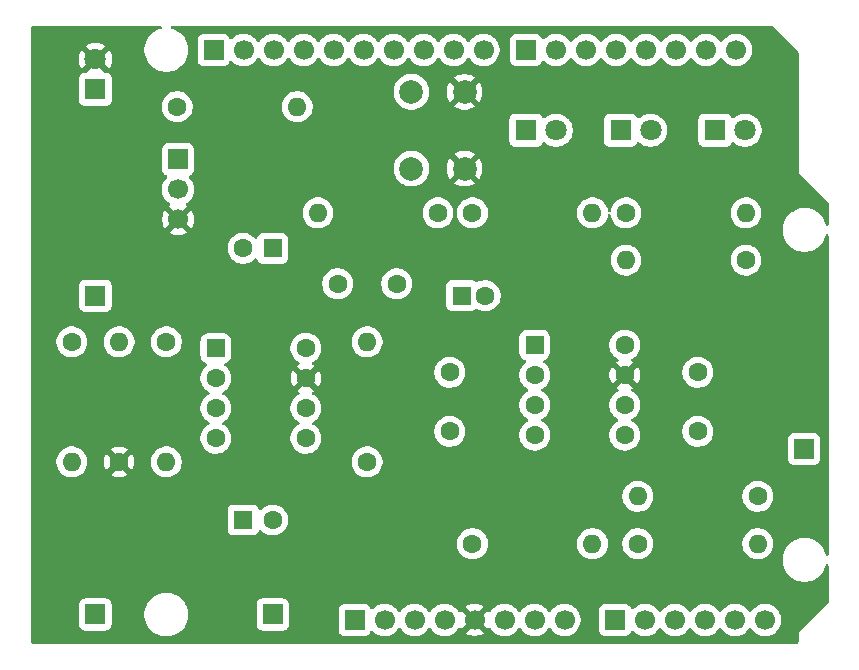
<source format=gbr>
%TF.GenerationSoftware,KiCad,Pcbnew,9.0.1*%
%TF.CreationDate,2025-05-17T19:15:48+02:00*%
%TF.ProjectId,Bandpass_Filter,42616e64-7061-4737-935f-46696c746572,v1*%
%TF.SameCoordinates,Original*%
%TF.FileFunction,Copper,L3,Inr*%
%TF.FilePolarity,Positive*%
%FSLAX46Y46*%
G04 Gerber Fmt 4.6, Leading zero omitted, Abs format (unit mm)*
G04 Created by KiCad (PCBNEW 9.0.1) date 2025-05-17 19:15:48*
%MOMM*%
%LPD*%
G01*
G04 APERTURE LIST*
G04 Aperture macros list*
%AMRoundRect*
0 Rectangle with rounded corners*
0 $1 Rounding radius*
0 $2 $3 $4 $5 $6 $7 $8 $9 X,Y pos of 4 corners*
0 Add a 4 corners polygon primitive as box body*
4,1,4,$2,$3,$4,$5,$6,$7,$8,$9,$2,$3,0*
0 Add four circle primitives for the rounded corners*
1,1,$1+$1,$2,$3*
1,1,$1+$1,$4,$5*
1,1,$1+$1,$6,$7*
1,1,$1+$1,$8,$9*
0 Add four rect primitives between the rounded corners*
20,1,$1+$1,$2,$3,$4,$5,0*
20,1,$1+$1,$4,$5,$6,$7,0*
20,1,$1+$1,$6,$7,$8,$9,0*
20,1,$1+$1,$8,$9,$2,$3,0*%
G04 Aperture macros list end*
%TA.AperFunction,ComponentPad*%
%ADD10R,1.800000X1.800000*%
%TD*%
%TA.AperFunction,ComponentPad*%
%ADD11C,1.800000*%
%TD*%
%TA.AperFunction,ComponentPad*%
%ADD12C,1.600000*%
%TD*%
%TA.AperFunction,ComponentPad*%
%ADD13O,1.600000X1.600000*%
%TD*%
%TA.AperFunction,ComponentPad*%
%ADD14R,1.700000X1.700000*%
%TD*%
%TA.AperFunction,ComponentPad*%
%ADD15R,1.600000X1.600000*%
%TD*%
%TA.AperFunction,ComponentPad*%
%ADD16RoundRect,0.250000X-0.550000X-0.550000X0.550000X-0.550000X0.550000X0.550000X-0.550000X0.550000X0*%
%TD*%
%TA.AperFunction,ComponentPad*%
%ADD17C,2.000000*%
%TD*%
%TA.AperFunction,ComponentPad*%
%ADD18C,1.700000*%
%TD*%
G04 APERTURE END LIST*
D10*
%TO.N,Net-(D1-K)*%
%TO.C,D1*%
X106000000Y-52540000D03*
D11*
%TO.N,+5V*%
X106000000Y-50000000D03*
%TD*%
D12*
%TO.N,Net-(D3-K)*%
%TO.C,R11*%
X150920000Y-63000000D03*
D13*
%TO.N,GND*%
X161080000Y-63000000D03*
%TD*%
D12*
%TO.N,/V_cm*%
%TO.C,R2*%
X104000000Y-73920000D03*
D13*
%TO.N,GND*%
X104000000Y-84080000D03*
%TD*%
D12*
%TO.N,Net-(U1--)*%
%TO.C,C6*%
X157000000Y-76500000D03*
%TO.N,Net-(C6-Pad2)*%
X157000000Y-81500000D03*
%TD*%
%TO.N,Net-(C6-Pad2)*%
%TO.C,R7*%
X162080000Y-87000000D03*
D13*
%TO.N,/A0*%
X151920000Y-87000000D03*
%TD*%
D12*
%TO.N,/7*%
%TO.C,R9*%
X135000000Y-63000000D03*
D13*
%TO.N,GND*%
X124840000Y-63000000D03*
%TD*%
D14*
%TO.N,Net-(C6-Pad2)*%
%TO.C,TP2*%
X166000000Y-83000000D03*
%TD*%
D12*
%TO.N,Net-(D1-K)*%
%TO.C,R8*%
X112920000Y-54000000D03*
D13*
%TO.N,GND*%
X123080000Y-54000000D03*
%TD*%
D14*
%TO.N,/Radar_input*%
%TO.C,TP3*%
X106000000Y-70000000D03*
%TD*%
D10*
%TO.N,Net-(D2-K)*%
%TO.C,D2*%
X142460000Y-56000000D03*
D11*
%TO.N,/\u002A6*%
X145000000Y-56000000D03*
%TD*%
D12*
%TO.N,/V_cm*%
%TO.C,C4*%
X126500000Y-69000000D03*
%TO.N,GND*%
X131500000Y-69000000D03*
%TD*%
D14*
%TO.N,Net-(C3-Pad2)*%
%TO.C,TP1*%
X121000000Y-97000000D03*
%TD*%
D15*
%TO.N,/V_cm*%
%TO.C,C2*%
X137000000Y-70000000D03*
D12*
%TO.N,GND*%
X139000000Y-70000000D03*
%TD*%
D16*
%TO.N,unconnected-(U3-NC-Pad1)*%
%TO.C,U3*%
X116195000Y-74460000D03*
D12*
%TO.N,Net-(U3--)*%
X116195000Y-77000000D03*
%TO.N,/V_cm*%
X116195000Y-79540000D03*
%TO.N,GND*%
X116195000Y-82080000D03*
%TO.N,unconnected-(U3-NC-Pad5)*%
X123815000Y-82080000D03*
%TO.N,Net-(C3-Pad2)*%
X123815000Y-79540000D03*
%TO.N,+5V*%
X123815000Y-77000000D03*
%TO.N,unconnected-(U3-NC-Pad8)*%
X123815000Y-74460000D03*
%TD*%
%TO.N,+5V*%
%TO.C,R1*%
X108000000Y-84080000D03*
D13*
%TO.N,/V_cm*%
X108000000Y-73920000D03*
%TD*%
D12*
%TO.N,Net-(D4-K)*%
%TO.C,R12*%
X161080000Y-67000000D03*
D13*
%TO.N,GND*%
X150920000Y-67000000D03*
%TD*%
D15*
%TO.N,Net-(C3-Pad2)*%
%TO.C,C5*%
X118500000Y-89000000D03*
D12*
%TO.N,Net-(C5-Pad2)*%
X121000000Y-89000000D03*
%TD*%
D10*
%TO.N,Net-(D3-K)*%
%TO.C,D3*%
X150460000Y-56000000D03*
D11*
%TO.N,/\u002A5*%
X153000000Y-56000000D03*
%TD*%
D12*
%TO.N,Net-(C5-Pad2)*%
%TO.C,R5*%
X137920000Y-91000000D03*
D13*
%TO.N,Net-(U1--)*%
X148080000Y-91000000D03*
%TD*%
D12*
%TO.N,Net-(U3--)*%
%TO.C,C3*%
X136000000Y-81500000D03*
%TO.N,Net-(C3-Pad2)*%
X136000000Y-76500000D03*
%TD*%
%TO.N,Net-(U3--)*%
%TO.C,R4*%
X129000000Y-84080000D03*
D13*
%TO.N,Net-(C3-Pad2)*%
X129000000Y-73920000D03*
%TD*%
D12*
%TO.N,Net-(U1--)*%
%TO.C,R6*%
X151920000Y-91000000D03*
D13*
%TO.N,Net-(C6-Pad2)*%
X162080000Y-91000000D03*
%TD*%
D17*
%TO.N,/7*%
%TO.C,SW1*%
X132750000Y-59250000D03*
X132750000Y-52750000D03*
%TO.N,+5V*%
X137250000Y-59250000D03*
X137250000Y-52750000D03*
%TD*%
D10*
%TO.N,Net-(D4-K)*%
%TO.C,D4*%
X158460000Y-56000000D03*
D11*
%TO.N,/4*%
X161000000Y-56000000D03*
%TD*%
D15*
%TO.N,Net-(C1-Pad1)*%
%TO.C,C1*%
X121000000Y-66000000D03*
D12*
%TO.N,/Radar_input*%
X118500000Y-66000000D03*
%TD*%
D16*
%TO.N,unconnected-(U1-NC-Pad1)*%
%TO.C,U1*%
X143195000Y-74190000D03*
D12*
%TO.N,Net-(U1--)*%
X143195000Y-76730000D03*
%TO.N,/V_cm*%
X143195000Y-79270000D03*
%TO.N,GND*%
X143195000Y-81810000D03*
%TO.N,unconnected-(U1-NC-Pad5)*%
X150815000Y-81810000D03*
%TO.N,Net-(C6-Pad2)*%
X150815000Y-79270000D03*
%TO.N,+5V*%
X150815000Y-76730000D03*
%TO.N,unconnected-(U1-NC-Pad8)*%
X150815000Y-74190000D03*
%TD*%
%TO.N,Net-(D2-K)*%
%TO.C,R10*%
X137920000Y-63000000D03*
D13*
%TO.N,GND*%
X148080000Y-63000000D03*
%TD*%
D14*
%TO.N,/V_cm*%
%TO.C,TP4*%
X106000000Y-97000000D03*
%TD*%
D12*
%TO.N,Net-(C1-Pad1)*%
%TO.C,R3*%
X112000000Y-73920000D03*
D13*
%TO.N,Net-(U3--)*%
X112000000Y-84080000D03*
%TD*%
D14*
%TO.N,GND*%
%TO.C,J5*%
X113000000Y-58475000D03*
D18*
%TO.N,/Radar_input*%
X113000000Y-61015000D03*
%TO.N,+5V*%
X113000000Y-63555000D03*
%TD*%
D14*
%TO.N,unconnected-(J1-Pin_1-Pad1)*%
%TO.C,J1*%
X127940000Y-97460000D03*
D18*
%TO.N,/IOREF*%
X130480000Y-97460000D03*
%TO.N,/~{RESET}*%
X133020000Y-97460000D03*
%TO.N,unconnected-(J1-Pin_4-Pad4)*%
X135560000Y-97460000D03*
%TO.N,+5V*%
X138100000Y-97460000D03*
%TO.N,GND*%
X140640000Y-97460000D03*
X143180000Y-97460000D03*
%TO.N,unconnected-(J1-Pin_8-Pad8)*%
X145720000Y-97460000D03*
%TD*%
D14*
%TO.N,/A0*%
%TO.C,J3*%
X150000000Y-97460000D03*
D18*
%TO.N,/A1*%
X152540000Y-97460000D03*
%TO.N,/A2*%
X155080000Y-97460000D03*
%TO.N,/A3*%
X157620000Y-97460000D03*
%TO.N,/SDA{slash}A4*%
X160160000Y-97460000D03*
%TO.N,/SCL{slash}A5*%
X162700000Y-97460000D03*
%TD*%
D14*
%TO.N,/SCL{slash}A5*%
%TO.C,J2*%
X116000000Y-49200000D03*
D18*
%TO.N,/SDA{slash}A4*%
X118540000Y-49200000D03*
%TO.N,/AREF*%
X121080000Y-49200000D03*
%TO.N,GND*%
X123620000Y-49200000D03*
%TO.N,/13*%
X126160000Y-49200000D03*
%TO.N,/12*%
X128700000Y-49200000D03*
%TO.N,/\u002A11*%
X131240000Y-49200000D03*
%TO.N,/\u002A10*%
X133780000Y-49200000D03*
%TO.N,/\u002A9*%
X136320000Y-49200000D03*
%TO.N,/8*%
X138860000Y-49200000D03*
%TD*%
D14*
%TO.N,/7*%
%TO.C,J4*%
X142460000Y-49200000D03*
D18*
%TO.N,/\u002A6*%
X145000000Y-49200000D03*
%TO.N,/\u002A5*%
X147540000Y-49200000D03*
%TO.N,/4*%
X150080000Y-49200000D03*
%TO.N,/\u002A3*%
X152620000Y-49200000D03*
%TO.N,/2*%
X155160000Y-49200000D03*
%TO.N,/TX{slash}1*%
X157700000Y-49200000D03*
%TO.N,/RX{slash}0*%
X160240000Y-49200000D03*
%TD*%
%TA.AperFunction,Conductor*%
%TO.N,+5V*%
G36*
X111586900Y-47180185D02*
G01*
X111632655Y-47232989D01*
X111642599Y-47302147D01*
X111613574Y-47365703D01*
X111554796Y-47403477D01*
X111551999Y-47404262D01*
X111485803Y-47422000D01*
X111403895Y-47443947D01*
X111179794Y-47536773D01*
X111179785Y-47536777D01*
X110969706Y-47658067D01*
X110777263Y-47805733D01*
X110777256Y-47805739D01*
X110605739Y-47977256D01*
X110605733Y-47977263D01*
X110458067Y-48169706D01*
X110336777Y-48379785D01*
X110336773Y-48379794D01*
X110243947Y-48603895D01*
X110181161Y-48838214D01*
X110149500Y-49078711D01*
X110149500Y-49321288D01*
X110181161Y-49561785D01*
X110243947Y-49796104D01*
X110328404Y-50000000D01*
X110336776Y-50020212D01*
X110458064Y-50230289D01*
X110458066Y-50230292D01*
X110458067Y-50230293D01*
X110605733Y-50422736D01*
X110605739Y-50422743D01*
X110777256Y-50594260D01*
X110777262Y-50594265D01*
X110969711Y-50741936D01*
X111179788Y-50863224D01*
X111403900Y-50956054D01*
X111638211Y-51018838D01*
X111818586Y-51042584D01*
X111878711Y-51050500D01*
X111878712Y-51050500D01*
X112121289Y-51050500D01*
X112169388Y-51044167D01*
X112361789Y-51018838D01*
X112596100Y-50956054D01*
X112820212Y-50863224D01*
X113030289Y-50741936D01*
X113222738Y-50594265D01*
X113394265Y-50422738D01*
X113541936Y-50230289D01*
X113663224Y-50020212D01*
X113756054Y-49796100D01*
X113818838Y-49561789D01*
X113850500Y-49321288D01*
X113850500Y-49078712D01*
X113818838Y-48838211D01*
X113756054Y-48603900D01*
X113663224Y-48379788D01*
X113617935Y-48301345D01*
X114641500Y-48301345D01*
X114641500Y-50098654D01*
X114648011Y-50159202D01*
X114648011Y-50159204D01*
X114691689Y-50276306D01*
X114699111Y-50296204D01*
X114786739Y-50413261D01*
X114903796Y-50500889D01*
X115040799Y-50551989D01*
X115068050Y-50554918D01*
X115101345Y-50558499D01*
X115101362Y-50558500D01*
X116898638Y-50558500D01*
X116898654Y-50558499D01*
X116925692Y-50555591D01*
X116959201Y-50551989D01*
X117096204Y-50500889D01*
X117213261Y-50413261D01*
X117300889Y-50296204D01*
X117345957Y-50175371D01*
X117387827Y-50119442D01*
X117453291Y-50095025D01*
X117521564Y-50109877D01*
X117549818Y-50131028D01*
X117654996Y-50236206D01*
X117827991Y-50361894D01*
X117921438Y-50409507D01*
X118018516Y-50458972D01*
X118018519Y-50458973D01*
X118120200Y-50492010D01*
X118221884Y-50525049D01*
X118433084Y-50558500D01*
X118433085Y-50558500D01*
X118646915Y-50558500D01*
X118646916Y-50558500D01*
X118858116Y-50525049D01*
X119061483Y-50458972D01*
X119252009Y-50361894D01*
X119425004Y-50236206D01*
X119576206Y-50085004D01*
X119701894Y-49912009D01*
X119701896Y-49912004D01*
X119704270Y-49908132D01*
X119756080Y-49861254D01*
X119825009Y-49849829D01*
X119889173Y-49877483D01*
X119915730Y-49908132D01*
X119918103Y-49912005D01*
X119918106Y-49912009D01*
X120043794Y-50085004D01*
X120194996Y-50236206D01*
X120367991Y-50361894D01*
X120461438Y-50409507D01*
X120558516Y-50458972D01*
X120558519Y-50458973D01*
X120660200Y-50492010D01*
X120761884Y-50525049D01*
X120973084Y-50558500D01*
X120973085Y-50558500D01*
X121186915Y-50558500D01*
X121186916Y-50558500D01*
X121398116Y-50525049D01*
X121601483Y-50458972D01*
X121792009Y-50361894D01*
X121965004Y-50236206D01*
X122116206Y-50085004D01*
X122241894Y-49912009D01*
X122241896Y-49912004D01*
X122244270Y-49908132D01*
X122296080Y-49861254D01*
X122365009Y-49849829D01*
X122429173Y-49877483D01*
X122455730Y-49908132D01*
X122458103Y-49912005D01*
X122458106Y-49912009D01*
X122583794Y-50085004D01*
X122734996Y-50236206D01*
X122907991Y-50361894D01*
X123001438Y-50409507D01*
X123098516Y-50458972D01*
X123098519Y-50458973D01*
X123200200Y-50492010D01*
X123301884Y-50525049D01*
X123513084Y-50558500D01*
X123513085Y-50558500D01*
X123726915Y-50558500D01*
X123726916Y-50558500D01*
X123938116Y-50525049D01*
X124141483Y-50458972D01*
X124332009Y-50361894D01*
X124505004Y-50236206D01*
X124656206Y-50085004D01*
X124781894Y-49912009D01*
X124781896Y-49912004D01*
X124784270Y-49908132D01*
X124836080Y-49861254D01*
X124905009Y-49849829D01*
X124969173Y-49877483D01*
X124995730Y-49908132D01*
X124998103Y-49912005D01*
X124998106Y-49912009D01*
X125123794Y-50085004D01*
X125274996Y-50236206D01*
X125447991Y-50361894D01*
X125541438Y-50409507D01*
X125638516Y-50458972D01*
X125638519Y-50458973D01*
X125740200Y-50492010D01*
X125841884Y-50525049D01*
X126053084Y-50558500D01*
X126053085Y-50558500D01*
X126266915Y-50558500D01*
X126266916Y-50558500D01*
X126478116Y-50525049D01*
X126681483Y-50458972D01*
X126872009Y-50361894D01*
X127045004Y-50236206D01*
X127196206Y-50085004D01*
X127321894Y-49912009D01*
X127321896Y-49912004D01*
X127324270Y-49908132D01*
X127376080Y-49861254D01*
X127445009Y-49849829D01*
X127509173Y-49877483D01*
X127535730Y-49908132D01*
X127538103Y-49912005D01*
X127538106Y-49912009D01*
X127663794Y-50085004D01*
X127814996Y-50236206D01*
X127987991Y-50361894D01*
X128081438Y-50409507D01*
X128178516Y-50458972D01*
X128178519Y-50458973D01*
X128280200Y-50492010D01*
X128381884Y-50525049D01*
X128593084Y-50558500D01*
X128593085Y-50558500D01*
X128806915Y-50558500D01*
X128806916Y-50558500D01*
X129018116Y-50525049D01*
X129221483Y-50458972D01*
X129412009Y-50361894D01*
X129585004Y-50236206D01*
X129736206Y-50085004D01*
X129861894Y-49912009D01*
X129861896Y-49912004D01*
X129864270Y-49908132D01*
X129916080Y-49861254D01*
X129985009Y-49849829D01*
X130049173Y-49877483D01*
X130075730Y-49908132D01*
X130078103Y-49912005D01*
X130078106Y-49912009D01*
X130203794Y-50085004D01*
X130354996Y-50236206D01*
X130527991Y-50361894D01*
X130621438Y-50409507D01*
X130718516Y-50458972D01*
X130718519Y-50458973D01*
X130820200Y-50492010D01*
X130921884Y-50525049D01*
X131133084Y-50558500D01*
X131133085Y-50558500D01*
X131346915Y-50558500D01*
X131346916Y-50558500D01*
X131558116Y-50525049D01*
X131761483Y-50458972D01*
X131952009Y-50361894D01*
X132125004Y-50236206D01*
X132276206Y-50085004D01*
X132401894Y-49912009D01*
X132401896Y-49912004D01*
X132404270Y-49908132D01*
X132456080Y-49861254D01*
X132525009Y-49849829D01*
X132589173Y-49877483D01*
X132615730Y-49908132D01*
X132618103Y-49912005D01*
X132618106Y-49912009D01*
X132743794Y-50085004D01*
X132894996Y-50236206D01*
X133067991Y-50361894D01*
X133161438Y-50409507D01*
X133258516Y-50458972D01*
X133258519Y-50458973D01*
X133360200Y-50492010D01*
X133461884Y-50525049D01*
X133673084Y-50558500D01*
X133673085Y-50558500D01*
X133886915Y-50558500D01*
X133886916Y-50558500D01*
X134098116Y-50525049D01*
X134301483Y-50458972D01*
X134492009Y-50361894D01*
X134665004Y-50236206D01*
X134816206Y-50085004D01*
X134941894Y-49912009D01*
X134941896Y-49912004D01*
X134944270Y-49908132D01*
X134996080Y-49861254D01*
X135065009Y-49849829D01*
X135129173Y-49877483D01*
X135155730Y-49908132D01*
X135158103Y-49912005D01*
X135158106Y-49912009D01*
X135283794Y-50085004D01*
X135434996Y-50236206D01*
X135607991Y-50361894D01*
X135701438Y-50409507D01*
X135798516Y-50458972D01*
X135798519Y-50458973D01*
X135900200Y-50492010D01*
X136001884Y-50525049D01*
X136213084Y-50558500D01*
X136213085Y-50558500D01*
X136426915Y-50558500D01*
X136426916Y-50558500D01*
X136638116Y-50525049D01*
X136841483Y-50458972D01*
X137032009Y-50361894D01*
X137205004Y-50236206D01*
X137356206Y-50085004D01*
X137481894Y-49912009D01*
X137481896Y-49912004D01*
X137484270Y-49908132D01*
X137536080Y-49861254D01*
X137605009Y-49849829D01*
X137669173Y-49877483D01*
X137695730Y-49908132D01*
X137698103Y-49912005D01*
X137698106Y-49912009D01*
X137823794Y-50085004D01*
X137974996Y-50236206D01*
X138147991Y-50361894D01*
X138241438Y-50409507D01*
X138338516Y-50458972D01*
X138338519Y-50458973D01*
X138440200Y-50492010D01*
X138541884Y-50525049D01*
X138753084Y-50558500D01*
X138753085Y-50558500D01*
X138966915Y-50558500D01*
X138966916Y-50558500D01*
X139178116Y-50525049D01*
X139381483Y-50458972D01*
X139572009Y-50361894D01*
X139745004Y-50236206D01*
X139896206Y-50085004D01*
X140021894Y-49912009D01*
X140118972Y-49721483D01*
X140185049Y-49518116D01*
X140218500Y-49306916D01*
X140218500Y-49093084D01*
X140185049Y-48881884D01*
X140118972Y-48678517D01*
X140118972Y-48678516D01*
X140080950Y-48603895D01*
X140021894Y-48487991D01*
X140004663Y-48464275D01*
X139936844Y-48370929D01*
X139936842Y-48370927D01*
X139928933Y-48360041D01*
X139896206Y-48314996D01*
X139882555Y-48301345D01*
X141101500Y-48301345D01*
X141101500Y-50098654D01*
X141108011Y-50159202D01*
X141108011Y-50159204D01*
X141151689Y-50276306D01*
X141159111Y-50296204D01*
X141246739Y-50413261D01*
X141363796Y-50500889D01*
X141500799Y-50551989D01*
X141528050Y-50554918D01*
X141561345Y-50558499D01*
X141561362Y-50558500D01*
X143358638Y-50558500D01*
X143358654Y-50558499D01*
X143385692Y-50555591D01*
X143419201Y-50551989D01*
X143556204Y-50500889D01*
X143673261Y-50413261D01*
X143760889Y-50296204D01*
X143805957Y-50175371D01*
X143847827Y-50119442D01*
X143913291Y-50095025D01*
X143981564Y-50109877D01*
X144009818Y-50131028D01*
X144114996Y-50236206D01*
X144287991Y-50361894D01*
X144381438Y-50409507D01*
X144478516Y-50458972D01*
X144478519Y-50458973D01*
X144580200Y-50492010D01*
X144681884Y-50525049D01*
X144893084Y-50558500D01*
X144893085Y-50558500D01*
X145106915Y-50558500D01*
X145106916Y-50558500D01*
X145318116Y-50525049D01*
X145521483Y-50458972D01*
X145712009Y-50361894D01*
X145885004Y-50236206D01*
X146036206Y-50085004D01*
X146161894Y-49912009D01*
X146161896Y-49912004D01*
X146164270Y-49908132D01*
X146216080Y-49861254D01*
X146285009Y-49849829D01*
X146349173Y-49877483D01*
X146375730Y-49908132D01*
X146378103Y-49912005D01*
X146378106Y-49912009D01*
X146503794Y-50085004D01*
X146654996Y-50236206D01*
X146827991Y-50361894D01*
X146921438Y-50409507D01*
X147018516Y-50458972D01*
X147018519Y-50458973D01*
X147120200Y-50492010D01*
X147221884Y-50525049D01*
X147433084Y-50558500D01*
X147433085Y-50558500D01*
X147646915Y-50558500D01*
X147646916Y-50558500D01*
X147858116Y-50525049D01*
X148061483Y-50458972D01*
X148252009Y-50361894D01*
X148425004Y-50236206D01*
X148576206Y-50085004D01*
X148701894Y-49912009D01*
X148701896Y-49912004D01*
X148704270Y-49908132D01*
X148756080Y-49861254D01*
X148825009Y-49849829D01*
X148889173Y-49877483D01*
X148915730Y-49908132D01*
X148918103Y-49912005D01*
X148918106Y-49912009D01*
X149043794Y-50085004D01*
X149194996Y-50236206D01*
X149367991Y-50361894D01*
X149461438Y-50409507D01*
X149558516Y-50458972D01*
X149558519Y-50458973D01*
X149660200Y-50492010D01*
X149761884Y-50525049D01*
X149973084Y-50558500D01*
X149973085Y-50558500D01*
X150186915Y-50558500D01*
X150186916Y-50558500D01*
X150398116Y-50525049D01*
X150601483Y-50458972D01*
X150792009Y-50361894D01*
X150965004Y-50236206D01*
X151116206Y-50085004D01*
X151241894Y-49912009D01*
X151241896Y-49912004D01*
X151244270Y-49908132D01*
X151296080Y-49861254D01*
X151365009Y-49849829D01*
X151429173Y-49877483D01*
X151455730Y-49908132D01*
X151458103Y-49912005D01*
X151458106Y-49912009D01*
X151583794Y-50085004D01*
X151734996Y-50236206D01*
X151907991Y-50361894D01*
X152001438Y-50409507D01*
X152098516Y-50458972D01*
X152098519Y-50458973D01*
X152200200Y-50492010D01*
X152301884Y-50525049D01*
X152513084Y-50558500D01*
X152513085Y-50558500D01*
X152726915Y-50558500D01*
X152726916Y-50558500D01*
X152938116Y-50525049D01*
X153141483Y-50458972D01*
X153332009Y-50361894D01*
X153505004Y-50236206D01*
X153656206Y-50085004D01*
X153781894Y-49912009D01*
X153781896Y-49912004D01*
X153784270Y-49908132D01*
X153836080Y-49861254D01*
X153905009Y-49849829D01*
X153969173Y-49877483D01*
X153995730Y-49908132D01*
X153998103Y-49912005D01*
X153998106Y-49912009D01*
X154123794Y-50085004D01*
X154274996Y-50236206D01*
X154447991Y-50361894D01*
X154541438Y-50409507D01*
X154638516Y-50458972D01*
X154638519Y-50458973D01*
X154740200Y-50492010D01*
X154841884Y-50525049D01*
X155053084Y-50558500D01*
X155053085Y-50558500D01*
X155266915Y-50558500D01*
X155266916Y-50558500D01*
X155478116Y-50525049D01*
X155681483Y-50458972D01*
X155872009Y-50361894D01*
X156045004Y-50236206D01*
X156196206Y-50085004D01*
X156321894Y-49912009D01*
X156321896Y-49912004D01*
X156324270Y-49908132D01*
X156376080Y-49861254D01*
X156445009Y-49849829D01*
X156509173Y-49877483D01*
X156535730Y-49908132D01*
X156538103Y-49912005D01*
X156538106Y-49912009D01*
X156663794Y-50085004D01*
X156814996Y-50236206D01*
X156987991Y-50361894D01*
X157081438Y-50409507D01*
X157178516Y-50458972D01*
X157178519Y-50458973D01*
X157280200Y-50492010D01*
X157381884Y-50525049D01*
X157593084Y-50558500D01*
X157593085Y-50558500D01*
X157806915Y-50558500D01*
X157806916Y-50558500D01*
X158018116Y-50525049D01*
X158221483Y-50458972D01*
X158412009Y-50361894D01*
X158585004Y-50236206D01*
X158736206Y-50085004D01*
X158861894Y-49912009D01*
X158861896Y-49912004D01*
X158864270Y-49908132D01*
X158916080Y-49861254D01*
X158985009Y-49849829D01*
X159049173Y-49877483D01*
X159075730Y-49908132D01*
X159078103Y-49912005D01*
X159078106Y-49912009D01*
X159203794Y-50085004D01*
X159354996Y-50236206D01*
X159527991Y-50361894D01*
X159621438Y-50409507D01*
X159718516Y-50458972D01*
X159718519Y-50458973D01*
X159820200Y-50492010D01*
X159921884Y-50525049D01*
X160133084Y-50558500D01*
X160133085Y-50558500D01*
X160346915Y-50558500D01*
X160346916Y-50558500D01*
X160558116Y-50525049D01*
X160761483Y-50458972D01*
X160952009Y-50361894D01*
X161125004Y-50236206D01*
X161276206Y-50085004D01*
X161401894Y-49912009D01*
X161498972Y-49721483D01*
X161565049Y-49518116D01*
X161598500Y-49306916D01*
X161598500Y-49093084D01*
X161565049Y-48881884D01*
X161498972Y-48678517D01*
X161498972Y-48678516D01*
X161427756Y-48538748D01*
X161401894Y-48487991D01*
X161276206Y-48314996D01*
X161125004Y-48163794D01*
X160952009Y-48038106D01*
X160761483Y-47941027D01*
X160761480Y-47941026D01*
X160558117Y-47874951D01*
X160452516Y-47858225D01*
X160346916Y-47841500D01*
X160133084Y-47841500D01*
X160062684Y-47852650D01*
X159921882Y-47874951D01*
X159718519Y-47941026D01*
X159718516Y-47941027D01*
X159527990Y-48038106D01*
X159354993Y-48163796D01*
X159203796Y-48314993D01*
X159078105Y-48487991D01*
X159075727Y-48491873D01*
X159023914Y-48538748D01*
X158954984Y-48550169D01*
X158890822Y-48522512D01*
X158864273Y-48491873D01*
X158861894Y-48487991D01*
X158783280Y-48379788D01*
X158736206Y-48314996D01*
X158585004Y-48163794D01*
X158412009Y-48038106D01*
X158221483Y-47941027D01*
X158221480Y-47941026D01*
X158018117Y-47874951D01*
X157912516Y-47858225D01*
X157806916Y-47841500D01*
X157593084Y-47841500D01*
X157522684Y-47852650D01*
X157381882Y-47874951D01*
X157178519Y-47941026D01*
X157178516Y-47941027D01*
X156987990Y-48038106D01*
X156814993Y-48163796D01*
X156663796Y-48314993D01*
X156538105Y-48487991D01*
X156535727Y-48491873D01*
X156483914Y-48538748D01*
X156414984Y-48550169D01*
X156350822Y-48522512D01*
X156324273Y-48491873D01*
X156321894Y-48487991D01*
X156243280Y-48379788D01*
X156196206Y-48314996D01*
X156045004Y-48163794D01*
X155872009Y-48038106D01*
X155681483Y-47941027D01*
X155681480Y-47941026D01*
X155478117Y-47874951D01*
X155372516Y-47858225D01*
X155266916Y-47841500D01*
X155053084Y-47841500D01*
X154982684Y-47852650D01*
X154841882Y-47874951D01*
X154638519Y-47941026D01*
X154638516Y-47941027D01*
X154447990Y-48038106D01*
X154274993Y-48163796D01*
X154123796Y-48314993D01*
X153998105Y-48487991D01*
X153995727Y-48491873D01*
X153943914Y-48538748D01*
X153874984Y-48550169D01*
X153810822Y-48522512D01*
X153784273Y-48491873D01*
X153781894Y-48487991D01*
X153703280Y-48379788D01*
X153656206Y-48314996D01*
X153505004Y-48163794D01*
X153332009Y-48038106D01*
X153141483Y-47941027D01*
X153141480Y-47941026D01*
X152938117Y-47874951D01*
X152832516Y-47858225D01*
X152726916Y-47841500D01*
X152513084Y-47841500D01*
X152442684Y-47852650D01*
X152301882Y-47874951D01*
X152098519Y-47941026D01*
X152098516Y-47941027D01*
X151907990Y-48038106D01*
X151734993Y-48163796D01*
X151583796Y-48314993D01*
X151458105Y-48487991D01*
X151455727Y-48491873D01*
X151403914Y-48538748D01*
X151334984Y-48550169D01*
X151270822Y-48522512D01*
X151244273Y-48491873D01*
X151241894Y-48487991D01*
X151163280Y-48379788D01*
X151116206Y-48314996D01*
X150965004Y-48163794D01*
X150792009Y-48038106D01*
X150601483Y-47941027D01*
X150601480Y-47941026D01*
X150398117Y-47874951D01*
X150292516Y-47858225D01*
X150186916Y-47841500D01*
X149973084Y-47841500D01*
X149902684Y-47852650D01*
X149761882Y-47874951D01*
X149558519Y-47941026D01*
X149558516Y-47941027D01*
X149367990Y-48038106D01*
X149194993Y-48163796D01*
X149043796Y-48314993D01*
X148918105Y-48487991D01*
X148915727Y-48491873D01*
X148863914Y-48538748D01*
X148794984Y-48550169D01*
X148730822Y-48522512D01*
X148704273Y-48491873D01*
X148701894Y-48487991D01*
X148623280Y-48379788D01*
X148576206Y-48314996D01*
X148425004Y-48163794D01*
X148252009Y-48038106D01*
X148061483Y-47941027D01*
X148061480Y-47941026D01*
X147858117Y-47874951D01*
X147752516Y-47858225D01*
X147646916Y-47841500D01*
X147433084Y-47841500D01*
X147362684Y-47852650D01*
X147221882Y-47874951D01*
X147018519Y-47941026D01*
X147018516Y-47941027D01*
X146827990Y-48038106D01*
X146654993Y-48163796D01*
X146503796Y-48314993D01*
X146378105Y-48487991D01*
X146375727Y-48491873D01*
X146323914Y-48538748D01*
X146254984Y-48550169D01*
X146190822Y-48522512D01*
X146164273Y-48491873D01*
X146161894Y-48487991D01*
X146083280Y-48379788D01*
X146036206Y-48314996D01*
X145885004Y-48163794D01*
X145712009Y-48038106D01*
X145521483Y-47941027D01*
X145521480Y-47941026D01*
X145318117Y-47874951D01*
X145212516Y-47858225D01*
X145106916Y-47841500D01*
X144893084Y-47841500D01*
X144822684Y-47852650D01*
X144681882Y-47874951D01*
X144478519Y-47941026D01*
X144478516Y-47941027D01*
X144287990Y-48038106D01*
X144114997Y-48163793D01*
X144009818Y-48268972D01*
X143948495Y-48302456D01*
X143878803Y-48297472D01*
X143822870Y-48255600D01*
X143805958Y-48224629D01*
X143760889Y-48103796D01*
X143673261Y-47986739D01*
X143556204Y-47899111D01*
X143419203Y-47848011D01*
X143358654Y-47841500D01*
X143358638Y-47841500D01*
X141561362Y-47841500D01*
X141561345Y-47841500D01*
X141500797Y-47848011D01*
X141500795Y-47848011D01*
X141363795Y-47899111D01*
X141246739Y-47986739D01*
X141159111Y-48103795D01*
X141108011Y-48240795D01*
X141108011Y-48240797D01*
X141101500Y-48301345D01*
X139882555Y-48301345D01*
X139745004Y-48163794D01*
X139572009Y-48038106D01*
X139381483Y-47941027D01*
X139381480Y-47941026D01*
X139178117Y-47874951D01*
X139072516Y-47858225D01*
X138966916Y-47841500D01*
X138753084Y-47841500D01*
X138682684Y-47852650D01*
X138541882Y-47874951D01*
X138338519Y-47941026D01*
X138338516Y-47941027D01*
X138147990Y-48038106D01*
X137974993Y-48163796D01*
X137823796Y-48314993D01*
X137698105Y-48487991D01*
X137695727Y-48491873D01*
X137643914Y-48538748D01*
X137574984Y-48550169D01*
X137510822Y-48522512D01*
X137484273Y-48491873D01*
X137481894Y-48487991D01*
X137403280Y-48379788D01*
X137356206Y-48314996D01*
X137205004Y-48163794D01*
X137032009Y-48038106D01*
X136841483Y-47941027D01*
X136841480Y-47941026D01*
X136638117Y-47874951D01*
X136532516Y-47858225D01*
X136426916Y-47841500D01*
X136213084Y-47841500D01*
X136142684Y-47852650D01*
X136001882Y-47874951D01*
X135798519Y-47941026D01*
X135798516Y-47941027D01*
X135607990Y-48038106D01*
X135434993Y-48163796D01*
X135283796Y-48314993D01*
X135158105Y-48487991D01*
X135155727Y-48491873D01*
X135103914Y-48538748D01*
X135034984Y-48550169D01*
X134970822Y-48522512D01*
X134944273Y-48491873D01*
X134941894Y-48487991D01*
X134863280Y-48379788D01*
X134816206Y-48314996D01*
X134665004Y-48163794D01*
X134492009Y-48038106D01*
X134301483Y-47941027D01*
X134301480Y-47941026D01*
X134098117Y-47874951D01*
X133992516Y-47858225D01*
X133886916Y-47841500D01*
X133673084Y-47841500D01*
X133602684Y-47852650D01*
X133461882Y-47874951D01*
X133258519Y-47941026D01*
X133258516Y-47941027D01*
X133067990Y-48038106D01*
X132894993Y-48163796D01*
X132743796Y-48314993D01*
X132618105Y-48487991D01*
X132615727Y-48491873D01*
X132563914Y-48538748D01*
X132494984Y-48550169D01*
X132430822Y-48522512D01*
X132404273Y-48491873D01*
X132401894Y-48487991D01*
X132323280Y-48379788D01*
X132276206Y-48314996D01*
X132125004Y-48163794D01*
X131952009Y-48038106D01*
X131761483Y-47941027D01*
X131761480Y-47941026D01*
X131558117Y-47874951D01*
X131452516Y-47858225D01*
X131346916Y-47841500D01*
X131133084Y-47841500D01*
X131062684Y-47852650D01*
X130921882Y-47874951D01*
X130718519Y-47941026D01*
X130718516Y-47941027D01*
X130527990Y-48038106D01*
X130354993Y-48163796D01*
X130203796Y-48314993D01*
X130078105Y-48487991D01*
X130075727Y-48491873D01*
X130023914Y-48538748D01*
X129954984Y-48550169D01*
X129890822Y-48522512D01*
X129864273Y-48491873D01*
X129861894Y-48487991D01*
X129783280Y-48379788D01*
X129736206Y-48314996D01*
X129585004Y-48163794D01*
X129412009Y-48038106D01*
X129221483Y-47941027D01*
X129221480Y-47941026D01*
X129018117Y-47874951D01*
X128912516Y-47858225D01*
X128806916Y-47841500D01*
X128593084Y-47841500D01*
X128522684Y-47852650D01*
X128381882Y-47874951D01*
X128178519Y-47941026D01*
X128178516Y-47941027D01*
X127987990Y-48038106D01*
X127814993Y-48163796D01*
X127663796Y-48314993D01*
X127538105Y-48487991D01*
X127535727Y-48491873D01*
X127483914Y-48538748D01*
X127414984Y-48550169D01*
X127350822Y-48522512D01*
X127324273Y-48491873D01*
X127321894Y-48487991D01*
X127243280Y-48379788D01*
X127196206Y-48314996D01*
X127045004Y-48163794D01*
X126872009Y-48038106D01*
X126681483Y-47941027D01*
X126681480Y-47941026D01*
X126478117Y-47874951D01*
X126372516Y-47858225D01*
X126266916Y-47841500D01*
X126053084Y-47841500D01*
X125982684Y-47852650D01*
X125841882Y-47874951D01*
X125638519Y-47941026D01*
X125638516Y-47941027D01*
X125447990Y-48038106D01*
X125274993Y-48163796D01*
X125123796Y-48314993D01*
X124998105Y-48487991D01*
X124995727Y-48491873D01*
X124943914Y-48538748D01*
X124874984Y-48550169D01*
X124810822Y-48522512D01*
X124784273Y-48491873D01*
X124781894Y-48487991D01*
X124703280Y-48379788D01*
X124656206Y-48314996D01*
X124505004Y-48163794D01*
X124332009Y-48038106D01*
X124141483Y-47941027D01*
X124141480Y-47941026D01*
X123938117Y-47874951D01*
X123832516Y-47858225D01*
X123726916Y-47841500D01*
X123513084Y-47841500D01*
X123442684Y-47852650D01*
X123301882Y-47874951D01*
X123098519Y-47941026D01*
X123098516Y-47941027D01*
X122907990Y-48038106D01*
X122734993Y-48163796D01*
X122583796Y-48314993D01*
X122458105Y-48487991D01*
X122455727Y-48491873D01*
X122403914Y-48538748D01*
X122334984Y-48550169D01*
X122270822Y-48522512D01*
X122244273Y-48491873D01*
X122241894Y-48487991D01*
X122163280Y-48379788D01*
X122116206Y-48314996D01*
X121965004Y-48163794D01*
X121792009Y-48038106D01*
X121601483Y-47941027D01*
X121601480Y-47941026D01*
X121398117Y-47874951D01*
X121292516Y-47858225D01*
X121186916Y-47841500D01*
X120973084Y-47841500D01*
X120902684Y-47852650D01*
X120761882Y-47874951D01*
X120558519Y-47941026D01*
X120558516Y-47941027D01*
X120367990Y-48038106D01*
X120194993Y-48163796D01*
X120043796Y-48314993D01*
X119918105Y-48487991D01*
X119915727Y-48491873D01*
X119863914Y-48538748D01*
X119794984Y-48550169D01*
X119730822Y-48522512D01*
X119704273Y-48491873D01*
X119701894Y-48487991D01*
X119623280Y-48379788D01*
X119576206Y-48314996D01*
X119425004Y-48163794D01*
X119252009Y-48038106D01*
X119061483Y-47941027D01*
X119061480Y-47941026D01*
X118858117Y-47874951D01*
X118752516Y-47858225D01*
X118646916Y-47841500D01*
X118433084Y-47841500D01*
X118362684Y-47852650D01*
X118221882Y-47874951D01*
X118018519Y-47941026D01*
X118018516Y-47941027D01*
X117827990Y-48038106D01*
X117654997Y-48163793D01*
X117549818Y-48268972D01*
X117488495Y-48302456D01*
X117418803Y-48297472D01*
X117362870Y-48255600D01*
X117345958Y-48224629D01*
X117300889Y-48103796D01*
X117213261Y-47986739D01*
X117096204Y-47899111D01*
X116959203Y-47848011D01*
X116898654Y-47841500D01*
X116898638Y-47841500D01*
X115101362Y-47841500D01*
X115101345Y-47841500D01*
X115040797Y-47848011D01*
X115040795Y-47848011D01*
X114903795Y-47899111D01*
X114786739Y-47986739D01*
X114699111Y-48103795D01*
X114648011Y-48240795D01*
X114648011Y-48240797D01*
X114641500Y-48301345D01*
X113617935Y-48301345D01*
X113541936Y-48169711D01*
X113394265Y-47977262D01*
X113394260Y-47977256D01*
X113222743Y-47805739D01*
X113222736Y-47805733D01*
X113030293Y-47658067D01*
X113030292Y-47658066D01*
X113030289Y-47658064D01*
X112820212Y-47536776D01*
X112820205Y-47536773D01*
X112596104Y-47443947D01*
X112550610Y-47431757D01*
X112448043Y-47404273D01*
X112388385Y-47367910D01*
X112357856Y-47305063D01*
X112366151Y-47235687D01*
X112410636Y-47181809D01*
X112477188Y-47160535D01*
X112480139Y-47160500D01*
X163241324Y-47160500D01*
X163308363Y-47180185D01*
X163329005Y-47196819D01*
X165503181Y-49370995D01*
X165536666Y-49432318D01*
X165539500Y-49458676D01*
X165539500Y-59294108D01*
X165539500Y-59425892D01*
X165541727Y-59434202D01*
X165573608Y-59553187D01*
X165593539Y-59587708D01*
X165639500Y-59667314D01*
X165639502Y-59667316D01*
X168043181Y-62070995D01*
X168076666Y-62132318D01*
X168079500Y-62158676D01*
X168079500Y-63959860D01*
X168059815Y-64026899D01*
X168007011Y-64072654D01*
X167937853Y-64082598D01*
X167874297Y-64053573D01*
X167836523Y-63994795D01*
X167835725Y-63991954D01*
X167796054Y-63843900D01*
X167703224Y-63619788D01*
X167581936Y-63409711D01*
X167434265Y-63217262D01*
X167434260Y-63217256D01*
X167262743Y-63045739D01*
X167262736Y-63045733D01*
X167070293Y-62898067D01*
X167070292Y-62898066D01*
X167070289Y-62898064D01*
X166860212Y-62776776D01*
X166860205Y-62776773D01*
X166636104Y-62683947D01*
X166401785Y-62621161D01*
X166161289Y-62589500D01*
X166161288Y-62589500D01*
X165918712Y-62589500D01*
X165918711Y-62589500D01*
X165678214Y-62621161D01*
X165443895Y-62683947D01*
X165219794Y-62776773D01*
X165219785Y-62776777D01*
X165037851Y-62881817D01*
X165022165Y-62890874D01*
X165009706Y-62898067D01*
X164817263Y-63045733D01*
X164817256Y-63045739D01*
X164645739Y-63217256D01*
X164645733Y-63217263D01*
X164498067Y-63409706D01*
X164376777Y-63619785D01*
X164376773Y-63619794D01*
X164283947Y-63843895D01*
X164221161Y-64078214D01*
X164189500Y-64318711D01*
X164189500Y-64561288D01*
X164221161Y-64801785D01*
X164283947Y-65036104D01*
X164336298Y-65162489D01*
X164376776Y-65260212D01*
X164498064Y-65470289D01*
X164498066Y-65470292D01*
X164498067Y-65470293D01*
X164645733Y-65662736D01*
X164645739Y-65662743D01*
X164817256Y-65834260D01*
X164817262Y-65834265D01*
X165009711Y-65981936D01*
X165219788Y-66103224D01*
X165443900Y-66196054D01*
X165678211Y-66258838D01*
X165858586Y-66282584D01*
X165918711Y-66290500D01*
X165918712Y-66290500D01*
X166161289Y-66290500D01*
X166209388Y-66284167D01*
X166401789Y-66258838D01*
X166636100Y-66196054D01*
X166860212Y-66103224D01*
X167070289Y-65981936D01*
X167262738Y-65834265D01*
X167434265Y-65662738D01*
X167581936Y-65470289D01*
X167703224Y-65260212D01*
X167796054Y-65036100D01*
X167835726Y-64888043D01*
X167872090Y-64828385D01*
X167934937Y-64797856D01*
X168004313Y-64806151D01*
X168058191Y-64850636D01*
X168079465Y-64917188D01*
X168079500Y-64920139D01*
X168079500Y-91899860D01*
X168059815Y-91966899D01*
X168007011Y-92012654D01*
X167937853Y-92022598D01*
X167874297Y-91993573D01*
X167836523Y-91934795D01*
X167835725Y-91931954D01*
X167796054Y-91783900D01*
X167703224Y-91559788D01*
X167581936Y-91349711D01*
X167434265Y-91157262D01*
X167434260Y-91157256D01*
X167262743Y-90985739D01*
X167262736Y-90985733D01*
X167070293Y-90838067D01*
X167070292Y-90838066D01*
X167070289Y-90838064D01*
X166860212Y-90716776D01*
X166804241Y-90693592D01*
X166636104Y-90623947D01*
X166401785Y-90561161D01*
X166161289Y-90529500D01*
X166161288Y-90529500D01*
X165918712Y-90529500D01*
X165918711Y-90529500D01*
X165678214Y-90561161D01*
X165443895Y-90623947D01*
X165219794Y-90716773D01*
X165219785Y-90716777D01*
X165009706Y-90838067D01*
X164817263Y-90985733D01*
X164817256Y-90985739D01*
X164645739Y-91157256D01*
X164645733Y-91157263D01*
X164498067Y-91349706D01*
X164376777Y-91559785D01*
X164376773Y-91559794D01*
X164283947Y-91783895D01*
X164221161Y-92018214D01*
X164189500Y-92258711D01*
X164189500Y-92501288D01*
X164221161Y-92741785D01*
X164283947Y-92976104D01*
X164376773Y-93200205D01*
X164376776Y-93200212D01*
X164498064Y-93410289D01*
X164498066Y-93410292D01*
X164498067Y-93410293D01*
X164645733Y-93602736D01*
X164645739Y-93602743D01*
X164817256Y-93774260D01*
X164817262Y-93774265D01*
X165009711Y-93921936D01*
X165219788Y-94043224D01*
X165443900Y-94136054D01*
X165678211Y-94198838D01*
X165858586Y-94222584D01*
X165918711Y-94230500D01*
X165918712Y-94230500D01*
X166161289Y-94230500D01*
X166209388Y-94224167D01*
X166401789Y-94198838D01*
X166636100Y-94136054D01*
X166860212Y-94043224D01*
X167070289Y-93921936D01*
X167262738Y-93774265D01*
X167434265Y-93602738D01*
X167581936Y-93410289D01*
X167703224Y-93200212D01*
X167796054Y-92976100D01*
X167835726Y-92828043D01*
X167872090Y-92768385D01*
X167934937Y-92737856D01*
X168004313Y-92746151D01*
X168058191Y-92790636D01*
X168079465Y-92857188D01*
X168079500Y-92860139D01*
X168079500Y-95931324D01*
X168059815Y-95998363D01*
X168043181Y-96019005D01*
X165639502Y-98422683D01*
X165639500Y-98422686D01*
X165573608Y-98536812D01*
X165539500Y-98664108D01*
X165539500Y-99228242D01*
X165537973Y-99247639D01*
X165537973Y-99247641D01*
X165529773Y-99299411D01*
X165517785Y-99336307D01*
X165498474Y-99374207D01*
X165475670Y-99405593D01*
X165445593Y-99435670D01*
X165414207Y-99458474D01*
X165376307Y-99477785D01*
X165339411Y-99489773D01*
X165309068Y-99494579D01*
X165287639Y-99497973D01*
X165268243Y-99499500D01*
X100771757Y-99499500D01*
X100752360Y-99497973D01*
X100718098Y-99492546D01*
X100700588Y-99489773D01*
X100663695Y-99477786D01*
X100625790Y-99458472D01*
X100594406Y-99435670D01*
X100564329Y-99405593D01*
X100541528Y-99374211D01*
X100522212Y-99336301D01*
X100510227Y-99299417D01*
X100502025Y-99247630D01*
X100500500Y-99228242D01*
X100500500Y-96101345D01*
X104641500Y-96101345D01*
X104641500Y-97898654D01*
X104648011Y-97959202D01*
X104648011Y-97959204D01*
X104674527Y-98030293D01*
X104699111Y-98096204D01*
X104786739Y-98213261D01*
X104903796Y-98300889D01*
X105040799Y-98351989D01*
X105068050Y-98354918D01*
X105101345Y-98358499D01*
X105101362Y-98358500D01*
X106898638Y-98358500D01*
X106898654Y-98358499D01*
X106925692Y-98355591D01*
X106959201Y-98351989D01*
X107096204Y-98300889D01*
X107213261Y-98213261D01*
X107300889Y-98096204D01*
X107351989Y-97959201D01*
X107355591Y-97925692D01*
X107358499Y-97898654D01*
X107358500Y-97898637D01*
X107358500Y-96878711D01*
X110149500Y-96878711D01*
X110149500Y-97121288D01*
X110181161Y-97361785D01*
X110243947Y-97596104D01*
X110314738Y-97767007D01*
X110336776Y-97820212D01*
X110458064Y-98030289D01*
X110458066Y-98030292D01*
X110458067Y-98030293D01*
X110605733Y-98222736D01*
X110605739Y-98222743D01*
X110777256Y-98394260D01*
X110777263Y-98394266D01*
X110809763Y-98419204D01*
X110969711Y-98541936D01*
X111179788Y-98663224D01*
X111403900Y-98756054D01*
X111638211Y-98818838D01*
X111818586Y-98842584D01*
X111878711Y-98850500D01*
X111878712Y-98850500D01*
X112121289Y-98850500D01*
X112169388Y-98844167D01*
X112361789Y-98818838D01*
X112596100Y-98756054D01*
X112820212Y-98663224D01*
X113030289Y-98541936D01*
X113222738Y-98394265D01*
X113394265Y-98222738D01*
X113541936Y-98030289D01*
X113663224Y-97820212D01*
X113756054Y-97596100D01*
X113818838Y-97361789D01*
X113850500Y-97121288D01*
X113850500Y-96878712D01*
X113818838Y-96638211D01*
X113756054Y-96403900D01*
X113663224Y-96179788D01*
X113617935Y-96101345D01*
X119641500Y-96101345D01*
X119641500Y-97898654D01*
X119648011Y-97959202D01*
X119648011Y-97959204D01*
X119674527Y-98030293D01*
X119699111Y-98096204D01*
X119786739Y-98213261D01*
X119903796Y-98300889D01*
X120040799Y-98351989D01*
X120068050Y-98354918D01*
X120101345Y-98358499D01*
X120101362Y-98358500D01*
X121898638Y-98358500D01*
X121898654Y-98358499D01*
X121925692Y-98355591D01*
X121959201Y-98351989D01*
X122096204Y-98300889D01*
X122213261Y-98213261D01*
X122300889Y-98096204D01*
X122351989Y-97959201D01*
X122355591Y-97925692D01*
X122358499Y-97898654D01*
X122358500Y-97898637D01*
X122358500Y-96561345D01*
X126581500Y-96561345D01*
X126581500Y-98358654D01*
X126588011Y-98419202D01*
X126588011Y-98419204D01*
X126631878Y-98536812D01*
X126639111Y-98556204D01*
X126726739Y-98673261D01*
X126843796Y-98760889D01*
X126980799Y-98811989D01*
X127008050Y-98814918D01*
X127041345Y-98818499D01*
X127041362Y-98818500D01*
X128838638Y-98818500D01*
X128838654Y-98818499D01*
X128865692Y-98815591D01*
X128899201Y-98811989D01*
X129036204Y-98760889D01*
X129153261Y-98673261D01*
X129240889Y-98556204D01*
X129285957Y-98435371D01*
X129327827Y-98379442D01*
X129393291Y-98355025D01*
X129461564Y-98369877D01*
X129489818Y-98391028D01*
X129594996Y-98496206D01*
X129767991Y-98621894D01*
X129850841Y-98664108D01*
X129958516Y-98718972D01*
X129958519Y-98718973D01*
X130060200Y-98752010D01*
X130161884Y-98785049D01*
X130373084Y-98818500D01*
X130373085Y-98818500D01*
X130586915Y-98818500D01*
X130586916Y-98818500D01*
X130798116Y-98785049D01*
X131001483Y-98718972D01*
X131192009Y-98621894D01*
X131365004Y-98496206D01*
X131516206Y-98345004D01*
X131641894Y-98172009D01*
X131641896Y-98172004D01*
X131644270Y-98168132D01*
X131696080Y-98121254D01*
X131765009Y-98109829D01*
X131829173Y-98137483D01*
X131855730Y-98168132D01*
X131858103Y-98172005D01*
X131858105Y-98172008D01*
X131858106Y-98172009D01*
X131983794Y-98345004D01*
X132134996Y-98496206D01*
X132307991Y-98621894D01*
X132390841Y-98664108D01*
X132498516Y-98718972D01*
X132498519Y-98718973D01*
X132600200Y-98752010D01*
X132701884Y-98785049D01*
X132913084Y-98818500D01*
X132913085Y-98818500D01*
X133126915Y-98818500D01*
X133126916Y-98818500D01*
X133338116Y-98785049D01*
X133541483Y-98718972D01*
X133732009Y-98621894D01*
X133905004Y-98496206D01*
X134056206Y-98345004D01*
X134181894Y-98172009D01*
X134181896Y-98172004D01*
X134184270Y-98168132D01*
X134236080Y-98121254D01*
X134305009Y-98109829D01*
X134369173Y-98137483D01*
X134395730Y-98168132D01*
X134398103Y-98172005D01*
X134398105Y-98172008D01*
X134398106Y-98172009D01*
X134523794Y-98345004D01*
X134674996Y-98496206D01*
X134847991Y-98621894D01*
X134930841Y-98664108D01*
X135038516Y-98718972D01*
X135038519Y-98718973D01*
X135140200Y-98752010D01*
X135241884Y-98785049D01*
X135453084Y-98818500D01*
X135453085Y-98818500D01*
X135666915Y-98818500D01*
X135666916Y-98818500D01*
X135878116Y-98785049D01*
X136081483Y-98718972D01*
X136272009Y-98621894D01*
X136445004Y-98496206D01*
X136596206Y-98345004D01*
X136721894Y-98172009D01*
X136724283Y-98167319D01*
X136772254Y-98116522D01*
X136840074Y-98099724D01*
X136906210Y-98122258D01*
X136942196Y-98163783D01*
X136942829Y-98163396D01*
X136945167Y-98167211D01*
X136945251Y-98167308D01*
X136945371Y-98167545D01*
X136945373Y-98167547D01*
X136984728Y-98221716D01*
X137617037Y-97589408D01*
X137634075Y-97652993D01*
X137699901Y-97767007D01*
X137792993Y-97860099D01*
X137907007Y-97925925D01*
X137970590Y-97942962D01*
X137338282Y-98575269D01*
X137338282Y-98575270D01*
X137392449Y-98614624D01*
X137581782Y-98711095D01*
X137783870Y-98776757D01*
X137993754Y-98810000D01*
X138206246Y-98810000D01*
X138416127Y-98776757D01*
X138416130Y-98776757D01*
X138618217Y-98711095D01*
X138807554Y-98614622D01*
X138861716Y-98575270D01*
X138861717Y-98575270D01*
X138229408Y-97942962D01*
X138292993Y-97925925D01*
X138407007Y-97860099D01*
X138500099Y-97767007D01*
X138565925Y-97652993D01*
X138582962Y-97589408D01*
X139215270Y-98221717D01*
X139215270Y-98221716D01*
X139254621Y-98167556D01*
X139254738Y-98167327D01*
X139254808Y-98167252D01*
X139257168Y-98163402D01*
X139257976Y-98163897D01*
X139302707Y-98116526D01*
X139370526Y-98099723D01*
X139436663Y-98122254D01*
X139475712Y-98167311D01*
X139478105Y-98172008D01*
X139508077Y-98213261D01*
X139603794Y-98345004D01*
X139754996Y-98496206D01*
X139927991Y-98621894D01*
X140010841Y-98664108D01*
X140118516Y-98718972D01*
X140118519Y-98718973D01*
X140220200Y-98752010D01*
X140321884Y-98785049D01*
X140533084Y-98818500D01*
X140533085Y-98818500D01*
X140746915Y-98818500D01*
X140746916Y-98818500D01*
X140958116Y-98785049D01*
X141161483Y-98718972D01*
X141352009Y-98621894D01*
X141525004Y-98496206D01*
X141676206Y-98345004D01*
X141801894Y-98172009D01*
X141801896Y-98172004D01*
X141804270Y-98168132D01*
X141856080Y-98121254D01*
X141925009Y-98109829D01*
X141989173Y-98137483D01*
X142015730Y-98168132D01*
X142018103Y-98172005D01*
X142018105Y-98172008D01*
X142018106Y-98172009D01*
X142143794Y-98345004D01*
X142294996Y-98496206D01*
X142467991Y-98621894D01*
X142550841Y-98664108D01*
X142658516Y-98718972D01*
X142658519Y-98718973D01*
X142760200Y-98752010D01*
X142861884Y-98785049D01*
X143073084Y-98818500D01*
X143073085Y-98818500D01*
X143286915Y-98818500D01*
X143286916Y-98818500D01*
X143498116Y-98785049D01*
X143701483Y-98718972D01*
X143892009Y-98621894D01*
X144065004Y-98496206D01*
X144216206Y-98345004D01*
X144341894Y-98172009D01*
X144341896Y-98172004D01*
X144344270Y-98168132D01*
X144396080Y-98121254D01*
X144465009Y-98109829D01*
X144529173Y-98137483D01*
X144555730Y-98168132D01*
X144558103Y-98172005D01*
X144558105Y-98172008D01*
X144558106Y-98172009D01*
X144683794Y-98345004D01*
X144834996Y-98496206D01*
X145007991Y-98621894D01*
X145090841Y-98664108D01*
X145198516Y-98718972D01*
X145198519Y-98718973D01*
X145300200Y-98752010D01*
X145401884Y-98785049D01*
X145613084Y-98818500D01*
X145613085Y-98818500D01*
X145826915Y-98818500D01*
X145826916Y-98818500D01*
X146038116Y-98785049D01*
X146241483Y-98718972D01*
X146432009Y-98621894D01*
X146605004Y-98496206D01*
X146756206Y-98345004D01*
X146881894Y-98172009D01*
X146978972Y-97981483D01*
X147045049Y-97778116D01*
X147078500Y-97566916D01*
X147078500Y-97353084D01*
X147045049Y-97141884D01*
X146978972Y-96938517D01*
X146978972Y-96938516D01*
X146945354Y-96872539D01*
X146881894Y-96747991D01*
X146845778Y-96698282D01*
X146796844Y-96630929D01*
X146796842Y-96630927D01*
X146756206Y-96574996D01*
X146742555Y-96561345D01*
X148641500Y-96561345D01*
X148641500Y-98358654D01*
X148648011Y-98419202D01*
X148648011Y-98419204D01*
X148691878Y-98536812D01*
X148699111Y-98556204D01*
X148786739Y-98673261D01*
X148903796Y-98760889D01*
X149040799Y-98811989D01*
X149068050Y-98814918D01*
X149101345Y-98818499D01*
X149101362Y-98818500D01*
X150898638Y-98818500D01*
X150898654Y-98818499D01*
X150925692Y-98815591D01*
X150959201Y-98811989D01*
X151096204Y-98760889D01*
X151213261Y-98673261D01*
X151300889Y-98556204D01*
X151345957Y-98435371D01*
X151387827Y-98379442D01*
X151453291Y-98355025D01*
X151521564Y-98369877D01*
X151549818Y-98391028D01*
X151654996Y-98496206D01*
X151827991Y-98621894D01*
X151910841Y-98664108D01*
X152018516Y-98718972D01*
X152018519Y-98718973D01*
X152120200Y-98752010D01*
X152221884Y-98785049D01*
X152433084Y-98818500D01*
X152433085Y-98818500D01*
X152646915Y-98818500D01*
X152646916Y-98818500D01*
X152858116Y-98785049D01*
X153061483Y-98718972D01*
X153252009Y-98621894D01*
X153425004Y-98496206D01*
X153576206Y-98345004D01*
X153701894Y-98172009D01*
X153701896Y-98172004D01*
X153704270Y-98168132D01*
X153756080Y-98121254D01*
X153825009Y-98109829D01*
X153889173Y-98137483D01*
X153915730Y-98168132D01*
X153918103Y-98172005D01*
X153918105Y-98172008D01*
X153918106Y-98172009D01*
X154043794Y-98345004D01*
X154194996Y-98496206D01*
X154367991Y-98621894D01*
X154450841Y-98664108D01*
X154558516Y-98718972D01*
X154558519Y-98718973D01*
X154660200Y-98752010D01*
X154761884Y-98785049D01*
X154973084Y-98818500D01*
X154973085Y-98818500D01*
X155186915Y-98818500D01*
X155186916Y-98818500D01*
X155398116Y-98785049D01*
X155601483Y-98718972D01*
X155792009Y-98621894D01*
X155965004Y-98496206D01*
X156116206Y-98345004D01*
X156241894Y-98172009D01*
X156241896Y-98172004D01*
X156244270Y-98168132D01*
X156296080Y-98121254D01*
X156365009Y-98109829D01*
X156429173Y-98137483D01*
X156455730Y-98168132D01*
X156458103Y-98172005D01*
X156458105Y-98172008D01*
X156458106Y-98172009D01*
X156583794Y-98345004D01*
X156734996Y-98496206D01*
X156907991Y-98621894D01*
X156990841Y-98664108D01*
X157098516Y-98718972D01*
X157098519Y-98718973D01*
X157200200Y-98752010D01*
X157301884Y-98785049D01*
X157513084Y-98818500D01*
X157513085Y-98818500D01*
X157726915Y-98818500D01*
X157726916Y-98818500D01*
X157938116Y-98785049D01*
X158141483Y-98718972D01*
X158332009Y-98621894D01*
X158505004Y-98496206D01*
X158656206Y-98345004D01*
X158781894Y-98172009D01*
X158781896Y-98172004D01*
X158784270Y-98168132D01*
X158836080Y-98121254D01*
X158905009Y-98109829D01*
X158969173Y-98137483D01*
X158995730Y-98168132D01*
X158998103Y-98172005D01*
X158998105Y-98172008D01*
X158998106Y-98172009D01*
X159123794Y-98345004D01*
X159274996Y-98496206D01*
X159447991Y-98621894D01*
X159530841Y-98664108D01*
X159638516Y-98718972D01*
X159638519Y-98718973D01*
X159740200Y-98752010D01*
X159841884Y-98785049D01*
X160053084Y-98818500D01*
X160053085Y-98818500D01*
X160266915Y-98818500D01*
X160266916Y-98818500D01*
X160478116Y-98785049D01*
X160681483Y-98718972D01*
X160872009Y-98621894D01*
X161045004Y-98496206D01*
X161196206Y-98345004D01*
X161321894Y-98172009D01*
X161321896Y-98172004D01*
X161324270Y-98168132D01*
X161376080Y-98121254D01*
X161445009Y-98109829D01*
X161509173Y-98137483D01*
X161535730Y-98168132D01*
X161538103Y-98172005D01*
X161538105Y-98172008D01*
X161538106Y-98172009D01*
X161663794Y-98345004D01*
X161814996Y-98496206D01*
X161987991Y-98621894D01*
X162070841Y-98664108D01*
X162178516Y-98718972D01*
X162178519Y-98718973D01*
X162280200Y-98752010D01*
X162381884Y-98785049D01*
X162593084Y-98818500D01*
X162593085Y-98818500D01*
X162806915Y-98818500D01*
X162806916Y-98818500D01*
X163018116Y-98785049D01*
X163221483Y-98718972D01*
X163412009Y-98621894D01*
X163585004Y-98496206D01*
X163736206Y-98345004D01*
X163861894Y-98172009D01*
X163958972Y-97981483D01*
X164025049Y-97778116D01*
X164058500Y-97566916D01*
X164058500Y-97353084D01*
X164025049Y-97141884D01*
X163958972Y-96938517D01*
X163958972Y-96938516D01*
X163909507Y-96841438D01*
X163861894Y-96747991D01*
X163736206Y-96574996D01*
X163585004Y-96423794D01*
X163412009Y-96298106D01*
X163221483Y-96201027D01*
X163221480Y-96201026D01*
X163018117Y-96134951D01*
X162912516Y-96118225D01*
X162806916Y-96101500D01*
X162593084Y-96101500D01*
X162522684Y-96112650D01*
X162381882Y-96134951D01*
X162178519Y-96201026D01*
X162178516Y-96201027D01*
X161987990Y-96298106D01*
X161814993Y-96423796D01*
X161663796Y-96574993D01*
X161538105Y-96747991D01*
X161535727Y-96751873D01*
X161483914Y-96798748D01*
X161414984Y-96810169D01*
X161350822Y-96782512D01*
X161324273Y-96751873D01*
X161321894Y-96747991D01*
X161242134Y-96638211D01*
X161196206Y-96574996D01*
X161045004Y-96423794D01*
X160872009Y-96298106D01*
X160681483Y-96201027D01*
X160681480Y-96201026D01*
X160478117Y-96134951D01*
X160372516Y-96118225D01*
X160266916Y-96101500D01*
X160053084Y-96101500D01*
X159982684Y-96112650D01*
X159841882Y-96134951D01*
X159638519Y-96201026D01*
X159638516Y-96201027D01*
X159447990Y-96298106D01*
X159274993Y-96423796D01*
X159123796Y-96574993D01*
X158998105Y-96747991D01*
X158995727Y-96751873D01*
X158943914Y-96798748D01*
X158874984Y-96810169D01*
X158810822Y-96782512D01*
X158784273Y-96751873D01*
X158781894Y-96747991D01*
X158702134Y-96638211D01*
X158656206Y-96574996D01*
X158505004Y-96423794D01*
X158332009Y-96298106D01*
X158141483Y-96201027D01*
X158141480Y-96201026D01*
X157938117Y-96134951D01*
X157832516Y-96118225D01*
X157726916Y-96101500D01*
X157513084Y-96101500D01*
X157442684Y-96112650D01*
X157301882Y-96134951D01*
X157098519Y-96201026D01*
X157098516Y-96201027D01*
X156907990Y-96298106D01*
X156734993Y-96423796D01*
X156583796Y-96574993D01*
X156458105Y-96747991D01*
X156455727Y-96751873D01*
X156403914Y-96798748D01*
X156334984Y-96810169D01*
X156270822Y-96782512D01*
X156244273Y-96751873D01*
X156241894Y-96747991D01*
X156162134Y-96638211D01*
X156116206Y-96574996D01*
X155965004Y-96423794D01*
X155792009Y-96298106D01*
X155601483Y-96201027D01*
X155601480Y-96201026D01*
X155398117Y-96134951D01*
X155292516Y-96118225D01*
X155186916Y-96101500D01*
X154973084Y-96101500D01*
X154902684Y-96112650D01*
X154761882Y-96134951D01*
X154558519Y-96201026D01*
X154558516Y-96201027D01*
X154367990Y-96298106D01*
X154194993Y-96423796D01*
X154043796Y-96574993D01*
X153918105Y-96747991D01*
X153915727Y-96751873D01*
X153863914Y-96798748D01*
X153794984Y-96810169D01*
X153730822Y-96782512D01*
X153704273Y-96751873D01*
X153701894Y-96747991D01*
X153622134Y-96638211D01*
X153576206Y-96574996D01*
X153425004Y-96423794D01*
X153252009Y-96298106D01*
X153061483Y-96201027D01*
X153061480Y-96201026D01*
X152858117Y-96134951D01*
X152752516Y-96118225D01*
X152646916Y-96101500D01*
X152433084Y-96101500D01*
X152362684Y-96112650D01*
X152221882Y-96134951D01*
X152018519Y-96201026D01*
X152018516Y-96201027D01*
X151827990Y-96298106D01*
X151654997Y-96423793D01*
X151549818Y-96528972D01*
X151488495Y-96562456D01*
X151418803Y-96557472D01*
X151362870Y-96515600D01*
X151345958Y-96484629D01*
X151300889Y-96363796D01*
X151213261Y-96246739D01*
X151096204Y-96159111D01*
X150959203Y-96108011D01*
X150898654Y-96101500D01*
X150898638Y-96101500D01*
X149101362Y-96101500D01*
X149101345Y-96101500D01*
X149040797Y-96108011D01*
X149040795Y-96108011D01*
X148903795Y-96159111D01*
X148786739Y-96246739D01*
X148699111Y-96363795D01*
X148648011Y-96500795D01*
X148648011Y-96500797D01*
X148641500Y-96561345D01*
X146742555Y-96561345D01*
X146605004Y-96423794D01*
X146432009Y-96298106D01*
X146241483Y-96201027D01*
X146241480Y-96201026D01*
X146038117Y-96134951D01*
X145932516Y-96118225D01*
X145826916Y-96101500D01*
X145613084Y-96101500D01*
X145542684Y-96112650D01*
X145401882Y-96134951D01*
X145198519Y-96201026D01*
X145198516Y-96201027D01*
X145007990Y-96298106D01*
X144834993Y-96423796D01*
X144683796Y-96574993D01*
X144558105Y-96747991D01*
X144555727Y-96751873D01*
X144503914Y-96798748D01*
X144434984Y-96810169D01*
X144370822Y-96782512D01*
X144344273Y-96751873D01*
X144341894Y-96747991D01*
X144262134Y-96638211D01*
X144216206Y-96574996D01*
X144065004Y-96423794D01*
X143892009Y-96298106D01*
X143701483Y-96201027D01*
X143701480Y-96201026D01*
X143498117Y-96134951D01*
X143392516Y-96118225D01*
X143286916Y-96101500D01*
X143073084Y-96101500D01*
X143002684Y-96112650D01*
X142861882Y-96134951D01*
X142658519Y-96201026D01*
X142658516Y-96201027D01*
X142467990Y-96298106D01*
X142294993Y-96423796D01*
X142143796Y-96574993D01*
X142018105Y-96747991D01*
X142015727Y-96751873D01*
X141963914Y-96798748D01*
X141894984Y-96810169D01*
X141830822Y-96782512D01*
X141804273Y-96751873D01*
X141801894Y-96747991D01*
X141722134Y-96638211D01*
X141676206Y-96574996D01*
X141525004Y-96423794D01*
X141352009Y-96298106D01*
X141161483Y-96201027D01*
X141161480Y-96201026D01*
X140958117Y-96134951D01*
X140852516Y-96118225D01*
X140746916Y-96101500D01*
X140533084Y-96101500D01*
X140462684Y-96112650D01*
X140321882Y-96134951D01*
X140118519Y-96201026D01*
X140118516Y-96201027D01*
X139927990Y-96298106D01*
X139754993Y-96423796D01*
X139603796Y-96574993D01*
X139478103Y-96747994D01*
X139475709Y-96752693D01*
X139427731Y-96803485D01*
X139359908Y-96820275D01*
X139293775Y-96797732D01*
X139257804Y-96756215D01*
X139257171Y-96756604D01*
X139254826Y-96752778D01*
X139254743Y-96752682D01*
X139254624Y-96752449D01*
X139215270Y-96698282D01*
X139215269Y-96698282D01*
X138582962Y-97330590D01*
X138565925Y-97267007D01*
X138500099Y-97152993D01*
X138407007Y-97059901D01*
X138292993Y-96994075D01*
X138229409Y-96977037D01*
X138861716Y-96344728D01*
X138807550Y-96305375D01*
X138618217Y-96208904D01*
X138416129Y-96143242D01*
X138206246Y-96110000D01*
X137993754Y-96110000D01*
X137783872Y-96143242D01*
X137783869Y-96143242D01*
X137581782Y-96208904D01*
X137392439Y-96305380D01*
X137338282Y-96344727D01*
X137338282Y-96344728D01*
X137970591Y-96977037D01*
X137907007Y-96994075D01*
X137792993Y-97059901D01*
X137699901Y-97152993D01*
X137634075Y-97267007D01*
X137617037Y-97330591D01*
X136984728Y-96698282D01*
X136984727Y-96698282D01*
X136945380Y-96752440D01*
X136945374Y-96752449D01*
X136945246Y-96752702D01*
X136945172Y-96752780D01*
X136942838Y-96756590D01*
X136942036Y-96756099D01*
X136897264Y-96803490D01*
X136829441Y-96820275D01*
X136763309Y-96797728D01*
X136724283Y-96752680D01*
X136721894Y-96747991D01*
X136596206Y-96574996D01*
X136445004Y-96423794D01*
X136272009Y-96298106D01*
X136081483Y-96201027D01*
X136081480Y-96201026D01*
X135878117Y-96134951D01*
X135772516Y-96118225D01*
X135666916Y-96101500D01*
X135453084Y-96101500D01*
X135382684Y-96112650D01*
X135241882Y-96134951D01*
X135038519Y-96201026D01*
X135038516Y-96201027D01*
X134847990Y-96298106D01*
X134674993Y-96423796D01*
X134523796Y-96574993D01*
X134398105Y-96747991D01*
X134395727Y-96751873D01*
X134343914Y-96798748D01*
X134274984Y-96810169D01*
X134210822Y-96782512D01*
X134184273Y-96751873D01*
X134181894Y-96747991D01*
X134102134Y-96638211D01*
X134056206Y-96574996D01*
X133905004Y-96423794D01*
X133732009Y-96298106D01*
X133541483Y-96201027D01*
X133541480Y-96201026D01*
X133338117Y-96134951D01*
X133232516Y-96118225D01*
X133126916Y-96101500D01*
X132913084Y-96101500D01*
X132842684Y-96112650D01*
X132701882Y-96134951D01*
X132498519Y-96201026D01*
X132498516Y-96201027D01*
X132307990Y-96298106D01*
X132134993Y-96423796D01*
X131983796Y-96574993D01*
X131858105Y-96747991D01*
X131855727Y-96751873D01*
X131803914Y-96798748D01*
X131734984Y-96810169D01*
X131670822Y-96782512D01*
X131644273Y-96751873D01*
X131641894Y-96747991D01*
X131562134Y-96638211D01*
X131516206Y-96574996D01*
X131365004Y-96423794D01*
X131192009Y-96298106D01*
X131001483Y-96201027D01*
X131001480Y-96201026D01*
X130798117Y-96134951D01*
X130692516Y-96118225D01*
X130586916Y-96101500D01*
X130373084Y-96101500D01*
X130302684Y-96112650D01*
X130161882Y-96134951D01*
X129958519Y-96201026D01*
X129958516Y-96201027D01*
X129767990Y-96298106D01*
X129594997Y-96423793D01*
X129489818Y-96528972D01*
X129428495Y-96562456D01*
X129358803Y-96557472D01*
X129302870Y-96515600D01*
X129285958Y-96484629D01*
X129240889Y-96363796D01*
X129153261Y-96246739D01*
X129036204Y-96159111D01*
X128899203Y-96108011D01*
X128838654Y-96101500D01*
X128838638Y-96101500D01*
X127041362Y-96101500D01*
X127041345Y-96101500D01*
X126980797Y-96108011D01*
X126980795Y-96108011D01*
X126843795Y-96159111D01*
X126726739Y-96246739D01*
X126639111Y-96363795D01*
X126588011Y-96500795D01*
X126588011Y-96500797D01*
X126581500Y-96561345D01*
X122358500Y-96561345D01*
X122358500Y-96101362D01*
X122358499Y-96101345D01*
X122355157Y-96070270D01*
X122351989Y-96040799D01*
X122300889Y-95903796D01*
X122213261Y-95786739D01*
X122096204Y-95699111D01*
X121959203Y-95648011D01*
X121898654Y-95641500D01*
X121898638Y-95641500D01*
X120101362Y-95641500D01*
X120101345Y-95641500D01*
X120040797Y-95648011D01*
X120040795Y-95648011D01*
X119903795Y-95699111D01*
X119786739Y-95786739D01*
X119699111Y-95903795D01*
X119648011Y-96040795D01*
X119648011Y-96040797D01*
X119641500Y-96101345D01*
X113617935Y-96101345D01*
X113541936Y-95969711D01*
X113394265Y-95777262D01*
X113394260Y-95777256D01*
X113222743Y-95605739D01*
X113222736Y-95605733D01*
X113030293Y-95458067D01*
X113030292Y-95458066D01*
X113030289Y-95458064D01*
X112820212Y-95336776D01*
X112820205Y-95336773D01*
X112596104Y-95243947D01*
X112361785Y-95181161D01*
X112121289Y-95149500D01*
X112121288Y-95149500D01*
X111878712Y-95149500D01*
X111878711Y-95149500D01*
X111638214Y-95181161D01*
X111403895Y-95243947D01*
X111179794Y-95336773D01*
X111179785Y-95336777D01*
X110969706Y-95458067D01*
X110777263Y-95605733D01*
X110777256Y-95605739D01*
X110605739Y-95777256D01*
X110605733Y-95777263D01*
X110458067Y-95969706D01*
X110336777Y-96179785D01*
X110336773Y-96179794D01*
X110243947Y-96403895D01*
X110181161Y-96638214D01*
X110149500Y-96878711D01*
X107358500Y-96878711D01*
X107358500Y-96101362D01*
X107358499Y-96101345D01*
X107355157Y-96070270D01*
X107351989Y-96040799D01*
X107300889Y-95903796D01*
X107213261Y-95786739D01*
X107096204Y-95699111D01*
X106959203Y-95648011D01*
X106898654Y-95641500D01*
X106898638Y-95641500D01*
X105101362Y-95641500D01*
X105101345Y-95641500D01*
X105040797Y-95648011D01*
X105040795Y-95648011D01*
X104903795Y-95699111D01*
X104786739Y-95786739D01*
X104699111Y-95903795D01*
X104648011Y-96040795D01*
X104648011Y-96040797D01*
X104641500Y-96101345D01*
X100500500Y-96101345D01*
X100500500Y-90897019D01*
X136611500Y-90897019D01*
X136611500Y-91102980D01*
X136643719Y-91306408D01*
X136707367Y-91502294D01*
X136800873Y-91685806D01*
X136921926Y-91852423D01*
X136921930Y-91852428D01*
X137067571Y-91998069D01*
X137067576Y-91998073D01*
X137212908Y-92103661D01*
X137234197Y-92119129D01*
X137351128Y-92178709D01*
X137417705Y-92212632D01*
X137417707Y-92212632D01*
X137417710Y-92212634D01*
X137522707Y-92246749D01*
X137613591Y-92276280D01*
X137715305Y-92292390D01*
X137817019Y-92308500D01*
X137817020Y-92308500D01*
X138022980Y-92308500D01*
X138022981Y-92308500D01*
X138226408Y-92276280D01*
X138422290Y-92212634D01*
X138605803Y-92119129D01*
X138772430Y-91998068D01*
X138918068Y-91852430D01*
X139039129Y-91685803D01*
X139132634Y-91502290D01*
X139196280Y-91306408D01*
X139228500Y-91102981D01*
X139228500Y-90897019D01*
X146771500Y-90897019D01*
X146771500Y-91102980D01*
X146803719Y-91306408D01*
X146867367Y-91502294D01*
X146960873Y-91685806D01*
X147081926Y-91852423D01*
X147081930Y-91852428D01*
X147227571Y-91998069D01*
X147227576Y-91998073D01*
X147372908Y-92103661D01*
X147394197Y-92119129D01*
X147511128Y-92178709D01*
X147577705Y-92212632D01*
X147577707Y-92212632D01*
X147577710Y-92212634D01*
X147682707Y-92246749D01*
X147773591Y-92276280D01*
X147875305Y-92292390D01*
X147977019Y-92308500D01*
X147977020Y-92308500D01*
X148182980Y-92308500D01*
X148182981Y-92308500D01*
X148386408Y-92276280D01*
X148582290Y-92212634D01*
X148765803Y-92119129D01*
X148932430Y-91998068D01*
X149078068Y-91852430D01*
X149199129Y-91685803D01*
X149292634Y-91502290D01*
X149356280Y-91306408D01*
X149388500Y-91102981D01*
X149388500Y-90897019D01*
X150611500Y-90897019D01*
X150611500Y-91102980D01*
X150643719Y-91306408D01*
X150707367Y-91502294D01*
X150800873Y-91685806D01*
X150921926Y-91852423D01*
X150921930Y-91852428D01*
X151067571Y-91998069D01*
X151067576Y-91998073D01*
X151212908Y-92103661D01*
X151234197Y-92119129D01*
X151351128Y-92178709D01*
X151417705Y-92212632D01*
X151417707Y-92212632D01*
X151417710Y-92212634D01*
X151522707Y-92246749D01*
X151613591Y-92276280D01*
X151715305Y-92292390D01*
X151817019Y-92308500D01*
X151817020Y-92308500D01*
X152022980Y-92308500D01*
X152022981Y-92308500D01*
X152226408Y-92276280D01*
X152422290Y-92212634D01*
X152605803Y-92119129D01*
X152772430Y-91998068D01*
X152918068Y-91852430D01*
X153039129Y-91685803D01*
X153132634Y-91502290D01*
X153196280Y-91306408D01*
X153228500Y-91102981D01*
X153228500Y-90897019D01*
X160771500Y-90897019D01*
X160771500Y-91102980D01*
X160803719Y-91306408D01*
X160867367Y-91502294D01*
X160960873Y-91685806D01*
X161081926Y-91852423D01*
X161081930Y-91852428D01*
X161227571Y-91998069D01*
X161227576Y-91998073D01*
X161372908Y-92103661D01*
X161394197Y-92119129D01*
X161511128Y-92178709D01*
X161577705Y-92212632D01*
X161577707Y-92212632D01*
X161577710Y-92212634D01*
X161682707Y-92246749D01*
X161773591Y-92276280D01*
X161875305Y-92292390D01*
X161977019Y-92308500D01*
X161977020Y-92308500D01*
X162182980Y-92308500D01*
X162182981Y-92308500D01*
X162386408Y-92276280D01*
X162582290Y-92212634D01*
X162765803Y-92119129D01*
X162932430Y-91998068D01*
X163078068Y-91852430D01*
X163199129Y-91685803D01*
X163292634Y-91502290D01*
X163356280Y-91306408D01*
X163388500Y-91102981D01*
X163388500Y-90897019D01*
X163356280Y-90693592D01*
X163292634Y-90497710D01*
X163292632Y-90497707D01*
X163292632Y-90497705D01*
X163258709Y-90431128D01*
X163199129Y-90314197D01*
X163125338Y-90212632D01*
X163078073Y-90147576D01*
X163078069Y-90147571D01*
X162932428Y-90001930D01*
X162932423Y-90001926D01*
X162765806Y-89880873D01*
X162765805Y-89880872D01*
X162765803Y-89880871D01*
X162702574Y-89848654D01*
X162582294Y-89787367D01*
X162386408Y-89723719D01*
X162210794Y-89695905D01*
X162182981Y-89691500D01*
X161977019Y-89691500D01*
X161952550Y-89695375D01*
X161773591Y-89723719D01*
X161577705Y-89787367D01*
X161394193Y-89880873D01*
X161227576Y-90001926D01*
X161227571Y-90001930D01*
X161081930Y-90147571D01*
X161081926Y-90147576D01*
X160960873Y-90314193D01*
X160867367Y-90497705D01*
X160803719Y-90693591D01*
X160771500Y-90897019D01*
X153228500Y-90897019D01*
X153196280Y-90693592D01*
X153132634Y-90497710D01*
X153132632Y-90497707D01*
X153132632Y-90497705D01*
X153098709Y-90431128D01*
X153039129Y-90314197D01*
X152965338Y-90212632D01*
X152918073Y-90147576D01*
X152918069Y-90147571D01*
X152772428Y-90001930D01*
X152772423Y-90001926D01*
X152605806Y-89880873D01*
X152605805Y-89880872D01*
X152605803Y-89880871D01*
X152542574Y-89848654D01*
X152422294Y-89787367D01*
X152226408Y-89723719D01*
X152050794Y-89695905D01*
X152022981Y-89691500D01*
X151817019Y-89691500D01*
X151792550Y-89695375D01*
X151613591Y-89723719D01*
X151417705Y-89787367D01*
X151234193Y-89880873D01*
X151067576Y-90001926D01*
X151067571Y-90001930D01*
X150921930Y-90147571D01*
X150921926Y-90147576D01*
X150800873Y-90314193D01*
X150707367Y-90497705D01*
X150643719Y-90693591D01*
X150611500Y-90897019D01*
X149388500Y-90897019D01*
X149356280Y-90693592D01*
X149292634Y-90497710D01*
X149292632Y-90497707D01*
X149292632Y-90497705D01*
X149258709Y-90431128D01*
X149199129Y-90314197D01*
X149125338Y-90212632D01*
X149078073Y-90147576D01*
X149078069Y-90147571D01*
X148932428Y-90001930D01*
X148932423Y-90001926D01*
X148765806Y-89880873D01*
X148765805Y-89880872D01*
X148765803Y-89880871D01*
X148702574Y-89848654D01*
X148582294Y-89787367D01*
X148386408Y-89723719D01*
X148210794Y-89695905D01*
X148182981Y-89691500D01*
X147977019Y-89691500D01*
X147952550Y-89695375D01*
X147773591Y-89723719D01*
X147577705Y-89787367D01*
X147394193Y-89880873D01*
X147227576Y-90001926D01*
X147227571Y-90001930D01*
X147081930Y-90147571D01*
X147081926Y-90147576D01*
X146960873Y-90314193D01*
X146867367Y-90497705D01*
X146803719Y-90693591D01*
X146771500Y-90897019D01*
X139228500Y-90897019D01*
X139196280Y-90693592D01*
X139132634Y-90497710D01*
X139132632Y-90497707D01*
X139132632Y-90497705D01*
X139098709Y-90431128D01*
X139039129Y-90314197D01*
X138965338Y-90212632D01*
X138918073Y-90147576D01*
X138918069Y-90147571D01*
X138772428Y-90001930D01*
X138772423Y-90001926D01*
X138605806Y-89880873D01*
X138605805Y-89880872D01*
X138605803Y-89880871D01*
X138542574Y-89848654D01*
X138422294Y-89787367D01*
X138226408Y-89723719D01*
X138050794Y-89695905D01*
X138022981Y-89691500D01*
X137817019Y-89691500D01*
X137792550Y-89695375D01*
X137613591Y-89723719D01*
X137417705Y-89787367D01*
X137234193Y-89880873D01*
X137067576Y-90001926D01*
X137067571Y-90001930D01*
X136921930Y-90147571D01*
X136921926Y-90147576D01*
X136800873Y-90314193D01*
X136707367Y-90497705D01*
X136643719Y-90693591D01*
X136611500Y-90897019D01*
X100500500Y-90897019D01*
X100500500Y-88151345D01*
X117191500Y-88151345D01*
X117191500Y-89848654D01*
X117198011Y-89909202D01*
X117198011Y-89909204D01*
X117232596Y-90001926D01*
X117249111Y-90046204D01*
X117336739Y-90163261D01*
X117453796Y-90250889D01*
X117590799Y-90301989D01*
X117618050Y-90304918D01*
X117651345Y-90308499D01*
X117651362Y-90308500D01*
X119348638Y-90308500D01*
X119348654Y-90308499D01*
X119375692Y-90305591D01*
X119409201Y-90301989D01*
X119546204Y-90250889D01*
X119663261Y-90163261D01*
X119750889Y-90046204D01*
X119768888Y-89997946D01*
X119804300Y-89903007D01*
X119846171Y-89847073D01*
X119911636Y-89822657D01*
X119979909Y-89837509D01*
X120008162Y-89858660D01*
X120147571Y-89998069D01*
X120147576Y-89998073D01*
X120292908Y-90103661D01*
X120314197Y-90119129D01*
X120400809Y-90163260D01*
X120497705Y-90212632D01*
X120497707Y-90212632D01*
X120497710Y-90212634D01*
X120602707Y-90246749D01*
X120693591Y-90276280D01*
X120795305Y-90292390D01*
X120897019Y-90308500D01*
X120897020Y-90308500D01*
X121102980Y-90308500D01*
X121102981Y-90308500D01*
X121306408Y-90276280D01*
X121502290Y-90212634D01*
X121685803Y-90119129D01*
X121852430Y-89998068D01*
X121998068Y-89852430D01*
X122119129Y-89685803D01*
X122212634Y-89502290D01*
X122276280Y-89306408D01*
X122308500Y-89102981D01*
X122308500Y-88897019D01*
X122276280Y-88693592D01*
X122212634Y-88497710D01*
X122212632Y-88497707D01*
X122212632Y-88497705D01*
X122178709Y-88431128D01*
X122119129Y-88314197D01*
X122045338Y-88212632D01*
X121998073Y-88147576D01*
X121998069Y-88147571D01*
X121852428Y-88001930D01*
X121852423Y-88001926D01*
X121685806Y-87880873D01*
X121685805Y-87880872D01*
X121685803Y-87880871D01*
X121628496Y-87851671D01*
X121502294Y-87787367D01*
X121306408Y-87723719D01*
X121130794Y-87695905D01*
X121102981Y-87691500D01*
X120897019Y-87691500D01*
X120872550Y-87695375D01*
X120693591Y-87723719D01*
X120497705Y-87787367D01*
X120314193Y-87880873D01*
X120147577Y-88001925D01*
X120008162Y-88141340D01*
X119946839Y-88174824D01*
X119877147Y-88169840D01*
X119821214Y-88127968D01*
X119804300Y-88096993D01*
X119768840Y-88001925D01*
X119750889Y-87953796D01*
X119663261Y-87836739D01*
X119546204Y-87749111D01*
X119409203Y-87698011D01*
X119348654Y-87691500D01*
X119348638Y-87691500D01*
X117651362Y-87691500D01*
X117651345Y-87691500D01*
X117590797Y-87698011D01*
X117590795Y-87698011D01*
X117453795Y-87749111D01*
X117336739Y-87836739D01*
X117249111Y-87953795D01*
X117198011Y-88090795D01*
X117198011Y-88090797D01*
X117191500Y-88151345D01*
X100500500Y-88151345D01*
X100500500Y-86897019D01*
X150611500Y-86897019D01*
X150611500Y-87102980D01*
X150643719Y-87306408D01*
X150707367Y-87502294D01*
X150800873Y-87685806D01*
X150921926Y-87852423D01*
X150921930Y-87852428D01*
X151067571Y-87998069D01*
X151067576Y-87998073D01*
X151072888Y-88001932D01*
X151234197Y-88119129D01*
X151343504Y-88174824D01*
X151417705Y-88212632D01*
X151417707Y-88212632D01*
X151417710Y-88212634D01*
X151522707Y-88246749D01*
X151613591Y-88276280D01*
X151715305Y-88292390D01*
X151817019Y-88308500D01*
X151817020Y-88308500D01*
X152022980Y-88308500D01*
X152022981Y-88308500D01*
X152226408Y-88276280D01*
X152422290Y-88212634D01*
X152605803Y-88119129D01*
X152772430Y-87998068D01*
X152918068Y-87852430D01*
X153039129Y-87685803D01*
X153132634Y-87502290D01*
X153196280Y-87306408D01*
X153228500Y-87102981D01*
X153228500Y-86897019D01*
X160771500Y-86897019D01*
X160771500Y-87102980D01*
X160803719Y-87306408D01*
X160867367Y-87502294D01*
X160960873Y-87685806D01*
X161081926Y-87852423D01*
X161081930Y-87852428D01*
X161227571Y-87998069D01*
X161227576Y-87998073D01*
X161232888Y-88001932D01*
X161394197Y-88119129D01*
X161503504Y-88174824D01*
X161577705Y-88212632D01*
X161577707Y-88212632D01*
X161577710Y-88212634D01*
X161682707Y-88246749D01*
X161773591Y-88276280D01*
X161875305Y-88292390D01*
X161977019Y-88308500D01*
X161977020Y-88308500D01*
X162182980Y-88308500D01*
X162182981Y-88308500D01*
X162386408Y-88276280D01*
X162582290Y-88212634D01*
X162765803Y-88119129D01*
X162932430Y-87998068D01*
X163078068Y-87852430D01*
X163199129Y-87685803D01*
X163292634Y-87502290D01*
X163356280Y-87306408D01*
X163388500Y-87102981D01*
X163388500Y-86897019D01*
X163356280Y-86693592D01*
X163292634Y-86497710D01*
X163292632Y-86497707D01*
X163292632Y-86497705D01*
X163258709Y-86431128D01*
X163199129Y-86314197D01*
X163183661Y-86292908D01*
X163078073Y-86147576D01*
X163078069Y-86147571D01*
X162932428Y-86001930D01*
X162932423Y-86001926D01*
X162765806Y-85880873D01*
X162765805Y-85880872D01*
X162765803Y-85880871D01*
X162708496Y-85851671D01*
X162582294Y-85787367D01*
X162386408Y-85723719D01*
X162210794Y-85695905D01*
X162182981Y-85691500D01*
X161977019Y-85691500D01*
X161952550Y-85695375D01*
X161773591Y-85723719D01*
X161577705Y-85787367D01*
X161394193Y-85880873D01*
X161227576Y-86001926D01*
X161227571Y-86001930D01*
X161081930Y-86147571D01*
X161081926Y-86147576D01*
X160960873Y-86314193D01*
X160867367Y-86497705D01*
X160803719Y-86693591D01*
X160771500Y-86897019D01*
X153228500Y-86897019D01*
X153196280Y-86693592D01*
X153132634Y-86497710D01*
X153132632Y-86497707D01*
X153132632Y-86497705D01*
X153098709Y-86431128D01*
X153039129Y-86314197D01*
X153023661Y-86292908D01*
X152918073Y-86147576D01*
X152918069Y-86147571D01*
X152772428Y-86001930D01*
X152772423Y-86001926D01*
X152605806Y-85880873D01*
X152605805Y-85880872D01*
X152605803Y-85880871D01*
X152548496Y-85851671D01*
X152422294Y-85787367D01*
X152226408Y-85723719D01*
X152050794Y-85695905D01*
X152022981Y-85691500D01*
X151817019Y-85691500D01*
X151792550Y-85695375D01*
X151613591Y-85723719D01*
X151417705Y-85787367D01*
X151234193Y-85880873D01*
X151067576Y-86001926D01*
X151067571Y-86001930D01*
X150921930Y-86147571D01*
X150921926Y-86147576D01*
X150800873Y-86314193D01*
X150707367Y-86497705D01*
X150643719Y-86693591D01*
X150611500Y-86897019D01*
X100500500Y-86897019D01*
X100500500Y-83977019D01*
X102691500Y-83977019D01*
X102691500Y-84182980D01*
X102723719Y-84386408D01*
X102787367Y-84582294D01*
X102851671Y-84708496D01*
X102878602Y-84761350D01*
X102880873Y-84765806D01*
X103001926Y-84932423D01*
X103001930Y-84932428D01*
X103147571Y-85078069D01*
X103147576Y-85078073D01*
X103259616Y-85159474D01*
X103314197Y-85199129D01*
X103431128Y-85258709D01*
X103497705Y-85292632D01*
X103497707Y-85292632D01*
X103497710Y-85292634D01*
X103602707Y-85326749D01*
X103693591Y-85356280D01*
X103795305Y-85372390D01*
X103897019Y-85388500D01*
X103897020Y-85388500D01*
X104102980Y-85388500D01*
X104102981Y-85388500D01*
X104306408Y-85356280D01*
X104502290Y-85292634D01*
X104685803Y-85199129D01*
X104852430Y-85078068D01*
X104998068Y-84932430D01*
X105119129Y-84765803D01*
X105212634Y-84582290D01*
X105276280Y-84386408D01*
X105308500Y-84182981D01*
X105308500Y-83977682D01*
X106700000Y-83977682D01*
X106700000Y-84182317D01*
X106732009Y-84384417D01*
X106795244Y-84579031D01*
X106888141Y-84761350D01*
X106888147Y-84761359D01*
X106920523Y-84805921D01*
X106920524Y-84805922D01*
X107600000Y-84126446D01*
X107600000Y-84132661D01*
X107627259Y-84234394D01*
X107679920Y-84325606D01*
X107754394Y-84400080D01*
X107845606Y-84452741D01*
X107947339Y-84480000D01*
X107953553Y-84480000D01*
X107274076Y-85159474D01*
X107318650Y-85191859D01*
X107500968Y-85284755D01*
X107695582Y-85347990D01*
X107897683Y-85380000D01*
X108102317Y-85380000D01*
X108304417Y-85347990D01*
X108499031Y-85284755D01*
X108681349Y-85191859D01*
X108725921Y-85159474D01*
X108046447Y-84480000D01*
X108052661Y-84480000D01*
X108154394Y-84452741D01*
X108245606Y-84400080D01*
X108320080Y-84325606D01*
X108372741Y-84234394D01*
X108400000Y-84132661D01*
X108400000Y-84126447D01*
X109079474Y-84805921D01*
X109111859Y-84761349D01*
X109204755Y-84579031D01*
X109267990Y-84384417D01*
X109300000Y-84182317D01*
X109300000Y-83977691D01*
X109299998Y-83977674D01*
X109299894Y-83977019D01*
X110691500Y-83977019D01*
X110691500Y-84182980D01*
X110723719Y-84386408D01*
X110787367Y-84582294D01*
X110851671Y-84708496D01*
X110878602Y-84761350D01*
X110880873Y-84765806D01*
X111001926Y-84932423D01*
X111001930Y-84932428D01*
X111147571Y-85078069D01*
X111147576Y-85078073D01*
X111259616Y-85159474D01*
X111314197Y-85199129D01*
X111431128Y-85258709D01*
X111497705Y-85292632D01*
X111497707Y-85292632D01*
X111497710Y-85292634D01*
X111602707Y-85326749D01*
X111693591Y-85356280D01*
X111795305Y-85372390D01*
X111897019Y-85388500D01*
X111897020Y-85388500D01*
X112102980Y-85388500D01*
X112102981Y-85388500D01*
X112306408Y-85356280D01*
X112502290Y-85292634D01*
X112685803Y-85199129D01*
X112852430Y-85078068D01*
X112998068Y-84932430D01*
X113119129Y-84765803D01*
X113212634Y-84582290D01*
X113276280Y-84386408D01*
X113308500Y-84182981D01*
X113308500Y-83977019D01*
X127691500Y-83977019D01*
X127691500Y-84182980D01*
X127723719Y-84386408D01*
X127787367Y-84582294D01*
X127851671Y-84708496D01*
X127878602Y-84761350D01*
X127880873Y-84765806D01*
X128001926Y-84932423D01*
X128001930Y-84932428D01*
X128147571Y-85078069D01*
X128147576Y-85078073D01*
X128259616Y-85159474D01*
X128314197Y-85199129D01*
X128431128Y-85258709D01*
X128497705Y-85292632D01*
X128497707Y-85292632D01*
X128497710Y-85292634D01*
X128602707Y-85326749D01*
X128693591Y-85356280D01*
X128795305Y-85372390D01*
X128897019Y-85388500D01*
X128897020Y-85388500D01*
X129102980Y-85388500D01*
X129102981Y-85388500D01*
X129306408Y-85356280D01*
X129502290Y-85292634D01*
X129685803Y-85199129D01*
X129852430Y-85078068D01*
X129998068Y-84932430D01*
X130119129Y-84765803D01*
X130212634Y-84582290D01*
X130276280Y-84386408D01*
X130308500Y-84182981D01*
X130308500Y-83977019D01*
X130276280Y-83773592D01*
X130212634Y-83577710D01*
X130212632Y-83577707D01*
X130212632Y-83577705D01*
X130178709Y-83511128D01*
X130119129Y-83394197D01*
X130045338Y-83292632D01*
X129998073Y-83227576D01*
X129998069Y-83227571D01*
X129852428Y-83081930D01*
X129852423Y-83081926D01*
X129685806Y-82960873D01*
X129685805Y-82960872D01*
X129685803Y-82960871D01*
X129623500Y-82929126D01*
X129502294Y-82867367D01*
X129306408Y-82803719D01*
X129130794Y-82775905D01*
X129102981Y-82771500D01*
X128897019Y-82771500D01*
X128872550Y-82775375D01*
X128693591Y-82803719D01*
X128497705Y-82867367D01*
X128314193Y-82960873D01*
X128147576Y-83081926D01*
X128147571Y-83081930D01*
X128001930Y-83227571D01*
X128001926Y-83227576D01*
X127880873Y-83394193D01*
X127787367Y-83577705D01*
X127723719Y-83773591D01*
X127691500Y-83977019D01*
X113308500Y-83977019D01*
X113276280Y-83773592D01*
X113212634Y-83577710D01*
X113212632Y-83577707D01*
X113212632Y-83577705D01*
X113178709Y-83511128D01*
X113119129Y-83394197D01*
X113045338Y-83292632D01*
X112998073Y-83227576D01*
X112998069Y-83227571D01*
X112852428Y-83081930D01*
X112852423Y-83081926D01*
X112685806Y-82960873D01*
X112685805Y-82960872D01*
X112685803Y-82960871D01*
X112623500Y-82929126D01*
X112502294Y-82867367D01*
X112306408Y-82803719D01*
X112130794Y-82775905D01*
X112102981Y-82771500D01*
X111897019Y-82771500D01*
X111872550Y-82775375D01*
X111693591Y-82803719D01*
X111497705Y-82867367D01*
X111314193Y-82960873D01*
X111147576Y-83081926D01*
X111147571Y-83081930D01*
X111001930Y-83227571D01*
X111001926Y-83227576D01*
X110880873Y-83394193D01*
X110787367Y-83577705D01*
X110723719Y-83773591D01*
X110691500Y-83977019D01*
X109299894Y-83977019D01*
X109267990Y-83775582D01*
X109204755Y-83580968D01*
X109111859Y-83398650D01*
X109079474Y-83354077D01*
X109079474Y-83354076D01*
X108400000Y-84033551D01*
X108400000Y-84027339D01*
X108372741Y-83925606D01*
X108320080Y-83834394D01*
X108245606Y-83759920D01*
X108154394Y-83707259D01*
X108052661Y-83680000D01*
X108046446Y-83680000D01*
X108725922Y-83000524D01*
X108725921Y-83000523D01*
X108681359Y-82968147D01*
X108681350Y-82968141D01*
X108499031Y-82875244D01*
X108304417Y-82812009D01*
X108102317Y-82780000D01*
X107897683Y-82780000D01*
X107695582Y-82812009D01*
X107500968Y-82875244D01*
X107318644Y-82968143D01*
X107274077Y-83000523D01*
X107274077Y-83000524D01*
X107953554Y-83680000D01*
X107947339Y-83680000D01*
X107845606Y-83707259D01*
X107754394Y-83759920D01*
X107679920Y-83834394D01*
X107627259Y-83925606D01*
X107600000Y-84027339D01*
X107600000Y-84033553D01*
X106920524Y-83354077D01*
X106920523Y-83354077D01*
X106888143Y-83398644D01*
X106795244Y-83580968D01*
X106732009Y-83775582D01*
X106700000Y-83977682D01*
X105308500Y-83977682D01*
X105308500Y-83977019D01*
X105276280Y-83773592D01*
X105212634Y-83577710D01*
X105212632Y-83577707D01*
X105212632Y-83577705D01*
X105178709Y-83511128D01*
X105119129Y-83394197D01*
X105045338Y-83292632D01*
X104998073Y-83227576D01*
X104998069Y-83227571D01*
X104852428Y-83081930D01*
X104852423Y-83081926D01*
X104685806Y-82960873D01*
X104685805Y-82960872D01*
X104685803Y-82960871D01*
X104623500Y-82929126D01*
X104502294Y-82867367D01*
X104306408Y-82803719D01*
X104130794Y-82775905D01*
X104102981Y-82771500D01*
X103897019Y-82771500D01*
X103872550Y-82775375D01*
X103693591Y-82803719D01*
X103497705Y-82867367D01*
X103314193Y-82960873D01*
X103147576Y-83081926D01*
X103147571Y-83081930D01*
X103001930Y-83227571D01*
X103001926Y-83227576D01*
X102880873Y-83394193D01*
X102787367Y-83577705D01*
X102723719Y-83773591D01*
X102691500Y-83977019D01*
X100500500Y-83977019D01*
X100500500Y-73817019D01*
X102691500Y-73817019D01*
X102691500Y-74022980D01*
X102723719Y-74226408D01*
X102787367Y-74422294D01*
X102825131Y-74496408D01*
X102859051Y-74562980D01*
X102880873Y-74605806D01*
X103001926Y-74772423D01*
X103001930Y-74772428D01*
X103147571Y-74918069D01*
X103147576Y-74918073D01*
X103208442Y-74962294D01*
X103314197Y-75039129D01*
X103431128Y-75098709D01*
X103497705Y-75132632D01*
X103497707Y-75132632D01*
X103497710Y-75132634D01*
X103595556Y-75164426D01*
X103693591Y-75196280D01*
X103795305Y-75212390D01*
X103897019Y-75228500D01*
X103897020Y-75228500D01*
X104102980Y-75228500D01*
X104102981Y-75228500D01*
X104306408Y-75196280D01*
X104502290Y-75132634D01*
X104685803Y-75039129D01*
X104852430Y-74918068D01*
X104998068Y-74772430D01*
X105119129Y-74605803D01*
X105212634Y-74422290D01*
X105276280Y-74226408D01*
X105308500Y-74022981D01*
X105308500Y-73817019D01*
X106691500Y-73817019D01*
X106691500Y-74022980D01*
X106723719Y-74226408D01*
X106787367Y-74422294D01*
X106825131Y-74496408D01*
X106859051Y-74562980D01*
X106880873Y-74605806D01*
X107001926Y-74772423D01*
X107001930Y-74772428D01*
X107147571Y-74918069D01*
X107147576Y-74918073D01*
X107208442Y-74962294D01*
X107314197Y-75039129D01*
X107431128Y-75098709D01*
X107497705Y-75132632D01*
X107497707Y-75132632D01*
X107497710Y-75132634D01*
X107595556Y-75164426D01*
X107693591Y-75196280D01*
X107795305Y-75212390D01*
X107897019Y-75228500D01*
X107897020Y-75228500D01*
X108102980Y-75228500D01*
X108102981Y-75228500D01*
X108306408Y-75196280D01*
X108502290Y-75132634D01*
X108685803Y-75039129D01*
X108852430Y-74918068D01*
X108998068Y-74772430D01*
X109119129Y-74605803D01*
X109212634Y-74422290D01*
X109276280Y-74226408D01*
X109308500Y-74022981D01*
X109308500Y-73817019D01*
X110691500Y-73817019D01*
X110691500Y-74022980D01*
X110723719Y-74226408D01*
X110787367Y-74422294D01*
X110825131Y-74496408D01*
X110859051Y-74562980D01*
X110880873Y-74605806D01*
X111001926Y-74772423D01*
X111001930Y-74772428D01*
X111147571Y-74918069D01*
X111147576Y-74918073D01*
X111208442Y-74962294D01*
X111314197Y-75039129D01*
X111431128Y-75098709D01*
X111497705Y-75132632D01*
X111497707Y-75132632D01*
X111497710Y-75132634D01*
X111595556Y-75164426D01*
X111693591Y-75196280D01*
X111795305Y-75212390D01*
X111897019Y-75228500D01*
X111897020Y-75228500D01*
X112102980Y-75228500D01*
X112102981Y-75228500D01*
X112306408Y-75196280D01*
X112502290Y-75132634D01*
X112685803Y-75039129D01*
X112852430Y-74918068D01*
X112998068Y-74772430D01*
X113119129Y-74605803D01*
X113212634Y-74422290D01*
X113276280Y-74226408D01*
X113308500Y-74022981D01*
X113308500Y-73859447D01*
X114886500Y-73859447D01*
X114886500Y-75060537D01*
X114886501Y-75060553D01*
X114897113Y-75164427D01*
X114937850Y-75287366D01*
X114952885Y-75332738D01*
X115045970Y-75483652D01*
X115171348Y-75609030D01*
X115322262Y-75702115D01*
X115390255Y-75724645D01*
X115447700Y-75764417D01*
X115474524Y-75828933D01*
X115462209Y-75897709D01*
X115424137Y-75942669D01*
X115342576Y-76001926D01*
X115342571Y-76001930D01*
X115196930Y-76147571D01*
X115196926Y-76147576D01*
X115075873Y-76314193D01*
X114982367Y-76497705D01*
X114918719Y-76693591D01*
X114886500Y-76897019D01*
X114886500Y-77102980D01*
X114918719Y-77306408D01*
X114982367Y-77502294D01*
X115041897Y-77619126D01*
X115073602Y-77681350D01*
X115075873Y-77685806D01*
X115196926Y-77852423D01*
X115196930Y-77852428D01*
X115342571Y-77998069D01*
X115342576Y-77998073D01*
X115509195Y-78119128D01*
X115588459Y-78159516D01*
X115639254Y-78207490D01*
X115656049Y-78275311D01*
X115633511Y-78341446D01*
X115588459Y-78380484D01*
X115509195Y-78420871D01*
X115342576Y-78541926D01*
X115342571Y-78541930D01*
X115196930Y-78687571D01*
X115196926Y-78687576D01*
X115075873Y-78854193D01*
X114982367Y-79037705D01*
X114918719Y-79233591D01*
X114886500Y-79437019D01*
X114886500Y-79642980D01*
X114918719Y-79846408D01*
X114982367Y-80042294D01*
X115046671Y-80168496D01*
X115074809Y-80223719D01*
X115075873Y-80225806D01*
X115196926Y-80392423D01*
X115196930Y-80392428D01*
X115342571Y-80538069D01*
X115342576Y-80538073D01*
X115509195Y-80659128D01*
X115588459Y-80699516D01*
X115639254Y-80747490D01*
X115656049Y-80815311D01*
X115633511Y-80881446D01*
X115588459Y-80920484D01*
X115509195Y-80960871D01*
X115342576Y-81081926D01*
X115342571Y-81081930D01*
X115196930Y-81227571D01*
X115196926Y-81227576D01*
X115075873Y-81394193D01*
X114982367Y-81577705D01*
X114918719Y-81773591D01*
X114886500Y-81977019D01*
X114886500Y-82182981D01*
X114890905Y-82210794D01*
X114918719Y-82386408D01*
X114982367Y-82582294D01*
X115075873Y-82765806D01*
X115196926Y-82932423D01*
X115196930Y-82932428D01*
X115342571Y-83078069D01*
X115342576Y-83078073D01*
X115398220Y-83118500D01*
X115509197Y-83199129D01*
X115626128Y-83258709D01*
X115692705Y-83292632D01*
X115692707Y-83292632D01*
X115692710Y-83292634D01*
X115797707Y-83326749D01*
X115888591Y-83356280D01*
X115990305Y-83372390D01*
X116092019Y-83388500D01*
X116092020Y-83388500D01*
X116297980Y-83388500D01*
X116297981Y-83388500D01*
X116501408Y-83356280D01*
X116697290Y-83292634D01*
X116880803Y-83199129D01*
X117047430Y-83078068D01*
X117193068Y-82932430D01*
X117314129Y-82765803D01*
X117407634Y-82582290D01*
X117471280Y-82386408D01*
X117503500Y-82182981D01*
X117503500Y-81977019D01*
X117493357Y-81912980D01*
X117471280Y-81773591D01*
X117415845Y-81602981D01*
X117407634Y-81577710D01*
X117407632Y-81577707D01*
X117407632Y-81577705D01*
X117341768Y-81448442D01*
X117314129Y-81394197D01*
X117251289Y-81307705D01*
X117193073Y-81227576D01*
X117193069Y-81227571D01*
X117047428Y-81081930D01*
X117047423Y-81081926D01*
X116880806Y-80960873D01*
X116880805Y-80960872D01*
X116880803Y-80960871D01*
X116801540Y-80920484D01*
X116750745Y-80872510D01*
X116733950Y-80804689D01*
X116756487Y-80738554D01*
X116801541Y-80699515D01*
X116880803Y-80659129D01*
X117047430Y-80538068D01*
X117193068Y-80392430D01*
X117314129Y-80225803D01*
X117407634Y-80042290D01*
X117471280Y-79846408D01*
X117503500Y-79642981D01*
X117503500Y-79437019D01*
X117471280Y-79233592D01*
X117407634Y-79037710D01*
X117407632Y-79037707D01*
X117407632Y-79037705D01*
X117369868Y-78963591D01*
X117314129Y-78854197D01*
X117251289Y-78767705D01*
X117193073Y-78687576D01*
X117193069Y-78687571D01*
X117047428Y-78541930D01*
X117047423Y-78541926D01*
X116880806Y-78420873D01*
X116880805Y-78420872D01*
X116880803Y-78420871D01*
X116801540Y-78380484D01*
X116750745Y-78332510D01*
X116733950Y-78264689D01*
X116756487Y-78198554D01*
X116801541Y-78159515D01*
X116880803Y-78119129D01*
X117047430Y-77998068D01*
X117193068Y-77852430D01*
X117314129Y-77685803D01*
X117407634Y-77502290D01*
X117471280Y-77306408D01*
X117503500Y-77102981D01*
X117503500Y-76897019D01*
X117493252Y-76832317D01*
X117471280Y-76693591D01*
X117432944Y-76575606D01*
X117407634Y-76497710D01*
X117407632Y-76497707D01*
X117407632Y-76497705D01*
X117369868Y-76423591D01*
X117314129Y-76314197D01*
X117226504Y-76193591D01*
X117193073Y-76147576D01*
X117193069Y-76147571D01*
X117047424Y-76001926D01*
X116965862Y-75942669D01*
X116923196Y-75887340D01*
X116917217Y-75817726D01*
X116949822Y-75755931D01*
X116999742Y-75724646D01*
X117067738Y-75702115D01*
X117218652Y-75609030D01*
X117344030Y-75483652D01*
X117437115Y-75332738D01*
X117492887Y-75164426D01*
X117503500Y-75060545D01*
X117503499Y-74357019D01*
X122506500Y-74357019D01*
X122506500Y-74562980D01*
X122538719Y-74766408D01*
X122602367Y-74962294D01*
X122695873Y-75145806D01*
X122816926Y-75312423D01*
X122816930Y-75312428D01*
X122962571Y-75458069D01*
X122962576Y-75458073D01*
X123044187Y-75517366D01*
X123129197Y-75579129D01*
X123217819Y-75624284D01*
X123268615Y-75672259D01*
X123285410Y-75740080D01*
X123262873Y-75806214D01*
X123217820Y-75845253D01*
X123133648Y-75888141D01*
X123133645Y-75888143D01*
X123089077Y-75920523D01*
X123089077Y-75920524D01*
X123768554Y-76600000D01*
X123762339Y-76600000D01*
X123660606Y-76627259D01*
X123569394Y-76679920D01*
X123494920Y-76754394D01*
X123442259Y-76845606D01*
X123415000Y-76947339D01*
X123415000Y-76953553D01*
X122735524Y-76274077D01*
X122735523Y-76274077D01*
X122703143Y-76318644D01*
X122610244Y-76500968D01*
X122547009Y-76695582D01*
X122515000Y-76897682D01*
X122515000Y-77102317D01*
X122547009Y-77304417D01*
X122610244Y-77499031D01*
X122703141Y-77681350D01*
X122703147Y-77681359D01*
X122735523Y-77725921D01*
X122735524Y-77725922D01*
X123415000Y-77046446D01*
X123415000Y-77052661D01*
X123442259Y-77154394D01*
X123494920Y-77245606D01*
X123569394Y-77320080D01*
X123660606Y-77372741D01*
X123762339Y-77400000D01*
X123768553Y-77400000D01*
X123089076Y-78079474D01*
X123133652Y-78111861D01*
X123217818Y-78154745D01*
X123268614Y-78202719D01*
X123285410Y-78270540D01*
X123262873Y-78336675D01*
X123217820Y-78375714D01*
X123129195Y-78420871D01*
X122962576Y-78541926D01*
X122962571Y-78541930D01*
X122816930Y-78687571D01*
X122816926Y-78687576D01*
X122695873Y-78854193D01*
X122602367Y-79037705D01*
X122538719Y-79233591D01*
X122506500Y-79437019D01*
X122506500Y-79642980D01*
X122538719Y-79846408D01*
X122602367Y-80042294D01*
X122666671Y-80168496D01*
X122694809Y-80223719D01*
X122695873Y-80225806D01*
X122816926Y-80392423D01*
X122816930Y-80392428D01*
X122962571Y-80538069D01*
X122962576Y-80538073D01*
X123129195Y-80659128D01*
X123208459Y-80699516D01*
X123259254Y-80747490D01*
X123276049Y-80815311D01*
X123253511Y-80881446D01*
X123208459Y-80920484D01*
X123129195Y-80960871D01*
X122962576Y-81081926D01*
X122962571Y-81081930D01*
X122816930Y-81227571D01*
X122816926Y-81227576D01*
X122695873Y-81394193D01*
X122602367Y-81577705D01*
X122538719Y-81773591D01*
X122506500Y-81977019D01*
X122506500Y-82182981D01*
X122510905Y-82210794D01*
X122538719Y-82386408D01*
X122602367Y-82582294D01*
X122695873Y-82765806D01*
X122816926Y-82932423D01*
X122816930Y-82932428D01*
X122962571Y-83078069D01*
X122962576Y-83078073D01*
X123018220Y-83118500D01*
X123129197Y-83199129D01*
X123246128Y-83258709D01*
X123312705Y-83292632D01*
X123312707Y-83292632D01*
X123312710Y-83292634D01*
X123417707Y-83326749D01*
X123508591Y-83356280D01*
X123610305Y-83372390D01*
X123712019Y-83388500D01*
X123712020Y-83388500D01*
X123917980Y-83388500D01*
X123917981Y-83388500D01*
X124121408Y-83356280D01*
X124317290Y-83292634D01*
X124500803Y-83199129D01*
X124667430Y-83078068D01*
X124813068Y-82932430D01*
X124934129Y-82765803D01*
X125027634Y-82582290D01*
X125091280Y-82386408D01*
X125123500Y-82182981D01*
X125123500Y-81977019D01*
X125113357Y-81912980D01*
X125091280Y-81773591D01*
X125035845Y-81602981D01*
X125027634Y-81577710D01*
X125027632Y-81577707D01*
X125027632Y-81577705D01*
X124961768Y-81448442D01*
X124935567Y-81397019D01*
X134691500Y-81397019D01*
X134691500Y-81602980D01*
X134723719Y-81806408D01*
X134787367Y-82002294D01*
X134837837Y-82101345D01*
X134879433Y-82182981D01*
X134880873Y-82185806D01*
X135001926Y-82352423D01*
X135001930Y-82352428D01*
X135147571Y-82498069D01*
X135147576Y-82498073D01*
X135263492Y-82582290D01*
X135314197Y-82619129D01*
X135399166Y-82662423D01*
X135497705Y-82712632D01*
X135497707Y-82712632D01*
X135497710Y-82712634D01*
X135602707Y-82746749D01*
X135693591Y-82776280D01*
X135795305Y-82792390D01*
X135897019Y-82808500D01*
X135897020Y-82808500D01*
X136102980Y-82808500D01*
X136102981Y-82808500D01*
X136306408Y-82776280D01*
X136502290Y-82712634D01*
X136685803Y-82619129D01*
X136852430Y-82498068D01*
X136998068Y-82352430D01*
X137119129Y-82185803D01*
X137212634Y-82002290D01*
X137276280Y-81806408D01*
X137308500Y-81602981D01*
X137308500Y-81397019D01*
X137276280Y-81193592D01*
X137212634Y-80997710D01*
X137212632Y-80997707D01*
X137212632Y-80997705D01*
X137146220Y-80867366D01*
X137119129Y-80814197D01*
X137070664Y-80747490D01*
X136998073Y-80647576D01*
X136998069Y-80647571D01*
X136852428Y-80501930D01*
X136852423Y-80501926D01*
X136685806Y-80380873D01*
X136685805Y-80380872D01*
X136685803Y-80380871D01*
X136628496Y-80351671D01*
X136502294Y-80287367D01*
X136306408Y-80223719D01*
X136130794Y-80195905D01*
X136102981Y-80191500D01*
X135897019Y-80191500D01*
X135872550Y-80195375D01*
X135693591Y-80223719D01*
X135497705Y-80287367D01*
X135314193Y-80380873D01*
X135147576Y-80501926D01*
X135147571Y-80501930D01*
X135001930Y-80647571D01*
X135001926Y-80647576D01*
X134880873Y-80814193D01*
X134787367Y-80997705D01*
X134723719Y-81193591D01*
X134691500Y-81397019D01*
X124935567Y-81397019D01*
X124934129Y-81394197D01*
X124934127Y-81394194D01*
X124934126Y-81394192D01*
X124813073Y-81227576D01*
X124813069Y-81227571D01*
X124667428Y-81081930D01*
X124667423Y-81081926D01*
X124500806Y-80960873D01*
X124500805Y-80960872D01*
X124500803Y-80960871D01*
X124421540Y-80920484D01*
X124370745Y-80872510D01*
X124353950Y-80804689D01*
X124376487Y-80738554D01*
X124421541Y-80699515D01*
X124500803Y-80659129D01*
X124667430Y-80538068D01*
X124813068Y-80392430D01*
X124934129Y-80225803D01*
X125027634Y-80042290D01*
X125091280Y-79846408D01*
X125123500Y-79642981D01*
X125123500Y-79437019D01*
X125091280Y-79233592D01*
X125027634Y-79037710D01*
X125027632Y-79037707D01*
X125027632Y-79037705D01*
X124989868Y-78963591D01*
X124934129Y-78854197D01*
X124871289Y-78767705D01*
X124813073Y-78687576D01*
X124813069Y-78687571D01*
X124667428Y-78541930D01*
X124667423Y-78541926D01*
X124500806Y-78420873D01*
X124500805Y-78420872D01*
X124500803Y-78420871D01*
X124421541Y-78380485D01*
X124412180Y-78375715D01*
X124361384Y-78327740D01*
X124344589Y-78259919D01*
X124367127Y-78193784D01*
X124412181Y-78154745D01*
X124496346Y-78111861D01*
X124496347Y-78111861D01*
X124540921Y-78079474D01*
X123861447Y-77400000D01*
X123867661Y-77400000D01*
X123969394Y-77372741D01*
X124060606Y-77320080D01*
X124135080Y-77245606D01*
X124187741Y-77154394D01*
X124215000Y-77052661D01*
X124215000Y-77046447D01*
X124894474Y-77725921D01*
X124926859Y-77681349D01*
X125019755Y-77499031D01*
X125082990Y-77304417D01*
X125115000Y-77102317D01*
X125115000Y-76897682D01*
X125082990Y-76695582D01*
X125019755Y-76500968D01*
X124992991Y-76448442D01*
X124992990Y-76448440D01*
X124966790Y-76397019D01*
X134691500Y-76397019D01*
X134691500Y-76602980D01*
X134723719Y-76806408D01*
X134787367Y-77002294D01*
X134880873Y-77185806D01*
X135001926Y-77352423D01*
X135001930Y-77352428D01*
X135147571Y-77498069D01*
X135147576Y-77498073D01*
X135263675Y-77582423D01*
X135314197Y-77619129D01*
X135431128Y-77678709D01*
X135497705Y-77712632D01*
X135497707Y-77712632D01*
X135497710Y-77712634D01*
X135602707Y-77746749D01*
X135693591Y-77776280D01*
X135795305Y-77792390D01*
X135897019Y-77808500D01*
X135897020Y-77808500D01*
X136102980Y-77808500D01*
X136102981Y-77808500D01*
X136306408Y-77776280D01*
X136502290Y-77712634D01*
X136685803Y-77619129D01*
X136852430Y-77498068D01*
X136998068Y-77352430D01*
X137119129Y-77185803D01*
X137212634Y-77002290D01*
X137276280Y-76806408D01*
X137308500Y-76602981D01*
X137308500Y-76397019D01*
X137296088Y-76318652D01*
X137276280Y-76193591D01*
X137229183Y-76048644D01*
X137212634Y-75997710D01*
X137212632Y-75997707D01*
X137212632Y-75997705D01*
X137178709Y-75931128D01*
X137119129Y-75814197D01*
X137078218Y-75757887D01*
X136998073Y-75647576D01*
X136998069Y-75647571D01*
X136852428Y-75501930D01*
X136852423Y-75501926D01*
X136685806Y-75380873D01*
X136685805Y-75380872D01*
X136685803Y-75380871D01*
X136603682Y-75339028D01*
X136502294Y-75287367D01*
X136306408Y-75223719D01*
X136130794Y-75195905D01*
X136102981Y-75191500D01*
X135897019Y-75191500D01*
X135872550Y-75195375D01*
X135693591Y-75223719D01*
X135497705Y-75287367D01*
X135314193Y-75380873D01*
X135147576Y-75501926D01*
X135147571Y-75501930D01*
X135001930Y-75647571D01*
X135001926Y-75647576D01*
X134880873Y-75814193D01*
X134787367Y-75997705D01*
X134723719Y-76193591D01*
X134691500Y-76397019D01*
X124966790Y-76397019D01*
X124926861Y-76318652D01*
X124894474Y-76274077D01*
X124894474Y-76274076D01*
X124215000Y-76953551D01*
X124215000Y-76947339D01*
X124187741Y-76845606D01*
X124135080Y-76754394D01*
X124060606Y-76679920D01*
X123969394Y-76627259D01*
X123867661Y-76600000D01*
X123861446Y-76600000D01*
X124540922Y-75920524D01*
X124540921Y-75920523D01*
X124496359Y-75888147D01*
X124496350Y-75888141D01*
X124412180Y-75845254D01*
X124361384Y-75797279D01*
X124344589Y-75729458D01*
X124367127Y-75663323D01*
X124412179Y-75624284D01*
X124500803Y-75579129D01*
X124667430Y-75458068D01*
X124813068Y-75312430D01*
X124934129Y-75145803D01*
X125027634Y-74962290D01*
X125091280Y-74766408D01*
X125123500Y-74562981D01*
X125123500Y-74357019D01*
X125091280Y-74153592D01*
X125027634Y-73957710D01*
X125027631Y-73957706D01*
X125027631Y-73957703D01*
X124982150Y-73868443D01*
X124982149Y-73868442D01*
X124977573Y-73859462D01*
X124955948Y-73817019D01*
X127691500Y-73817019D01*
X127691500Y-74022980D01*
X127723719Y-74226408D01*
X127787367Y-74422294D01*
X127825131Y-74496408D01*
X127859051Y-74562980D01*
X127880873Y-74605806D01*
X128001926Y-74772423D01*
X128001930Y-74772428D01*
X128147571Y-74918069D01*
X128147576Y-74918073D01*
X128208442Y-74962294D01*
X128314197Y-75039129D01*
X128431128Y-75098709D01*
X128497705Y-75132632D01*
X128497707Y-75132632D01*
X128497710Y-75132634D01*
X128595556Y-75164426D01*
X128693591Y-75196280D01*
X128795305Y-75212390D01*
X128897019Y-75228500D01*
X128897020Y-75228500D01*
X129102980Y-75228500D01*
X129102981Y-75228500D01*
X129306408Y-75196280D01*
X129502290Y-75132634D01*
X129685803Y-75039129D01*
X129852430Y-74918068D01*
X129998068Y-74772430D01*
X130119129Y-74605803D01*
X130212634Y-74422290D01*
X130276280Y-74226408D01*
X130308500Y-74022981D01*
X130308500Y-73817019D01*
X130288019Y-73687710D01*
X130276280Y-73613591D01*
X130268435Y-73589447D01*
X141886500Y-73589447D01*
X141886500Y-74790537D01*
X141886501Y-74790553D01*
X141897113Y-74894427D01*
X141919600Y-74962290D01*
X141952885Y-75062738D01*
X142045970Y-75213652D01*
X142171348Y-75339030D01*
X142322262Y-75432115D01*
X142390255Y-75454645D01*
X142447700Y-75494417D01*
X142474524Y-75558933D01*
X142462209Y-75627709D01*
X142424137Y-75672669D01*
X142342576Y-75731926D01*
X142342571Y-75731930D01*
X142196930Y-75877571D01*
X142196926Y-75877576D01*
X142075873Y-76044193D01*
X141982367Y-76227705D01*
X141918719Y-76423591D01*
X141886500Y-76627019D01*
X141886500Y-76832980D01*
X141918719Y-77036408D01*
X141982367Y-77232294D01*
X142020131Y-77306408D01*
X142073602Y-77411350D01*
X142075873Y-77415806D01*
X142196926Y-77582423D01*
X142196930Y-77582428D01*
X142342571Y-77728069D01*
X142342576Y-77728073D01*
X142509195Y-77849128D01*
X142588459Y-77889516D01*
X142639254Y-77937490D01*
X142656049Y-78005311D01*
X142633511Y-78071446D01*
X142588459Y-78110484D01*
X142509195Y-78150871D01*
X142342576Y-78271926D01*
X142342571Y-78271930D01*
X142196930Y-78417571D01*
X142196926Y-78417576D01*
X142075873Y-78584193D01*
X141982367Y-78767705D01*
X141918719Y-78963591D01*
X141886500Y-79167019D01*
X141886500Y-79372980D01*
X141918719Y-79576408D01*
X141982367Y-79772294D01*
X142075873Y-79955806D01*
X142196926Y-80122423D01*
X142196930Y-80122428D01*
X142342571Y-80268069D01*
X142342576Y-80268073D01*
X142509195Y-80389128D01*
X142588459Y-80429516D01*
X142639254Y-80477490D01*
X142656049Y-80545311D01*
X142633511Y-80611446D01*
X142588459Y-80650484D01*
X142509195Y-80690871D01*
X142342576Y-80811926D01*
X142342571Y-80811930D01*
X142196930Y-80957571D01*
X142196926Y-80957576D01*
X142075873Y-81124193D01*
X141982367Y-81307705D01*
X141918719Y-81503591D01*
X141886500Y-81707019D01*
X141886500Y-81912980D01*
X141918719Y-82116408D01*
X141982367Y-82312294D01*
X142075873Y-82495806D01*
X142196926Y-82662423D01*
X142196930Y-82662428D01*
X142342571Y-82808069D01*
X142342576Y-82808073D01*
X142424187Y-82867366D01*
X142509197Y-82929129D01*
X142585774Y-82968147D01*
X142692705Y-83022632D01*
X142692707Y-83022632D01*
X142692710Y-83022634D01*
X142797707Y-83056749D01*
X142888591Y-83086280D01*
X142990305Y-83102390D01*
X143092019Y-83118500D01*
X143092020Y-83118500D01*
X143297980Y-83118500D01*
X143297981Y-83118500D01*
X143501408Y-83086280D01*
X143697290Y-83022634D01*
X143880803Y-82929129D01*
X144047430Y-82808068D01*
X144193068Y-82662430D01*
X144314129Y-82495803D01*
X144407634Y-82312290D01*
X144471280Y-82116408D01*
X144503500Y-81912981D01*
X144503500Y-81707019D01*
X144483019Y-81577710D01*
X144471280Y-81503591D01*
X144407632Y-81307705D01*
X144366800Y-81227570D01*
X144314129Y-81124197D01*
X144283420Y-81081930D01*
X144193073Y-80957576D01*
X144193069Y-80957571D01*
X144047428Y-80811930D01*
X144047423Y-80811926D01*
X143880806Y-80690873D01*
X143880805Y-80690872D01*
X143880803Y-80690871D01*
X143801540Y-80650484D01*
X143750745Y-80602510D01*
X143733950Y-80534689D01*
X143756487Y-80468554D01*
X143801541Y-80429515D01*
X143880803Y-80389129D01*
X144047430Y-80268068D01*
X144193068Y-80122430D01*
X144314129Y-79955803D01*
X144407634Y-79772290D01*
X144471280Y-79576408D01*
X144503500Y-79372981D01*
X144503500Y-79167019D01*
X144483019Y-79037710D01*
X144471280Y-78963591D01*
X144407632Y-78767705D01*
X144366800Y-78687570D01*
X144314129Y-78584197D01*
X144283420Y-78541930D01*
X144193073Y-78417576D01*
X144193069Y-78417571D01*
X144047428Y-78271930D01*
X144047423Y-78271926D01*
X143880806Y-78150873D01*
X143880805Y-78150872D01*
X143880803Y-78150871D01*
X143801540Y-78110484D01*
X143750745Y-78062510D01*
X143733950Y-77994689D01*
X143756487Y-77928554D01*
X143801541Y-77889515D01*
X143880803Y-77849129D01*
X144047430Y-77728068D01*
X144193068Y-77582430D01*
X144314129Y-77415803D01*
X144407634Y-77232290D01*
X144471280Y-77036408D01*
X144503500Y-76832981D01*
X144503500Y-76627019D01*
X144483019Y-76497710D01*
X144471280Y-76423591D01*
X144435734Y-76314193D01*
X144407634Y-76227710D01*
X144407632Y-76227707D01*
X144407632Y-76227705D01*
X144366800Y-76147570D01*
X144314129Y-76044197D01*
X144283420Y-76001930D01*
X144193073Y-75877576D01*
X144193069Y-75877571D01*
X144047424Y-75731926D01*
X143965862Y-75672669D01*
X143923196Y-75617340D01*
X143917217Y-75547726D01*
X143949822Y-75485931D01*
X143999742Y-75454646D01*
X144067738Y-75432115D01*
X144218652Y-75339030D01*
X144344030Y-75213652D01*
X144437115Y-75062738D01*
X144492887Y-74894426D01*
X144503500Y-74790545D01*
X144503499Y-74087019D01*
X149506500Y-74087019D01*
X149506500Y-74292980D01*
X149538719Y-74496408D01*
X149602367Y-74692294D01*
X149695873Y-74875806D01*
X149816926Y-75042423D01*
X149816930Y-75042428D01*
X149962571Y-75188069D01*
X149962576Y-75188073D01*
X150018220Y-75228500D01*
X150129197Y-75309129D01*
X150217819Y-75354284D01*
X150268615Y-75402259D01*
X150285410Y-75470080D01*
X150262873Y-75536214D01*
X150217820Y-75575253D01*
X150133648Y-75618141D01*
X150133645Y-75618143D01*
X150089077Y-75650523D01*
X150089077Y-75650524D01*
X150768554Y-76330000D01*
X150762339Y-76330000D01*
X150660606Y-76357259D01*
X150569394Y-76409920D01*
X150494920Y-76484394D01*
X150442259Y-76575606D01*
X150415000Y-76677339D01*
X150415000Y-76683553D01*
X149735524Y-76004077D01*
X149735523Y-76004077D01*
X149703143Y-76048644D01*
X149610244Y-76230968D01*
X149547009Y-76425582D01*
X149515000Y-76627682D01*
X149515000Y-76832317D01*
X149547009Y-77034417D01*
X149610244Y-77229031D01*
X149703141Y-77411350D01*
X149703147Y-77411359D01*
X149735523Y-77455921D01*
X149735524Y-77455922D01*
X150415000Y-76776446D01*
X150415000Y-76782661D01*
X150442259Y-76884394D01*
X150494920Y-76975606D01*
X150569394Y-77050080D01*
X150660606Y-77102741D01*
X150762339Y-77130000D01*
X150768553Y-77130000D01*
X150089076Y-77809474D01*
X150133652Y-77841861D01*
X150217818Y-77884745D01*
X150268614Y-77932719D01*
X150285410Y-78000540D01*
X150262873Y-78066675D01*
X150217820Y-78105714D01*
X150129195Y-78150871D01*
X149962576Y-78271926D01*
X149962571Y-78271930D01*
X149816930Y-78417571D01*
X149816926Y-78417576D01*
X149695873Y-78584193D01*
X149602367Y-78767705D01*
X149538719Y-78963591D01*
X149506500Y-79167019D01*
X149506500Y-79372980D01*
X149538719Y-79576408D01*
X149602367Y-79772294D01*
X149695873Y-79955806D01*
X149816926Y-80122423D01*
X149816930Y-80122428D01*
X149962571Y-80268069D01*
X149962576Y-80268073D01*
X150129195Y-80389128D01*
X150208459Y-80429516D01*
X150259254Y-80477490D01*
X150276049Y-80545311D01*
X150253511Y-80611446D01*
X150208459Y-80650484D01*
X150129195Y-80690871D01*
X149962576Y-80811926D01*
X149962571Y-80811930D01*
X149816930Y-80957571D01*
X149816926Y-80957576D01*
X149695873Y-81124193D01*
X149602367Y-81307705D01*
X149538719Y-81503591D01*
X149506500Y-81707019D01*
X149506500Y-81912980D01*
X149538719Y-82116408D01*
X149602367Y-82312294D01*
X149695873Y-82495806D01*
X149816926Y-82662423D01*
X149816930Y-82662428D01*
X149962571Y-82808069D01*
X149962576Y-82808073D01*
X150044187Y-82867366D01*
X150129197Y-82929129D01*
X150205774Y-82968147D01*
X150312705Y-83022632D01*
X150312707Y-83022632D01*
X150312710Y-83022634D01*
X150417707Y-83056749D01*
X150508591Y-83086280D01*
X150610305Y-83102390D01*
X150712019Y-83118500D01*
X150712020Y-83118500D01*
X150917980Y-83118500D01*
X150917981Y-83118500D01*
X151121408Y-83086280D01*
X151317290Y-83022634D01*
X151500803Y-82929129D01*
X151667430Y-82808068D01*
X151813068Y-82662430D01*
X151934129Y-82495803D01*
X152027634Y-82312290D01*
X152091280Y-82116408D01*
X152123500Y-81912981D01*
X152123500Y-81707019D01*
X152091280Y-81503592D01*
X152091279Y-81503588D01*
X152091279Y-81503587D01*
X152067520Y-81430465D01*
X152056653Y-81397019D01*
X155691500Y-81397019D01*
X155691500Y-81602980D01*
X155723719Y-81806408D01*
X155787367Y-82002294D01*
X155837837Y-82101345D01*
X155879433Y-82182981D01*
X155880873Y-82185806D01*
X156001926Y-82352423D01*
X156001930Y-82352428D01*
X156147571Y-82498069D01*
X156147576Y-82498073D01*
X156263492Y-82582290D01*
X156314197Y-82619129D01*
X156399166Y-82662423D01*
X156497705Y-82712632D01*
X156497707Y-82712632D01*
X156497710Y-82712634D01*
X156602707Y-82746749D01*
X156693591Y-82776280D01*
X156795305Y-82792390D01*
X156897019Y-82808500D01*
X156897020Y-82808500D01*
X157102980Y-82808500D01*
X157102981Y-82808500D01*
X157306408Y-82776280D01*
X157502290Y-82712634D01*
X157685803Y-82619129D01*
X157852430Y-82498068D01*
X157998068Y-82352430D01*
X158119129Y-82185803D01*
X158162163Y-82101345D01*
X164641500Y-82101345D01*
X164641500Y-83898654D01*
X164648011Y-83959202D01*
X164648011Y-83959204D01*
X164699111Y-84096204D01*
X164786739Y-84213261D01*
X164903796Y-84300889D01*
X165040799Y-84351989D01*
X165068050Y-84354918D01*
X165101345Y-84358499D01*
X165101362Y-84358500D01*
X166898638Y-84358500D01*
X166898654Y-84358499D01*
X166925692Y-84355591D01*
X166959201Y-84351989D01*
X167096204Y-84300889D01*
X167213261Y-84213261D01*
X167300889Y-84096204D01*
X167351989Y-83959201D01*
X167355601Y-83925606D01*
X167358499Y-83898654D01*
X167358500Y-83898637D01*
X167358500Y-82101362D01*
X167358499Y-82101345D01*
X167355157Y-82070270D01*
X167351989Y-82040799D01*
X167300889Y-81903796D01*
X167213261Y-81786739D01*
X167096204Y-81699111D01*
X166959203Y-81648011D01*
X166898654Y-81641500D01*
X166898638Y-81641500D01*
X165101362Y-81641500D01*
X165101345Y-81641500D01*
X165040797Y-81648011D01*
X165040795Y-81648011D01*
X164903795Y-81699111D01*
X164786739Y-81786739D01*
X164699111Y-81903795D01*
X164648011Y-82040795D01*
X164648011Y-82040797D01*
X164641500Y-82101345D01*
X158162163Y-82101345D01*
X158193015Y-82040795D01*
X158212630Y-82002299D01*
X158212632Y-82002294D01*
X158212634Y-82002290D01*
X158276280Y-81806408D01*
X158308500Y-81602981D01*
X158308500Y-81397019D01*
X158276280Y-81193592D01*
X158212634Y-80997710D01*
X158212632Y-80997707D01*
X158212632Y-80997705D01*
X158146220Y-80867366D01*
X158119129Y-80814197D01*
X158070664Y-80747490D01*
X157998073Y-80647576D01*
X157998069Y-80647571D01*
X157852428Y-80501930D01*
X157852423Y-80501926D01*
X157685806Y-80380873D01*
X157685805Y-80380872D01*
X157685803Y-80380871D01*
X157628496Y-80351671D01*
X157502294Y-80287367D01*
X157306408Y-80223719D01*
X157130794Y-80195905D01*
X157102981Y-80191500D01*
X156897019Y-80191500D01*
X156872550Y-80195375D01*
X156693591Y-80223719D01*
X156497705Y-80287367D01*
X156314193Y-80380873D01*
X156147576Y-80501926D01*
X156147571Y-80501930D01*
X156001930Y-80647571D01*
X156001926Y-80647576D01*
X155880873Y-80814193D01*
X155787367Y-80997705D01*
X155723719Y-81193591D01*
X155691500Y-81397019D01*
X152056653Y-81397019D01*
X152027632Y-81307705D01*
X151986800Y-81227570D01*
X151934129Y-81124197D01*
X151903420Y-81081930D01*
X151813073Y-80957576D01*
X151813069Y-80957571D01*
X151667428Y-80811930D01*
X151667423Y-80811926D01*
X151500806Y-80690873D01*
X151500805Y-80690872D01*
X151500803Y-80690871D01*
X151421540Y-80650484D01*
X151370745Y-80602510D01*
X151353950Y-80534689D01*
X151376487Y-80468554D01*
X151421541Y-80429515D01*
X151500803Y-80389129D01*
X151667430Y-80268068D01*
X151813068Y-80122430D01*
X151934129Y-79955803D01*
X152027634Y-79772290D01*
X152091280Y-79576408D01*
X152123500Y-79372981D01*
X152123500Y-79167019D01*
X152103019Y-79037710D01*
X152091280Y-78963591D01*
X152027632Y-78767705D01*
X151986800Y-78687570D01*
X151934129Y-78584197D01*
X151903420Y-78541930D01*
X151813073Y-78417576D01*
X151813069Y-78417571D01*
X151667428Y-78271930D01*
X151667423Y-78271926D01*
X151500806Y-78150873D01*
X151500805Y-78150872D01*
X151500803Y-78150871D01*
X151421541Y-78110485D01*
X151412180Y-78105715D01*
X151361384Y-78057740D01*
X151344589Y-77989919D01*
X151367127Y-77923784D01*
X151412181Y-77884745D01*
X151496346Y-77841861D01*
X151496347Y-77841861D01*
X151540921Y-77809474D01*
X150861447Y-77130000D01*
X150867661Y-77130000D01*
X150969394Y-77102741D01*
X151060606Y-77050080D01*
X151135080Y-76975606D01*
X151187741Y-76884394D01*
X151215000Y-76782661D01*
X151215000Y-76776447D01*
X151894474Y-77455921D01*
X151926859Y-77411349D01*
X152019755Y-77229031D01*
X152082990Y-77034417D01*
X152115000Y-76832317D01*
X152115000Y-76627682D01*
X152082990Y-76425583D01*
X152082989Y-76425581D01*
X152073709Y-76397019D01*
X155691500Y-76397019D01*
X155691500Y-76602980D01*
X155723719Y-76806408D01*
X155787367Y-77002294D01*
X155880873Y-77185806D01*
X156001926Y-77352423D01*
X156001930Y-77352428D01*
X156147571Y-77498069D01*
X156147576Y-77498073D01*
X156263675Y-77582423D01*
X156314197Y-77619129D01*
X156431128Y-77678709D01*
X156497705Y-77712632D01*
X156497707Y-77712632D01*
X156497710Y-77712634D01*
X156602707Y-77746749D01*
X156693591Y-77776280D01*
X156795305Y-77792390D01*
X156897019Y-77808500D01*
X156897020Y-77808500D01*
X157102980Y-77808500D01*
X157102981Y-77808500D01*
X157306408Y-77776280D01*
X157502290Y-77712634D01*
X157685803Y-77619129D01*
X157852430Y-77498068D01*
X157998068Y-77352430D01*
X158119129Y-77185803D01*
X158212634Y-77002290D01*
X158276280Y-76806408D01*
X158308500Y-76602981D01*
X158308500Y-76397019D01*
X158296088Y-76318652D01*
X158276280Y-76193591D01*
X158229183Y-76048644D01*
X158212634Y-75997710D01*
X158212632Y-75997707D01*
X158212632Y-75997705D01*
X158178709Y-75931128D01*
X158119129Y-75814197D01*
X158078218Y-75757887D01*
X157998073Y-75647576D01*
X157998069Y-75647571D01*
X157852428Y-75501930D01*
X157852423Y-75501926D01*
X157685806Y-75380873D01*
X157685805Y-75380872D01*
X157685803Y-75380871D01*
X157603682Y-75339028D01*
X157502294Y-75287367D01*
X157306408Y-75223719D01*
X157130794Y-75195905D01*
X157102981Y-75191500D01*
X156897019Y-75191500D01*
X156872550Y-75195375D01*
X156693591Y-75223719D01*
X156497705Y-75287367D01*
X156314193Y-75380873D01*
X156147576Y-75501926D01*
X156147571Y-75501930D01*
X156001930Y-75647571D01*
X156001926Y-75647576D01*
X155880873Y-75814193D01*
X155787367Y-75997705D01*
X155723719Y-76193591D01*
X155691500Y-76397019D01*
X152073709Y-76397019D01*
X152019755Y-76230968D01*
X151926859Y-76048650D01*
X151894474Y-76004077D01*
X151894474Y-76004076D01*
X151215000Y-76683551D01*
X151215000Y-76677339D01*
X151187741Y-76575606D01*
X151135080Y-76484394D01*
X151060606Y-76409920D01*
X150969394Y-76357259D01*
X150867661Y-76330000D01*
X150861446Y-76330000D01*
X151540922Y-75650524D01*
X151540921Y-75650523D01*
X151496359Y-75618147D01*
X151496350Y-75618141D01*
X151412180Y-75575254D01*
X151361384Y-75527279D01*
X151344589Y-75459458D01*
X151367127Y-75393323D01*
X151412179Y-75354284D01*
X151500803Y-75309129D01*
X151667430Y-75188068D01*
X151813068Y-75042430D01*
X151934129Y-74875803D01*
X152027634Y-74692290D01*
X152091280Y-74496408D01*
X152123500Y-74292981D01*
X152123500Y-74087019D01*
X152103019Y-73957710D01*
X152091280Y-73883591D01*
X152027632Y-73687705D01*
X151977566Y-73589447D01*
X151934129Y-73504197D01*
X151903420Y-73461930D01*
X151813073Y-73337576D01*
X151813069Y-73337571D01*
X151667428Y-73191930D01*
X151667423Y-73191926D01*
X151500806Y-73070873D01*
X151500805Y-73070872D01*
X151500803Y-73070871D01*
X151442119Y-73040970D01*
X151317294Y-72977367D01*
X151121408Y-72913719D01*
X150945794Y-72885905D01*
X150917981Y-72881500D01*
X150712019Y-72881500D01*
X150687550Y-72885375D01*
X150508591Y-72913719D01*
X150312705Y-72977367D01*
X150129193Y-73070873D01*
X149962576Y-73191926D01*
X149962571Y-73191930D01*
X149816930Y-73337571D01*
X149816926Y-73337576D01*
X149695873Y-73504193D01*
X149602367Y-73687705D01*
X149538719Y-73883591D01*
X149506500Y-74087019D01*
X144503499Y-74087019D01*
X144503499Y-73589456D01*
X144492887Y-73485574D01*
X144437115Y-73317262D01*
X144344030Y-73166348D01*
X144218652Y-73040970D01*
X144067738Y-72947885D01*
X143989416Y-72921932D01*
X143899427Y-72892113D01*
X143795545Y-72881500D01*
X142594462Y-72881500D01*
X142594446Y-72881501D01*
X142490572Y-72892113D01*
X142322264Y-72947884D01*
X142322259Y-72947886D01*
X142171346Y-73040971D01*
X142045971Y-73166346D01*
X141952886Y-73317259D01*
X141952884Y-73317264D01*
X141897113Y-73485572D01*
X141886500Y-73589447D01*
X130268435Y-73589447D01*
X130234684Y-73485572D01*
X130212634Y-73417710D01*
X130212632Y-73417707D01*
X130212632Y-73417705D01*
X130125839Y-73247367D01*
X130119129Y-73234197D01*
X130088420Y-73191930D01*
X129998073Y-73067576D01*
X129998069Y-73067571D01*
X129852428Y-72921930D01*
X129852423Y-72921926D01*
X129685806Y-72800873D01*
X129685805Y-72800872D01*
X129685803Y-72800871D01*
X129628496Y-72771671D01*
X129502294Y-72707367D01*
X129306408Y-72643719D01*
X129130794Y-72615905D01*
X129102981Y-72611500D01*
X128897019Y-72611500D01*
X128872550Y-72615375D01*
X128693591Y-72643719D01*
X128497705Y-72707367D01*
X128314193Y-72800873D01*
X128147576Y-72921926D01*
X128147571Y-72921930D01*
X128001930Y-73067571D01*
X128001926Y-73067576D01*
X127880873Y-73234193D01*
X127787367Y-73417705D01*
X127723719Y-73613591D01*
X127691500Y-73817019D01*
X124955948Y-73817019D01*
X124934129Y-73774197D01*
X124934127Y-73774194D01*
X124934126Y-73774192D01*
X124813073Y-73607576D01*
X124813069Y-73607571D01*
X124667428Y-73461930D01*
X124667423Y-73461926D01*
X124500806Y-73340873D01*
X124500805Y-73340872D01*
X124500803Y-73340871D01*
X124442119Y-73310970D01*
X124317294Y-73247367D01*
X124121408Y-73183719D01*
X123945794Y-73155905D01*
X123917981Y-73151500D01*
X123712019Y-73151500D01*
X123687550Y-73155375D01*
X123508591Y-73183719D01*
X123312705Y-73247367D01*
X123129193Y-73340873D01*
X122962576Y-73461926D01*
X122962571Y-73461930D01*
X122816930Y-73607571D01*
X122816926Y-73607576D01*
X122695873Y-73774193D01*
X122602367Y-73957705D01*
X122538719Y-74153591D01*
X122506500Y-74357019D01*
X117503499Y-74357019D01*
X117503499Y-73859456D01*
X117492887Y-73755574D01*
X117437115Y-73587262D01*
X117344030Y-73436348D01*
X117218652Y-73310970D01*
X117094184Y-73234197D01*
X117067740Y-73217886D01*
X117067735Y-73217884D01*
X116899427Y-73162113D01*
X116795545Y-73151500D01*
X115594462Y-73151500D01*
X115594446Y-73151501D01*
X115490572Y-73162113D01*
X115322264Y-73217884D01*
X115322259Y-73217886D01*
X115171346Y-73310971D01*
X115045971Y-73436346D01*
X114952886Y-73587259D01*
X114952884Y-73587264D01*
X114897113Y-73755572D01*
X114886500Y-73859447D01*
X113308500Y-73859447D01*
X113308500Y-73817019D01*
X113288019Y-73687710D01*
X113276280Y-73613591D01*
X113234684Y-73485572D01*
X113212634Y-73417710D01*
X113212632Y-73417707D01*
X113212632Y-73417705D01*
X113125839Y-73247367D01*
X113119129Y-73234197D01*
X113088420Y-73191930D01*
X112998073Y-73067576D01*
X112998069Y-73067571D01*
X112852428Y-72921930D01*
X112852423Y-72921926D01*
X112685806Y-72800873D01*
X112685805Y-72800872D01*
X112685803Y-72800871D01*
X112628496Y-72771671D01*
X112502294Y-72707367D01*
X112306408Y-72643719D01*
X112130794Y-72615905D01*
X112102981Y-72611500D01*
X111897019Y-72611500D01*
X111872550Y-72615375D01*
X111693591Y-72643719D01*
X111497705Y-72707367D01*
X111314193Y-72800873D01*
X111147576Y-72921926D01*
X111147571Y-72921930D01*
X111001930Y-73067571D01*
X111001926Y-73067576D01*
X110880873Y-73234193D01*
X110787367Y-73417705D01*
X110723719Y-73613591D01*
X110691500Y-73817019D01*
X109308500Y-73817019D01*
X109288019Y-73687710D01*
X109276280Y-73613591D01*
X109234684Y-73485572D01*
X109212634Y-73417710D01*
X109212632Y-73417707D01*
X109212632Y-73417705D01*
X109125839Y-73247367D01*
X109119129Y-73234197D01*
X109088420Y-73191930D01*
X108998073Y-73067576D01*
X108998069Y-73067571D01*
X108852428Y-72921930D01*
X108852423Y-72921926D01*
X108685806Y-72800873D01*
X108685805Y-72800872D01*
X108685803Y-72800871D01*
X108628496Y-72771671D01*
X108502294Y-72707367D01*
X108306408Y-72643719D01*
X108130794Y-72615905D01*
X108102981Y-72611500D01*
X107897019Y-72611500D01*
X107872550Y-72615375D01*
X107693591Y-72643719D01*
X107497705Y-72707367D01*
X107314193Y-72800873D01*
X107147576Y-72921926D01*
X107147571Y-72921930D01*
X107001930Y-73067571D01*
X107001926Y-73067576D01*
X106880873Y-73234193D01*
X106787367Y-73417705D01*
X106723719Y-73613591D01*
X106691500Y-73817019D01*
X105308500Y-73817019D01*
X105288019Y-73687710D01*
X105276280Y-73613591D01*
X105234684Y-73485572D01*
X105212634Y-73417710D01*
X105212632Y-73417707D01*
X105212632Y-73417705D01*
X105125839Y-73247367D01*
X105119129Y-73234197D01*
X105088420Y-73191930D01*
X104998073Y-73067576D01*
X104998069Y-73067571D01*
X104852428Y-72921930D01*
X104852423Y-72921926D01*
X104685806Y-72800873D01*
X104685805Y-72800872D01*
X104685803Y-72800871D01*
X104628496Y-72771671D01*
X104502294Y-72707367D01*
X104306408Y-72643719D01*
X104130794Y-72615905D01*
X104102981Y-72611500D01*
X103897019Y-72611500D01*
X103872550Y-72615375D01*
X103693591Y-72643719D01*
X103497705Y-72707367D01*
X103314193Y-72800873D01*
X103147576Y-72921926D01*
X103147571Y-72921930D01*
X103001930Y-73067571D01*
X103001926Y-73067576D01*
X102880873Y-73234193D01*
X102787367Y-73417705D01*
X102723719Y-73613591D01*
X102691500Y-73817019D01*
X100500500Y-73817019D01*
X100500500Y-69101345D01*
X104641500Y-69101345D01*
X104641500Y-70898654D01*
X104648011Y-70959202D01*
X104648011Y-70959204D01*
X104686967Y-71063646D01*
X104699111Y-71096204D01*
X104786739Y-71213261D01*
X104903796Y-71300889D01*
X105040799Y-71351989D01*
X105068050Y-71354918D01*
X105101345Y-71358499D01*
X105101362Y-71358500D01*
X106898638Y-71358500D01*
X106898654Y-71358499D01*
X106925692Y-71355591D01*
X106959201Y-71351989D01*
X107096204Y-71300889D01*
X107213261Y-71213261D01*
X107300889Y-71096204D01*
X107351989Y-70959201D01*
X107355591Y-70925692D01*
X107358499Y-70898654D01*
X107358500Y-70898637D01*
X107358500Y-69101362D01*
X107358499Y-69101345D01*
X107355157Y-69070270D01*
X107351989Y-69040799D01*
X107337491Y-69001930D01*
X107319538Y-68953796D01*
X107300889Y-68903796D01*
X107295816Y-68897019D01*
X125191500Y-68897019D01*
X125191500Y-69102980D01*
X125223719Y-69306408D01*
X125287367Y-69502294D01*
X125380873Y-69685806D01*
X125501926Y-69852423D01*
X125501930Y-69852428D01*
X125647571Y-69998069D01*
X125647576Y-69998073D01*
X125791970Y-70102980D01*
X125814197Y-70119129D01*
X125931128Y-70178709D01*
X125997705Y-70212632D01*
X125997707Y-70212632D01*
X125997710Y-70212634D01*
X126102707Y-70246749D01*
X126193591Y-70276280D01*
X126295305Y-70292390D01*
X126397019Y-70308500D01*
X126397020Y-70308500D01*
X126602980Y-70308500D01*
X126602981Y-70308500D01*
X126806408Y-70276280D01*
X127002290Y-70212634D01*
X127185803Y-70119129D01*
X127352430Y-69998068D01*
X127498068Y-69852430D01*
X127619129Y-69685803D01*
X127712634Y-69502290D01*
X127776280Y-69306408D01*
X127808500Y-69102981D01*
X127808500Y-68897019D01*
X130191500Y-68897019D01*
X130191500Y-69102980D01*
X130223719Y-69306408D01*
X130287367Y-69502294D01*
X130380873Y-69685806D01*
X130501926Y-69852423D01*
X130501930Y-69852428D01*
X130647571Y-69998069D01*
X130647576Y-69998073D01*
X130791970Y-70102980D01*
X130814197Y-70119129D01*
X130931128Y-70178709D01*
X130997705Y-70212632D01*
X130997707Y-70212632D01*
X130997710Y-70212634D01*
X131102707Y-70246749D01*
X131193591Y-70276280D01*
X131295305Y-70292390D01*
X131397019Y-70308500D01*
X131397020Y-70308500D01*
X131602980Y-70308500D01*
X131602981Y-70308500D01*
X131806408Y-70276280D01*
X132002290Y-70212634D01*
X132185803Y-70119129D01*
X132352430Y-69998068D01*
X132498068Y-69852430D01*
X132619129Y-69685803D01*
X132712634Y-69502290D01*
X132776280Y-69306408D01*
X132800840Y-69151345D01*
X135691500Y-69151345D01*
X135691500Y-70848654D01*
X135698011Y-70909202D01*
X135698011Y-70909204D01*
X135749111Y-71046204D01*
X135836739Y-71163261D01*
X135953796Y-71250889D01*
X136090799Y-71301989D01*
X136118050Y-71304918D01*
X136151345Y-71308499D01*
X136151362Y-71308500D01*
X137848638Y-71308500D01*
X137848654Y-71308499D01*
X137875692Y-71305591D01*
X137909201Y-71301989D01*
X138046204Y-71250889D01*
X138163261Y-71163261D01*
X138166293Y-71159211D01*
X138222224Y-71117337D01*
X138291916Y-71112350D01*
X138321854Y-71123030D01*
X138392862Y-71159211D01*
X138497705Y-71212632D01*
X138497707Y-71212632D01*
X138497710Y-71212634D01*
X138602707Y-71246749D01*
X138693591Y-71276280D01*
X138795305Y-71292390D01*
X138897019Y-71308500D01*
X138897020Y-71308500D01*
X139102980Y-71308500D01*
X139102981Y-71308500D01*
X139306408Y-71276280D01*
X139502290Y-71212634D01*
X139685803Y-71119129D01*
X139852430Y-70998068D01*
X139998068Y-70852430D01*
X140119129Y-70685803D01*
X140212634Y-70502290D01*
X140276280Y-70306408D01*
X140308500Y-70102981D01*
X140308500Y-69897019D01*
X140276280Y-69693592D01*
X140212634Y-69497710D01*
X140212632Y-69497707D01*
X140212632Y-69497705D01*
X140178709Y-69431128D01*
X140119129Y-69314197D01*
X140103661Y-69292908D01*
X139998073Y-69147576D01*
X139998069Y-69147571D01*
X139852428Y-69001930D01*
X139852423Y-69001926D01*
X139685806Y-68880873D01*
X139685805Y-68880872D01*
X139685803Y-68880871D01*
X139607144Y-68840792D01*
X139502294Y-68787367D01*
X139306408Y-68723719D01*
X139116189Y-68693592D01*
X139102981Y-68691500D01*
X138897019Y-68691500D01*
X138883811Y-68693592D01*
X138693591Y-68723719D01*
X138540953Y-68773315D01*
X138497710Y-68787366D01*
X138497707Y-68787367D01*
X138497705Y-68787368D01*
X138321857Y-68876967D01*
X138253187Y-68889863D01*
X138188447Y-68863586D01*
X138166295Y-68840792D01*
X138163262Y-68836740D01*
X138097306Y-68787366D01*
X138046204Y-68749111D01*
X137909203Y-68698011D01*
X137848654Y-68691500D01*
X137848638Y-68691500D01*
X136151362Y-68691500D01*
X136151345Y-68691500D01*
X136090797Y-68698011D01*
X136090795Y-68698011D01*
X135953795Y-68749111D01*
X135836739Y-68836739D01*
X135749111Y-68953795D01*
X135698011Y-69090795D01*
X135698011Y-69090797D01*
X135691500Y-69151345D01*
X132800840Y-69151345D01*
X132808500Y-69102981D01*
X132808500Y-68897019D01*
X132798953Y-68836740D01*
X132776280Y-68693591D01*
X132712632Y-68497705D01*
X132678709Y-68431128D01*
X132619129Y-68314197D01*
X132545338Y-68212632D01*
X132498073Y-68147576D01*
X132498069Y-68147571D01*
X132352428Y-68001930D01*
X132352423Y-68001926D01*
X132185806Y-67880873D01*
X132185805Y-67880872D01*
X132185803Y-67880871D01*
X132128496Y-67851671D01*
X132002294Y-67787367D01*
X131806408Y-67723719D01*
X131630794Y-67695905D01*
X131602981Y-67691500D01*
X131397019Y-67691500D01*
X131372550Y-67695375D01*
X131193591Y-67723719D01*
X130997705Y-67787367D01*
X130814193Y-67880873D01*
X130647576Y-68001926D01*
X130647571Y-68001930D01*
X130501930Y-68147571D01*
X130501926Y-68147576D01*
X130380873Y-68314193D01*
X130287367Y-68497705D01*
X130223719Y-68693591D01*
X130191500Y-68897019D01*
X127808500Y-68897019D01*
X127798953Y-68836740D01*
X127776280Y-68693591D01*
X127712632Y-68497705D01*
X127678709Y-68431128D01*
X127619129Y-68314197D01*
X127545338Y-68212632D01*
X127498073Y-68147576D01*
X127498069Y-68147571D01*
X127352428Y-68001930D01*
X127352423Y-68001926D01*
X127185806Y-67880873D01*
X127185805Y-67880872D01*
X127185803Y-67880871D01*
X127128496Y-67851671D01*
X127002294Y-67787367D01*
X126806408Y-67723719D01*
X126630794Y-67695905D01*
X126602981Y-67691500D01*
X126397019Y-67691500D01*
X126372550Y-67695375D01*
X126193591Y-67723719D01*
X125997705Y-67787367D01*
X125814193Y-67880873D01*
X125647576Y-68001926D01*
X125647571Y-68001930D01*
X125501930Y-68147571D01*
X125501926Y-68147576D01*
X125380873Y-68314193D01*
X125287367Y-68497705D01*
X125223719Y-68693591D01*
X125191500Y-68897019D01*
X107295816Y-68897019D01*
X107213261Y-68786739D01*
X107096204Y-68699111D01*
X107081407Y-68693592D01*
X106959203Y-68648011D01*
X106898654Y-68641500D01*
X106898638Y-68641500D01*
X105101362Y-68641500D01*
X105101345Y-68641500D01*
X105040797Y-68648011D01*
X105040795Y-68648011D01*
X104903795Y-68699111D01*
X104786739Y-68786739D01*
X104699111Y-68903795D01*
X104648011Y-69040795D01*
X104648011Y-69040797D01*
X104641500Y-69101345D01*
X100500500Y-69101345D01*
X100500500Y-65897019D01*
X117191500Y-65897019D01*
X117191500Y-66102981D01*
X117191539Y-66103226D01*
X117223719Y-66306408D01*
X117287367Y-66502294D01*
X117380873Y-66685806D01*
X117501926Y-66852423D01*
X117501930Y-66852428D01*
X117647571Y-66998069D01*
X117647576Y-66998073D01*
X117791970Y-67102980D01*
X117814197Y-67119129D01*
X117900809Y-67163260D01*
X117997705Y-67212632D01*
X117997707Y-67212632D01*
X117997710Y-67212634D01*
X118102707Y-67246749D01*
X118193591Y-67276280D01*
X118295305Y-67292390D01*
X118397019Y-67308500D01*
X118397020Y-67308500D01*
X118602980Y-67308500D01*
X118602981Y-67308500D01*
X118806408Y-67276280D01*
X119002290Y-67212634D01*
X119185803Y-67119129D01*
X119352430Y-66998068D01*
X119491840Y-66858657D01*
X119553159Y-66825175D01*
X119622851Y-66830159D01*
X119678785Y-66872030D01*
X119695699Y-66903006D01*
X119731159Y-66998074D01*
X119749111Y-67046204D01*
X119836739Y-67163261D01*
X119953796Y-67250889D01*
X120090799Y-67301989D01*
X120118050Y-67304918D01*
X120151345Y-67308499D01*
X120151362Y-67308500D01*
X121848638Y-67308500D01*
X121848654Y-67308499D01*
X121875692Y-67305591D01*
X121909201Y-67301989D01*
X122046204Y-67250889D01*
X122163261Y-67163261D01*
X122250889Y-67046204D01*
X122301989Y-66909201D01*
X122303299Y-66897019D01*
X149611500Y-66897019D01*
X149611500Y-67102980D01*
X149643719Y-67306408D01*
X149707367Y-67502294D01*
X149800873Y-67685806D01*
X149921926Y-67852423D01*
X149921930Y-67852428D01*
X150067571Y-67998069D01*
X150067576Y-67998073D01*
X150072888Y-68001932D01*
X150234197Y-68119129D01*
X150351128Y-68178709D01*
X150417705Y-68212632D01*
X150417707Y-68212632D01*
X150417710Y-68212634D01*
X150522707Y-68246749D01*
X150613591Y-68276280D01*
X150715305Y-68292390D01*
X150817019Y-68308500D01*
X150817020Y-68308500D01*
X151022980Y-68308500D01*
X151022981Y-68308500D01*
X151226408Y-68276280D01*
X151422290Y-68212634D01*
X151605803Y-68119129D01*
X151772430Y-67998068D01*
X151918068Y-67852430D01*
X152039129Y-67685803D01*
X152132634Y-67502290D01*
X152196280Y-67306408D01*
X152228500Y-67102981D01*
X152228500Y-66897019D01*
X159771500Y-66897019D01*
X159771500Y-67102980D01*
X159803719Y-67306408D01*
X159867367Y-67502294D01*
X159960873Y-67685806D01*
X160081926Y-67852423D01*
X160081930Y-67852428D01*
X160227571Y-67998069D01*
X160227576Y-67998073D01*
X160232888Y-68001932D01*
X160394197Y-68119129D01*
X160511128Y-68178709D01*
X160577705Y-68212632D01*
X160577707Y-68212632D01*
X160577710Y-68212634D01*
X160682707Y-68246749D01*
X160773591Y-68276280D01*
X160875305Y-68292390D01*
X160977019Y-68308500D01*
X160977020Y-68308500D01*
X161182980Y-68308500D01*
X161182981Y-68308500D01*
X161386408Y-68276280D01*
X161582290Y-68212634D01*
X161765803Y-68119129D01*
X161932430Y-67998068D01*
X162078068Y-67852430D01*
X162199129Y-67685803D01*
X162292634Y-67502290D01*
X162356280Y-67306408D01*
X162388500Y-67102981D01*
X162388500Y-66897019D01*
X162356280Y-66693592D01*
X162292634Y-66497710D01*
X162292632Y-66497707D01*
X162292632Y-66497705D01*
X162258709Y-66431128D01*
X162199129Y-66314197D01*
X162113292Y-66196052D01*
X162078073Y-66147576D01*
X162078069Y-66147571D01*
X161932428Y-66001930D01*
X161932423Y-66001926D01*
X161765806Y-65880873D01*
X161765805Y-65880872D01*
X161765803Y-65880871D01*
X161708496Y-65851671D01*
X161582294Y-65787367D01*
X161386408Y-65723719D01*
X161196189Y-65693592D01*
X161182981Y-65691500D01*
X160977019Y-65691500D01*
X160963811Y-65693592D01*
X160773591Y-65723719D01*
X160577705Y-65787367D01*
X160394193Y-65880873D01*
X160227576Y-66001926D01*
X160227571Y-66001930D01*
X160081930Y-66147571D01*
X160081926Y-66147576D01*
X159960873Y-66314193D01*
X159867367Y-66497705D01*
X159803719Y-66693591D01*
X159771500Y-66897019D01*
X152228500Y-66897019D01*
X152196280Y-66693592D01*
X152132634Y-66497710D01*
X152132632Y-66497707D01*
X152132632Y-66497705D01*
X152098709Y-66431128D01*
X152039129Y-66314197D01*
X151953292Y-66196052D01*
X151918073Y-66147576D01*
X151918069Y-66147571D01*
X151772428Y-66001930D01*
X151772423Y-66001926D01*
X151605806Y-65880873D01*
X151605805Y-65880872D01*
X151605803Y-65880871D01*
X151548496Y-65851671D01*
X151422294Y-65787367D01*
X151226408Y-65723719D01*
X151036189Y-65693592D01*
X151022981Y-65691500D01*
X150817019Y-65691500D01*
X150803811Y-65693592D01*
X150613591Y-65723719D01*
X150417705Y-65787367D01*
X150234193Y-65880873D01*
X150067576Y-66001926D01*
X150067571Y-66001930D01*
X149921930Y-66147571D01*
X149921926Y-66147576D01*
X149800873Y-66314193D01*
X149707367Y-66497705D01*
X149643719Y-66693591D01*
X149611500Y-66897019D01*
X122303299Y-66897019D01*
X122305248Y-66878891D01*
X122308499Y-66848654D01*
X122308500Y-66848637D01*
X122308500Y-65151362D01*
X122308499Y-65151345D01*
X122305157Y-65120270D01*
X122301989Y-65090799D01*
X122250889Y-64953796D01*
X122163261Y-64836739D01*
X122046204Y-64749111D01*
X121909203Y-64698011D01*
X121848654Y-64691500D01*
X121848638Y-64691500D01*
X120151362Y-64691500D01*
X120151345Y-64691500D01*
X120090797Y-64698011D01*
X120090795Y-64698011D01*
X119953795Y-64749111D01*
X119836739Y-64836739D01*
X119749111Y-64953795D01*
X119695699Y-65096993D01*
X119653827Y-65152926D01*
X119588362Y-65177342D01*
X119520090Y-65162489D01*
X119491837Y-65141339D01*
X119352428Y-65001930D01*
X119352423Y-65001926D01*
X119185806Y-64880873D01*
X119185805Y-64880872D01*
X119185803Y-64880871D01*
X119126464Y-64850636D01*
X119002294Y-64787367D01*
X118806408Y-64723719D01*
X118630794Y-64695905D01*
X118602981Y-64691500D01*
X118397019Y-64691500D01*
X118372550Y-64695375D01*
X118193591Y-64723719D01*
X117997705Y-64787367D01*
X117814193Y-64880873D01*
X117647576Y-65001926D01*
X117647571Y-65001930D01*
X117501930Y-65147571D01*
X117501926Y-65147576D01*
X117380873Y-65314193D01*
X117287367Y-65497705D01*
X117223719Y-65693591D01*
X117208867Y-65787367D01*
X117191500Y-65897019D01*
X100500500Y-65897019D01*
X100500500Y-57576345D01*
X111641500Y-57576345D01*
X111641500Y-59373654D01*
X111648011Y-59434202D01*
X111648011Y-59434204D01*
X111692391Y-59553187D01*
X111699111Y-59571204D01*
X111786739Y-59688261D01*
X111903796Y-59775889D01*
X112024626Y-59820956D01*
X112080557Y-59862827D01*
X112104974Y-59928291D01*
X112090122Y-59996564D01*
X112068972Y-60024818D01*
X111963793Y-60129997D01*
X111838106Y-60302990D01*
X111741027Y-60493516D01*
X111741026Y-60493519D01*
X111674951Y-60696882D01*
X111641500Y-60908084D01*
X111641500Y-61121915D01*
X111674951Y-61333117D01*
X111741026Y-61536480D01*
X111741027Y-61536483D01*
X111820013Y-61691500D01*
X111838106Y-61727009D01*
X111963794Y-61900004D01*
X112114996Y-62051206D01*
X112287991Y-62176894D01*
X112292680Y-62179283D01*
X112343478Y-62227254D01*
X112360276Y-62295074D01*
X112337742Y-62361210D01*
X112296205Y-62397209D01*
X112296590Y-62397838D01*
X112292804Y-62400157D01*
X112292702Y-62400246D01*
X112292449Y-62400374D01*
X112292440Y-62400380D01*
X112238282Y-62439727D01*
X112238282Y-62439728D01*
X112870591Y-63072037D01*
X112807007Y-63089075D01*
X112692993Y-63154901D01*
X112599901Y-63247993D01*
X112534075Y-63362007D01*
X112517037Y-63425591D01*
X111884728Y-62793282D01*
X111884727Y-62793282D01*
X111845380Y-62847439D01*
X111748904Y-63036782D01*
X111683242Y-63238869D01*
X111683242Y-63238872D01*
X111650000Y-63448753D01*
X111650000Y-63661246D01*
X111683242Y-63871127D01*
X111683242Y-63871130D01*
X111748904Y-64073217D01*
X111845375Y-64262550D01*
X111884728Y-64316716D01*
X112517037Y-63684408D01*
X112534075Y-63747993D01*
X112599901Y-63862007D01*
X112692993Y-63955099D01*
X112807007Y-64020925D01*
X112870590Y-64037962D01*
X112238282Y-64670269D01*
X112238282Y-64670270D01*
X112292449Y-64709624D01*
X112481782Y-64806095D01*
X112683870Y-64871757D01*
X112893754Y-64905000D01*
X113106246Y-64905000D01*
X113316127Y-64871757D01*
X113316130Y-64871757D01*
X113518217Y-64806095D01*
X113707554Y-64709622D01*
X113761716Y-64670270D01*
X113761717Y-64670270D01*
X113129408Y-64037962D01*
X113192993Y-64020925D01*
X113307007Y-63955099D01*
X113400099Y-63862007D01*
X113465925Y-63747993D01*
X113482962Y-63684409D01*
X114115270Y-64316717D01*
X114115270Y-64316716D01*
X114154622Y-64262554D01*
X114251095Y-64073217D01*
X114316757Y-63871130D01*
X114316757Y-63871127D01*
X114350000Y-63661246D01*
X114350000Y-63448753D01*
X114316757Y-63238872D01*
X114316757Y-63238869D01*
X114251094Y-63036779D01*
X114251092Y-63036775D01*
X114206085Y-62948444D01*
X114206083Y-62948442D01*
X114179881Y-62897019D01*
X123531500Y-62897019D01*
X123531500Y-63102980D01*
X123563719Y-63306408D01*
X123627367Y-63502294D01*
X123720873Y-63685806D01*
X123841926Y-63852423D01*
X123841930Y-63852428D01*
X123987571Y-63998069D01*
X123987576Y-63998073D01*
X124090229Y-64072654D01*
X124154197Y-64119129D01*
X124271128Y-64178709D01*
X124337705Y-64212632D01*
X124337707Y-64212632D01*
X124337710Y-64212634D01*
X124442707Y-64246749D01*
X124533591Y-64276280D01*
X124635305Y-64292390D01*
X124737019Y-64308500D01*
X124737020Y-64308500D01*
X124942980Y-64308500D01*
X124942981Y-64308500D01*
X125146408Y-64276280D01*
X125342290Y-64212634D01*
X125525803Y-64119129D01*
X125692430Y-63998068D01*
X125838068Y-63852430D01*
X125959129Y-63685803D01*
X126052634Y-63502290D01*
X126116280Y-63306408D01*
X126148500Y-63102981D01*
X126148500Y-62897019D01*
X133691500Y-62897019D01*
X133691500Y-63102980D01*
X133723719Y-63306408D01*
X133787367Y-63502294D01*
X133880873Y-63685806D01*
X134001926Y-63852423D01*
X134001930Y-63852428D01*
X134147571Y-63998069D01*
X134147576Y-63998073D01*
X134250229Y-64072654D01*
X134314197Y-64119129D01*
X134431128Y-64178709D01*
X134497705Y-64212632D01*
X134497707Y-64212632D01*
X134497710Y-64212634D01*
X134602707Y-64246749D01*
X134693591Y-64276280D01*
X134795305Y-64292390D01*
X134897019Y-64308500D01*
X134897020Y-64308500D01*
X135102980Y-64308500D01*
X135102981Y-64308500D01*
X135306408Y-64276280D01*
X135502290Y-64212634D01*
X135685803Y-64119129D01*
X135852430Y-63998068D01*
X135998068Y-63852430D01*
X136119129Y-63685803D01*
X136212634Y-63502290D01*
X136276280Y-63306408D01*
X136308500Y-63102981D01*
X136308500Y-62897019D01*
X136611500Y-62897019D01*
X136611500Y-63102980D01*
X136643719Y-63306408D01*
X136707367Y-63502294D01*
X136800873Y-63685806D01*
X136921926Y-63852423D01*
X136921930Y-63852428D01*
X137067571Y-63998069D01*
X137067576Y-63998073D01*
X137170229Y-64072654D01*
X137234197Y-64119129D01*
X137351128Y-64178709D01*
X137417705Y-64212632D01*
X137417707Y-64212632D01*
X137417710Y-64212634D01*
X137522707Y-64246749D01*
X137613591Y-64276280D01*
X137715305Y-64292390D01*
X137817019Y-64308500D01*
X137817020Y-64308500D01*
X138022980Y-64308500D01*
X138022981Y-64308500D01*
X138226408Y-64276280D01*
X138422290Y-64212634D01*
X138605803Y-64119129D01*
X138772430Y-63998068D01*
X138918068Y-63852430D01*
X139039129Y-63685803D01*
X139132634Y-63502290D01*
X139196280Y-63306408D01*
X139228500Y-63102981D01*
X139228500Y-62897019D01*
X146771500Y-62897019D01*
X146771500Y-63102980D01*
X146803719Y-63306408D01*
X146867367Y-63502294D01*
X146960873Y-63685806D01*
X147081926Y-63852423D01*
X147081930Y-63852428D01*
X147227571Y-63998069D01*
X147227576Y-63998073D01*
X147330229Y-64072654D01*
X147394197Y-64119129D01*
X147511128Y-64178709D01*
X147577705Y-64212632D01*
X147577707Y-64212632D01*
X147577710Y-64212634D01*
X147682707Y-64246749D01*
X147773591Y-64276280D01*
X147875305Y-64292390D01*
X147977019Y-64308500D01*
X147977020Y-64308500D01*
X148182980Y-64308500D01*
X148182981Y-64308500D01*
X148386408Y-64276280D01*
X148582290Y-64212634D01*
X148765803Y-64119129D01*
X148932430Y-63998068D01*
X149078068Y-63852430D01*
X149199129Y-63685803D01*
X149292634Y-63502290D01*
X149356280Y-63306408D01*
X149377527Y-63172259D01*
X149407456Y-63109125D01*
X149466768Y-63072194D01*
X149536630Y-63073192D01*
X149594863Y-63111802D01*
X149622472Y-63172259D01*
X149629600Y-63217256D01*
X149643720Y-63306408D01*
X149707367Y-63502294D01*
X149800873Y-63685806D01*
X149921926Y-63852423D01*
X149921930Y-63852428D01*
X150067571Y-63998069D01*
X150067576Y-63998073D01*
X150170229Y-64072654D01*
X150234197Y-64119129D01*
X150351128Y-64178709D01*
X150417705Y-64212632D01*
X150417707Y-64212632D01*
X150417710Y-64212634D01*
X150522707Y-64246749D01*
X150613591Y-64276280D01*
X150715305Y-64292390D01*
X150817019Y-64308500D01*
X150817020Y-64308500D01*
X151022980Y-64308500D01*
X151022981Y-64308500D01*
X151226408Y-64276280D01*
X151422290Y-64212634D01*
X151605803Y-64119129D01*
X151772430Y-63998068D01*
X151918068Y-63852430D01*
X152039129Y-63685803D01*
X152132634Y-63502290D01*
X152196280Y-63306408D01*
X152228500Y-63102981D01*
X152228500Y-62897019D01*
X159771500Y-62897019D01*
X159771500Y-63102980D01*
X159803719Y-63306408D01*
X159867367Y-63502294D01*
X159960873Y-63685806D01*
X160081926Y-63852423D01*
X160081930Y-63852428D01*
X160227571Y-63998069D01*
X160227576Y-63998073D01*
X160330229Y-64072654D01*
X160394197Y-64119129D01*
X160511128Y-64178709D01*
X160577705Y-64212632D01*
X160577707Y-64212632D01*
X160577710Y-64212634D01*
X160682707Y-64246749D01*
X160773591Y-64276280D01*
X160875305Y-64292390D01*
X160977019Y-64308500D01*
X160977020Y-64308500D01*
X161182980Y-64308500D01*
X161182981Y-64308500D01*
X161386408Y-64276280D01*
X161582290Y-64212634D01*
X161765803Y-64119129D01*
X161932430Y-63998068D01*
X162078068Y-63852430D01*
X162199129Y-63685803D01*
X162292634Y-63502290D01*
X162356280Y-63306408D01*
X162388500Y-63102981D01*
X162388500Y-62897019D01*
X162356280Y-62693592D01*
X162292634Y-62497710D01*
X162292632Y-62497707D01*
X162292632Y-62497705D01*
X162258709Y-62431128D01*
X162199129Y-62314197D01*
X162135962Y-62227254D01*
X162078073Y-62147576D01*
X162078069Y-62147571D01*
X161932428Y-62001930D01*
X161932423Y-62001926D01*
X161765806Y-61880873D01*
X161765805Y-61880872D01*
X161765803Y-61880871D01*
X161674026Y-61834108D01*
X161582294Y-61787367D01*
X161386408Y-61723719D01*
X161210794Y-61695905D01*
X161182981Y-61691500D01*
X160977019Y-61691500D01*
X160952550Y-61695375D01*
X160773591Y-61723719D01*
X160577705Y-61787367D01*
X160394193Y-61880873D01*
X160227576Y-62001926D01*
X160227571Y-62001930D01*
X160081930Y-62147571D01*
X160081926Y-62147576D01*
X159960873Y-62314193D01*
X159867367Y-62497705D01*
X159803719Y-62693591D01*
X159771500Y-62897019D01*
X152228500Y-62897019D01*
X152196280Y-62693592D01*
X152132634Y-62497710D01*
X152132632Y-62497707D01*
X152132632Y-62497705D01*
X152098709Y-62431128D01*
X152039129Y-62314197D01*
X151975962Y-62227254D01*
X151918073Y-62147576D01*
X151918069Y-62147571D01*
X151772428Y-62001930D01*
X151772423Y-62001926D01*
X151605806Y-61880873D01*
X151605805Y-61880872D01*
X151605803Y-61880871D01*
X151514026Y-61834108D01*
X151422294Y-61787367D01*
X151226408Y-61723719D01*
X151050794Y-61695905D01*
X151022981Y-61691500D01*
X150817019Y-61691500D01*
X150792550Y-61695375D01*
X150613591Y-61723719D01*
X150417705Y-61787367D01*
X150234193Y-61880873D01*
X150067576Y-62001926D01*
X150067571Y-62001930D01*
X149921930Y-62147571D01*
X149921926Y-62147576D01*
X149800873Y-62314193D01*
X149707367Y-62497705D01*
X149643719Y-62693591D01*
X149622473Y-62827739D01*
X149592544Y-62890874D01*
X149533232Y-62927805D01*
X149463370Y-62926807D01*
X149405137Y-62888197D01*
X149377527Y-62827739D01*
X149356280Y-62693591D01*
X149292632Y-62497705D01*
X149258709Y-62431128D01*
X149199129Y-62314197D01*
X149135962Y-62227254D01*
X149078073Y-62147576D01*
X149078069Y-62147571D01*
X148932428Y-62001930D01*
X148932423Y-62001926D01*
X148765806Y-61880873D01*
X148765805Y-61880872D01*
X148765803Y-61880871D01*
X148674026Y-61834108D01*
X148582294Y-61787367D01*
X148386408Y-61723719D01*
X148210794Y-61695905D01*
X148182981Y-61691500D01*
X147977019Y-61691500D01*
X147952550Y-61695375D01*
X147773591Y-61723719D01*
X147577705Y-61787367D01*
X147394193Y-61880873D01*
X147227576Y-62001926D01*
X147227571Y-62001930D01*
X147081930Y-62147571D01*
X147081926Y-62147576D01*
X146960873Y-62314193D01*
X146867367Y-62497705D01*
X146803719Y-62693591D01*
X146771500Y-62897019D01*
X139228500Y-62897019D01*
X139196280Y-62693592D01*
X139132634Y-62497710D01*
X139132632Y-62497707D01*
X139132632Y-62497705D01*
X139098709Y-62431128D01*
X139039129Y-62314197D01*
X138975962Y-62227254D01*
X138918073Y-62147576D01*
X138918069Y-62147571D01*
X138772428Y-62001930D01*
X138772423Y-62001926D01*
X138605806Y-61880873D01*
X138605805Y-61880872D01*
X138605803Y-61880871D01*
X138514026Y-61834108D01*
X138422294Y-61787367D01*
X138226408Y-61723719D01*
X138050794Y-61695905D01*
X138022981Y-61691500D01*
X137817019Y-61691500D01*
X137792550Y-61695375D01*
X137613591Y-61723719D01*
X137417705Y-61787367D01*
X137234193Y-61880873D01*
X137067576Y-62001926D01*
X137067571Y-62001930D01*
X136921930Y-62147571D01*
X136921926Y-62147576D01*
X136800873Y-62314193D01*
X136707367Y-62497705D01*
X136643719Y-62693591D01*
X136611500Y-62897019D01*
X136308500Y-62897019D01*
X136276280Y-62693592D01*
X136212634Y-62497710D01*
X136212632Y-62497707D01*
X136212632Y-62497705D01*
X136178709Y-62431128D01*
X136119129Y-62314197D01*
X136055962Y-62227254D01*
X135998073Y-62147576D01*
X135998069Y-62147571D01*
X135852428Y-62001930D01*
X135852423Y-62001926D01*
X135685806Y-61880873D01*
X135685805Y-61880872D01*
X135685803Y-61880871D01*
X135594026Y-61834108D01*
X135502294Y-61787367D01*
X135306408Y-61723719D01*
X135130794Y-61695905D01*
X135102981Y-61691500D01*
X134897019Y-61691500D01*
X134872550Y-61695375D01*
X134693591Y-61723719D01*
X134497705Y-61787367D01*
X134314193Y-61880873D01*
X134147576Y-62001926D01*
X134147571Y-62001930D01*
X134001930Y-62147571D01*
X134001926Y-62147576D01*
X133880873Y-62314193D01*
X133787367Y-62497705D01*
X133723719Y-62693591D01*
X133691500Y-62897019D01*
X126148500Y-62897019D01*
X126116280Y-62693592D01*
X126052634Y-62497710D01*
X126052632Y-62497707D01*
X126052632Y-62497705D01*
X126018709Y-62431128D01*
X125959129Y-62314197D01*
X125895962Y-62227254D01*
X125838073Y-62147576D01*
X125838069Y-62147571D01*
X125692428Y-62001930D01*
X125692423Y-62001926D01*
X125525806Y-61880873D01*
X125525805Y-61880872D01*
X125525803Y-61880871D01*
X125434026Y-61834108D01*
X125342294Y-61787367D01*
X125146408Y-61723719D01*
X124970794Y-61695905D01*
X124942981Y-61691500D01*
X124737019Y-61691500D01*
X124712550Y-61695375D01*
X124533591Y-61723719D01*
X124337705Y-61787367D01*
X124154193Y-61880873D01*
X123987576Y-62001926D01*
X123987571Y-62001930D01*
X123841930Y-62147571D01*
X123841926Y-62147576D01*
X123720873Y-62314193D01*
X123627367Y-62497705D01*
X123563719Y-62693591D01*
X123531500Y-62897019D01*
X114179881Y-62897019D01*
X114154624Y-62847449D01*
X114115270Y-62793282D01*
X114115269Y-62793282D01*
X113482962Y-63425590D01*
X113465925Y-63362007D01*
X113400099Y-63247993D01*
X113307007Y-63154901D01*
X113192993Y-63089075D01*
X113129409Y-63072037D01*
X113761716Y-62439728D01*
X113707547Y-62400373D01*
X113707545Y-62400371D01*
X113707308Y-62400251D01*
X113707234Y-62400181D01*
X113703396Y-62397829D01*
X113703890Y-62397022D01*
X113656515Y-62352274D01*
X113639724Y-62284451D01*
X113662266Y-62218318D01*
X113707319Y-62179283D01*
X113712009Y-62176894D01*
X113885004Y-62051206D01*
X114036206Y-61900004D01*
X114161894Y-61727009D01*
X114258972Y-61536483D01*
X114325049Y-61333116D01*
X114358500Y-61121916D01*
X114358500Y-60908084D01*
X114325049Y-60696884D01*
X114258972Y-60493517D01*
X114258972Y-60493516D01*
X114161893Y-60302990D01*
X114110842Y-60232724D01*
X114036206Y-60129996D01*
X113931028Y-60024818D01*
X113897543Y-59963495D01*
X113902527Y-59893803D01*
X113944399Y-59837870D01*
X113975367Y-59820959D01*
X114096204Y-59775889D01*
X114213261Y-59688261D01*
X114300889Y-59571204D01*
X114351989Y-59434201D01*
X114355591Y-59400692D01*
X114358499Y-59373654D01*
X114358500Y-59373637D01*
X114358500Y-59131272D01*
X131241500Y-59131272D01*
X131241500Y-59368727D01*
X131278643Y-59603241D01*
X131352019Y-59829067D01*
X131437364Y-59996564D01*
X131459815Y-60040627D01*
X131599380Y-60232722D01*
X131767278Y-60400620D01*
X131959373Y-60540185D01*
X132059328Y-60591114D01*
X132170932Y-60647980D01*
X132170934Y-60647980D01*
X132170937Y-60647982D01*
X132291984Y-60687312D01*
X132396758Y-60721356D01*
X132631273Y-60758500D01*
X132631278Y-60758500D01*
X132868727Y-60758500D01*
X133103241Y-60721356D01*
X133128758Y-60713065D01*
X133329063Y-60647982D01*
X133540627Y-60540185D01*
X133732722Y-60400620D01*
X133900620Y-60232722D01*
X134040185Y-60040627D01*
X134147982Y-59829063D01*
X134221356Y-59603241D01*
X134229284Y-59553186D01*
X134258500Y-59368727D01*
X134258500Y-59131947D01*
X135750000Y-59131947D01*
X135750000Y-59368052D01*
X135786934Y-59601247D01*
X135859897Y-59825802D01*
X135967087Y-60036174D01*
X136027338Y-60119104D01*
X136027340Y-60119105D01*
X136726212Y-59420233D01*
X136737482Y-59462292D01*
X136809890Y-59587708D01*
X136912292Y-59690110D01*
X137037708Y-59762518D01*
X137079765Y-59773787D01*
X136380893Y-60472658D01*
X136463828Y-60532914D01*
X136674197Y-60640102D01*
X136898752Y-60713065D01*
X136898751Y-60713065D01*
X137131948Y-60750000D01*
X137368052Y-60750000D01*
X137601247Y-60713065D01*
X137825802Y-60640102D01*
X138036163Y-60532918D01*
X138036169Y-60532914D01*
X138119104Y-60472658D01*
X138119105Y-60472658D01*
X137420233Y-59773787D01*
X137462292Y-59762518D01*
X137587708Y-59690110D01*
X137690110Y-59587708D01*
X137762518Y-59462292D01*
X137773787Y-59420234D01*
X138472658Y-60119105D01*
X138472658Y-60119104D01*
X138532914Y-60036169D01*
X138532918Y-60036163D01*
X138640102Y-59825802D01*
X138713065Y-59601247D01*
X138750000Y-59368052D01*
X138750000Y-59131947D01*
X138713065Y-58898752D01*
X138640102Y-58674197D01*
X138532914Y-58463828D01*
X138472658Y-58380894D01*
X138472658Y-58380893D01*
X137773787Y-59079765D01*
X137762518Y-59037708D01*
X137690110Y-58912292D01*
X137587708Y-58809890D01*
X137462292Y-58737482D01*
X137420234Y-58726212D01*
X138119105Y-58027340D01*
X138119104Y-58027338D01*
X138036174Y-57967087D01*
X137825802Y-57859897D01*
X137601247Y-57786934D01*
X137601248Y-57786934D01*
X137368052Y-57750000D01*
X137131948Y-57750000D01*
X136898752Y-57786934D01*
X136674197Y-57859897D01*
X136463830Y-57967084D01*
X136380894Y-58027340D01*
X137079766Y-58726212D01*
X137037708Y-58737482D01*
X136912292Y-58809890D01*
X136809890Y-58912292D01*
X136737482Y-59037708D01*
X136726212Y-59079766D01*
X136027340Y-58380894D01*
X135967084Y-58463830D01*
X135859897Y-58674197D01*
X135786934Y-58898752D01*
X135750000Y-59131947D01*
X134258500Y-59131947D01*
X134258500Y-59131272D01*
X134221356Y-58896758D01*
X134147980Y-58670932D01*
X134091114Y-58559328D01*
X134040185Y-58459373D01*
X133900620Y-58267278D01*
X133732722Y-58099380D01*
X133540627Y-57959815D01*
X133329067Y-57852019D01*
X133103241Y-57778643D01*
X132868727Y-57741500D01*
X132868722Y-57741500D01*
X132631278Y-57741500D01*
X132631273Y-57741500D01*
X132396758Y-57778643D01*
X132170932Y-57852019D01*
X131959372Y-57959815D01*
X131767275Y-58099382D01*
X131599382Y-58267275D01*
X131459815Y-58459372D01*
X131352019Y-58670932D01*
X131278643Y-58896758D01*
X131241500Y-59131272D01*
X114358500Y-59131272D01*
X114358500Y-57576362D01*
X114358499Y-57576345D01*
X114355157Y-57545270D01*
X114351989Y-57515799D01*
X114300889Y-57378796D01*
X114213261Y-57261739D01*
X114096204Y-57174111D01*
X113959203Y-57123011D01*
X113898654Y-57116500D01*
X113898638Y-57116500D01*
X112101362Y-57116500D01*
X112101345Y-57116500D01*
X112040797Y-57123011D01*
X112040795Y-57123011D01*
X111903795Y-57174111D01*
X111786739Y-57261739D01*
X111699111Y-57378795D01*
X111648011Y-57515795D01*
X111648011Y-57515797D01*
X111641500Y-57576345D01*
X100500500Y-57576345D01*
X100500500Y-51591345D01*
X104591500Y-51591345D01*
X104591500Y-53488654D01*
X104598011Y-53549202D01*
X104598011Y-53549204D01*
X104624084Y-53619105D01*
X104649111Y-53686204D01*
X104736739Y-53803261D01*
X104853796Y-53890889D01*
X104990799Y-53941989D01*
X105018050Y-53944918D01*
X105051345Y-53948499D01*
X105051362Y-53948500D01*
X106948638Y-53948500D01*
X106948654Y-53948499D01*
X106975692Y-53945591D01*
X107009201Y-53941989D01*
X107129769Y-53897019D01*
X111611500Y-53897019D01*
X111611500Y-54102980D01*
X111643719Y-54306408D01*
X111707367Y-54502294D01*
X111770492Y-54626182D01*
X111782175Y-54649111D01*
X111800873Y-54685806D01*
X111921926Y-54852423D01*
X111921930Y-54852428D01*
X112067570Y-54998068D01*
X112067576Y-54998073D01*
X112183685Y-55082430D01*
X112234197Y-55119129D01*
X112316556Y-55161093D01*
X112417705Y-55212632D01*
X112417707Y-55212632D01*
X112417710Y-55212634D01*
X112522707Y-55246749D01*
X112613591Y-55276280D01*
X112715305Y-55292390D01*
X112817019Y-55308500D01*
X112817020Y-55308500D01*
X113022980Y-55308500D01*
X113022981Y-55308500D01*
X113226408Y-55276280D01*
X113422290Y-55212634D01*
X113605803Y-55119129D01*
X113772430Y-54998068D01*
X113918068Y-54852430D01*
X114039129Y-54685803D01*
X114132634Y-54502290D01*
X114196280Y-54306408D01*
X114228500Y-54102981D01*
X114228500Y-53897019D01*
X121771500Y-53897019D01*
X121771500Y-54102980D01*
X121803719Y-54306408D01*
X121867367Y-54502294D01*
X121930492Y-54626182D01*
X121942175Y-54649111D01*
X121960873Y-54685806D01*
X122081926Y-54852423D01*
X122081930Y-54852428D01*
X122227570Y-54998068D01*
X122227576Y-54998073D01*
X122343685Y-55082430D01*
X122394197Y-55119129D01*
X122476556Y-55161093D01*
X122577705Y-55212632D01*
X122577707Y-55212632D01*
X122577710Y-55212634D01*
X122682707Y-55246749D01*
X122773591Y-55276280D01*
X122875305Y-55292390D01*
X122977019Y-55308500D01*
X122977020Y-55308500D01*
X123182980Y-55308500D01*
X123182981Y-55308500D01*
X123386408Y-55276280D01*
X123582290Y-55212634D01*
X123765803Y-55119129D01*
X123859100Y-55051345D01*
X141051500Y-55051345D01*
X141051500Y-56948654D01*
X141058011Y-57009202D01*
X141058011Y-57009204D01*
X141098032Y-57116500D01*
X141109111Y-57146204D01*
X141196739Y-57263261D01*
X141313796Y-57350889D01*
X141450799Y-57401989D01*
X141478050Y-57404918D01*
X141511345Y-57408499D01*
X141511362Y-57408500D01*
X143408638Y-57408500D01*
X143408654Y-57408499D01*
X143435692Y-57405591D01*
X143469201Y-57401989D01*
X143606204Y-57350889D01*
X143723261Y-57263261D01*
X143810889Y-57146204D01*
X143836748Y-57076872D01*
X143878617Y-57020942D01*
X143944081Y-56996525D01*
X144012354Y-57011376D01*
X144040609Y-57032528D01*
X144082424Y-57074343D01*
X144261785Y-57204657D01*
X144355114Y-57252210D01*
X144459319Y-57305306D01*
X144459321Y-57305306D01*
X144459324Y-57305308D01*
X144670176Y-57373818D01*
X144889149Y-57408500D01*
X144889150Y-57408500D01*
X145110850Y-57408500D01*
X145110851Y-57408500D01*
X145329824Y-57373818D01*
X145540676Y-57305308D01*
X145738215Y-57204657D01*
X145917576Y-57074343D01*
X146074343Y-56917576D01*
X146204657Y-56738215D01*
X146305308Y-56540676D01*
X146373818Y-56329824D01*
X146408500Y-56110851D01*
X146408500Y-55889149D01*
X146373818Y-55670176D01*
X146305308Y-55459324D01*
X146305306Y-55459321D01*
X146305306Y-55459319D01*
X146228459Y-55308500D01*
X146204657Y-55261785D01*
X146102316Y-55120926D01*
X146102316Y-55120924D01*
X146074347Y-55082430D01*
X146074343Y-55082424D01*
X146043264Y-55051345D01*
X149051500Y-55051345D01*
X149051500Y-56948654D01*
X149058011Y-57009202D01*
X149058011Y-57009204D01*
X149098032Y-57116500D01*
X149109111Y-57146204D01*
X149196739Y-57263261D01*
X149313796Y-57350889D01*
X149450799Y-57401989D01*
X149478050Y-57404918D01*
X149511345Y-57408499D01*
X149511362Y-57408500D01*
X151408638Y-57408500D01*
X151408654Y-57408499D01*
X151435692Y-57405591D01*
X151469201Y-57401989D01*
X151606204Y-57350889D01*
X151723261Y-57263261D01*
X151810889Y-57146204D01*
X151836748Y-57076872D01*
X151878617Y-57020942D01*
X151944081Y-56996525D01*
X152012354Y-57011376D01*
X152040609Y-57032528D01*
X152082424Y-57074343D01*
X152261785Y-57204657D01*
X152355114Y-57252210D01*
X152459319Y-57305306D01*
X152459321Y-57305306D01*
X152459324Y-57305308D01*
X152670176Y-57373818D01*
X152889149Y-57408500D01*
X152889150Y-57408500D01*
X153110850Y-57408500D01*
X153110851Y-57408500D01*
X153329824Y-57373818D01*
X153540676Y-57305308D01*
X153738215Y-57204657D01*
X153917576Y-57074343D01*
X154074343Y-56917576D01*
X154204657Y-56738215D01*
X154305308Y-56540676D01*
X154373818Y-56329824D01*
X154408500Y-56110851D01*
X154408500Y-55889149D01*
X154373818Y-55670176D01*
X154305308Y-55459324D01*
X154305306Y-55459321D01*
X154305306Y-55459319D01*
X154228459Y-55308500D01*
X154204657Y-55261785D01*
X154102316Y-55120926D01*
X154102316Y-55120924D01*
X154074347Y-55082430D01*
X154074343Y-55082424D01*
X154043264Y-55051345D01*
X157051500Y-55051345D01*
X157051500Y-56948654D01*
X157058011Y-57009202D01*
X157058011Y-57009204D01*
X157098032Y-57116500D01*
X157109111Y-57146204D01*
X157196739Y-57263261D01*
X157313796Y-57350889D01*
X157450799Y-57401989D01*
X157478050Y-57404918D01*
X157511345Y-57408499D01*
X157511362Y-57408500D01*
X159408638Y-57408500D01*
X159408654Y-57408499D01*
X159435692Y-57405591D01*
X159469201Y-57401989D01*
X159606204Y-57350889D01*
X159723261Y-57263261D01*
X159810889Y-57146204D01*
X159836748Y-57076872D01*
X159878617Y-57020942D01*
X159944081Y-56996525D01*
X160012354Y-57011376D01*
X160040609Y-57032528D01*
X160082424Y-57074343D01*
X160261785Y-57204657D01*
X160355114Y-57252210D01*
X160459319Y-57305306D01*
X160459321Y-57305306D01*
X160459324Y-57305308D01*
X160670176Y-57373818D01*
X160889149Y-57408500D01*
X160889150Y-57408500D01*
X161110850Y-57408500D01*
X161110851Y-57408500D01*
X161329824Y-57373818D01*
X161540676Y-57305308D01*
X161738215Y-57204657D01*
X161917576Y-57074343D01*
X162074343Y-56917576D01*
X162204657Y-56738215D01*
X162305308Y-56540676D01*
X162373818Y-56329824D01*
X162408500Y-56110851D01*
X162408500Y-55889149D01*
X162373818Y-55670176D01*
X162305308Y-55459324D01*
X162305306Y-55459321D01*
X162305306Y-55459319D01*
X162228459Y-55308500D01*
X162204657Y-55261785D01*
X162074343Y-55082424D01*
X161917576Y-54925657D01*
X161738215Y-54795343D01*
X161540680Y-54694693D01*
X161329824Y-54626182D01*
X161110851Y-54591500D01*
X160889149Y-54591500D01*
X160779662Y-54608841D01*
X160670175Y-54626182D01*
X160459319Y-54694693D01*
X160261784Y-54795343D01*
X160183212Y-54852430D01*
X160082424Y-54925657D01*
X160082422Y-54925659D01*
X160082420Y-54925660D01*
X160040608Y-54967472D01*
X159979285Y-55000957D01*
X159909593Y-54995971D01*
X159853660Y-54954099D01*
X159836748Y-54923128D01*
X159810889Y-54853796D01*
X159723261Y-54736739D01*
X159606204Y-54649111D01*
X159544730Y-54626182D01*
X159469203Y-54598011D01*
X159408654Y-54591500D01*
X159408638Y-54591500D01*
X157511362Y-54591500D01*
X157511345Y-54591500D01*
X157450797Y-54598011D01*
X157450795Y-54598011D01*
X157313795Y-54649111D01*
X157196739Y-54736739D01*
X157109111Y-54853795D01*
X157058011Y-54990795D01*
X157058011Y-54990797D01*
X157051500Y-55051345D01*
X154043264Y-55051345D01*
X153917576Y-54925657D01*
X153738215Y-54795343D01*
X153540680Y-54694693D01*
X153329824Y-54626182D01*
X153110851Y-54591500D01*
X152889149Y-54591500D01*
X152779662Y-54608841D01*
X152670175Y-54626182D01*
X152459319Y-54694693D01*
X152261784Y-54795343D01*
X152183212Y-54852430D01*
X152082424Y-54925657D01*
X152082422Y-54925659D01*
X152082420Y-54925660D01*
X152040608Y-54967472D01*
X151979285Y-55000957D01*
X151909593Y-54995971D01*
X151853660Y-54954099D01*
X151836748Y-54923128D01*
X151810889Y-54853796D01*
X151723261Y-54736739D01*
X151606204Y-54649111D01*
X151544730Y-54626182D01*
X151469203Y-54598011D01*
X151408654Y-54591500D01*
X151408638Y-54591500D01*
X149511362Y-54591500D01*
X149511345Y-54591500D01*
X149450797Y-54598011D01*
X149450795Y-54598011D01*
X149313795Y-54649111D01*
X149196739Y-54736739D01*
X149109111Y-54853795D01*
X149058011Y-54990795D01*
X149058011Y-54990797D01*
X149051500Y-55051345D01*
X146043264Y-55051345D01*
X145917576Y-54925657D01*
X145738215Y-54795343D01*
X145540680Y-54694693D01*
X145329824Y-54626182D01*
X145110851Y-54591500D01*
X144889149Y-54591500D01*
X144779662Y-54608841D01*
X144670175Y-54626182D01*
X144459319Y-54694693D01*
X144261784Y-54795343D01*
X144183212Y-54852430D01*
X144082424Y-54925657D01*
X144082422Y-54925659D01*
X144082420Y-54925660D01*
X144040608Y-54967472D01*
X143979285Y-55000957D01*
X143909593Y-54995971D01*
X143853660Y-54954099D01*
X143836748Y-54923128D01*
X143810889Y-54853796D01*
X143723261Y-54736739D01*
X143606204Y-54649111D01*
X143544730Y-54626182D01*
X143469203Y-54598011D01*
X143408654Y-54591500D01*
X143408638Y-54591500D01*
X141511362Y-54591500D01*
X141511345Y-54591500D01*
X141450797Y-54598011D01*
X141450795Y-54598011D01*
X141313795Y-54649111D01*
X141196739Y-54736739D01*
X141109111Y-54853795D01*
X141058011Y-54990795D01*
X141058011Y-54990797D01*
X141051500Y-55051345D01*
X123859100Y-55051345D01*
X123932430Y-54998068D01*
X124078068Y-54852430D01*
X124199129Y-54685803D01*
X124292634Y-54502290D01*
X124356280Y-54306408D01*
X124388500Y-54102981D01*
X124388500Y-53897019D01*
X124356280Y-53693592D01*
X124353879Y-53686204D01*
X124309364Y-53549201D01*
X124292634Y-53497710D01*
X124292632Y-53497707D01*
X124292632Y-53497705D01*
X124258709Y-53431128D01*
X124199129Y-53314197D01*
X124108975Y-53190110D01*
X124078073Y-53147576D01*
X124078069Y-53147571D01*
X123932428Y-53001930D01*
X123932423Y-53001926D01*
X123765806Y-52880873D01*
X123765805Y-52880872D01*
X123765803Y-52880871D01*
X123708496Y-52851671D01*
X123582294Y-52787367D01*
X123449861Y-52744337D01*
X123449860Y-52744336D01*
X123386410Y-52723720D01*
X123250790Y-52702240D01*
X123182981Y-52691500D01*
X122977019Y-52691500D01*
X122952550Y-52695375D01*
X122773591Y-52723719D01*
X122577705Y-52787367D01*
X122394193Y-52880873D01*
X122227576Y-53001926D01*
X122227571Y-53001930D01*
X122081930Y-53147571D01*
X122081926Y-53147576D01*
X121960873Y-53314193D01*
X121867367Y-53497705D01*
X121803719Y-53693591D01*
X121771500Y-53897019D01*
X114228500Y-53897019D01*
X114196280Y-53693592D01*
X114193879Y-53686204D01*
X114149364Y-53549201D01*
X114132634Y-53497710D01*
X114132632Y-53497707D01*
X114132632Y-53497705D01*
X114098709Y-53431128D01*
X114039129Y-53314197D01*
X113948975Y-53190110D01*
X113918073Y-53147576D01*
X113918069Y-53147571D01*
X113772428Y-53001930D01*
X113772423Y-53001926D01*
X113605806Y-52880873D01*
X113605805Y-52880872D01*
X113605803Y-52880871D01*
X113548496Y-52851671D01*
X113422294Y-52787367D01*
X113226408Y-52723719D01*
X113050794Y-52695905D01*
X113022981Y-52691500D01*
X112817019Y-52691500D01*
X112792550Y-52695375D01*
X112613591Y-52723719D01*
X112417705Y-52787367D01*
X112234193Y-52880873D01*
X112067576Y-53001926D01*
X112067571Y-53001930D01*
X111921930Y-53147571D01*
X111921926Y-53147576D01*
X111800873Y-53314193D01*
X111707367Y-53497705D01*
X111643719Y-53693591D01*
X111611500Y-53897019D01*
X107129769Y-53897019D01*
X107146204Y-53890889D01*
X107263261Y-53803261D01*
X107350889Y-53686204D01*
X107401989Y-53549201D01*
X107407525Y-53497710D01*
X107408499Y-53488654D01*
X107408500Y-53488637D01*
X107408500Y-52631272D01*
X131241500Y-52631272D01*
X131241500Y-52868727D01*
X131278643Y-53103241D01*
X131352019Y-53329067D01*
X131433325Y-53488637D01*
X131459815Y-53540627D01*
X131599380Y-53732722D01*
X131767278Y-53900620D01*
X131959373Y-54040185D01*
X132059328Y-54091114D01*
X132170932Y-54147980D01*
X132170934Y-54147980D01*
X132170937Y-54147982D01*
X132291984Y-54187312D01*
X132396758Y-54221356D01*
X132631273Y-54258500D01*
X132631278Y-54258500D01*
X132868727Y-54258500D01*
X133103241Y-54221356D01*
X133128758Y-54213065D01*
X133329063Y-54147982D01*
X133540627Y-54040185D01*
X133732722Y-53900620D01*
X133900620Y-53732722D01*
X134040185Y-53540627D01*
X134147982Y-53329063D01*
X134221356Y-53103241D01*
X134237403Y-53001926D01*
X134258500Y-52868727D01*
X134258500Y-52631947D01*
X135750000Y-52631947D01*
X135750000Y-52868052D01*
X135786934Y-53101247D01*
X135859897Y-53325802D01*
X135967087Y-53536174D01*
X136027338Y-53619104D01*
X136027340Y-53619105D01*
X136726212Y-52920233D01*
X136737482Y-52962292D01*
X136809890Y-53087708D01*
X136912292Y-53190110D01*
X137037708Y-53262518D01*
X137079765Y-53273787D01*
X136380893Y-53972658D01*
X136463828Y-54032914D01*
X136674197Y-54140102D01*
X136898752Y-54213065D01*
X136898751Y-54213065D01*
X137131948Y-54250000D01*
X137368052Y-54250000D01*
X137601247Y-54213065D01*
X137825802Y-54140102D01*
X138036163Y-54032918D01*
X138036169Y-54032914D01*
X138119104Y-53972658D01*
X138119105Y-53972658D01*
X137420233Y-53273787D01*
X137462292Y-53262518D01*
X137587708Y-53190110D01*
X137690110Y-53087708D01*
X137762518Y-52962292D01*
X137773787Y-52920234D01*
X138472658Y-53619105D01*
X138472658Y-53619104D01*
X138532914Y-53536169D01*
X138532918Y-53536163D01*
X138640102Y-53325802D01*
X138713065Y-53101247D01*
X138750000Y-52868052D01*
X138750000Y-52631947D01*
X138713065Y-52398752D01*
X138640102Y-52174197D01*
X138532914Y-51963828D01*
X138472658Y-51880894D01*
X138472658Y-51880893D01*
X137773787Y-52579765D01*
X137762518Y-52537708D01*
X137690110Y-52412292D01*
X137587708Y-52309890D01*
X137462292Y-52237482D01*
X137420234Y-52226212D01*
X138119105Y-51527340D01*
X138119104Y-51527338D01*
X138036174Y-51467087D01*
X137825802Y-51359897D01*
X137601247Y-51286934D01*
X137601248Y-51286934D01*
X137368052Y-51250000D01*
X137131948Y-51250000D01*
X136898752Y-51286934D01*
X136674197Y-51359897D01*
X136463830Y-51467084D01*
X136380894Y-51527340D01*
X137079766Y-52226212D01*
X137037708Y-52237482D01*
X136912292Y-52309890D01*
X136809890Y-52412292D01*
X136737482Y-52537708D01*
X136726212Y-52579766D01*
X136027340Y-51880894D01*
X135967084Y-51963830D01*
X135859897Y-52174197D01*
X135786934Y-52398752D01*
X135750000Y-52631947D01*
X134258500Y-52631947D01*
X134258500Y-52631272D01*
X134221356Y-52396758D01*
X134147980Y-52170932D01*
X134091114Y-52059328D01*
X134040185Y-51959373D01*
X133900620Y-51767278D01*
X133732722Y-51599380D01*
X133540627Y-51459815D01*
X133329067Y-51352019D01*
X133103241Y-51278643D01*
X132868727Y-51241500D01*
X132868722Y-51241500D01*
X132631278Y-51241500D01*
X132631273Y-51241500D01*
X132396758Y-51278643D01*
X132170932Y-51352019D01*
X131959372Y-51459815D01*
X131767275Y-51599382D01*
X131599382Y-51767275D01*
X131459815Y-51959372D01*
X131352019Y-52170932D01*
X131278643Y-52396758D01*
X131241500Y-52631272D01*
X107408500Y-52631272D01*
X107408500Y-51591362D01*
X107408499Y-51591345D01*
X107405157Y-51560270D01*
X107401989Y-51530799D01*
X107400698Y-51527338D01*
X107375513Y-51459815D01*
X107350889Y-51393796D01*
X107263261Y-51276739D01*
X107146204Y-51189111D01*
X107009203Y-51138011D01*
X106948654Y-51131500D01*
X106948638Y-51131500D01*
X106829309Y-51131500D01*
X106762270Y-51111815D01*
X106741628Y-51095181D01*
X106088585Y-50442138D01*
X106173694Y-50419333D01*
X106276306Y-50360090D01*
X106360090Y-50276306D01*
X106419333Y-50173694D01*
X106442137Y-50088585D01*
X107151066Y-50797514D01*
X107151066Y-50797513D01*
X107197386Y-50733760D01*
X107297432Y-50537410D01*
X107365526Y-50327835D01*
X107400000Y-50110181D01*
X107400000Y-49889818D01*
X107365526Y-49672164D01*
X107297432Y-49462589D01*
X107197388Y-49266243D01*
X107151066Y-49202485D01*
X107151065Y-49202485D01*
X106442137Y-49911413D01*
X106419333Y-49826306D01*
X106360090Y-49723694D01*
X106276306Y-49639910D01*
X106173694Y-49580667D01*
X106088583Y-49557861D01*
X106797513Y-48848932D01*
X106733756Y-48802611D01*
X106537410Y-48702567D01*
X106327835Y-48634473D01*
X106110181Y-48600000D01*
X105889819Y-48600000D01*
X105672164Y-48634473D01*
X105462589Y-48702567D01*
X105266233Y-48802616D01*
X105202485Y-48848931D01*
X105202485Y-48848932D01*
X105911414Y-49557861D01*
X105826306Y-49580667D01*
X105723694Y-49639910D01*
X105639910Y-49723694D01*
X105580667Y-49826306D01*
X105557861Y-49911414D01*
X104848932Y-49202485D01*
X104848931Y-49202485D01*
X104802616Y-49266233D01*
X104702567Y-49462589D01*
X104634473Y-49672164D01*
X104600000Y-49889818D01*
X104600000Y-50110181D01*
X104634473Y-50327835D01*
X104702567Y-50537410D01*
X104802611Y-50733756D01*
X104848932Y-50797513D01*
X105557861Y-50088584D01*
X105580667Y-50173694D01*
X105639910Y-50276306D01*
X105723694Y-50360090D01*
X105826306Y-50419333D01*
X105911414Y-50442138D01*
X105258372Y-51095181D01*
X105197049Y-51128666D01*
X105170691Y-51131500D01*
X105051345Y-51131500D01*
X104990797Y-51138011D01*
X104990795Y-51138011D01*
X104853795Y-51189111D01*
X104736739Y-51276739D01*
X104649111Y-51393795D01*
X104598011Y-51530795D01*
X104598011Y-51530797D01*
X104591500Y-51591345D01*
X100500500Y-51591345D01*
X100500500Y-47431757D01*
X100502025Y-47412370D01*
X100510228Y-47360580D01*
X100522211Y-47323700D01*
X100541529Y-47285785D01*
X100564326Y-47254409D01*
X100594409Y-47224326D01*
X100625785Y-47201529D01*
X100663700Y-47182211D01*
X100700580Y-47170228D01*
X100752370Y-47162025D01*
X100771757Y-47160500D01*
X100827892Y-47160500D01*
X111519861Y-47160500D01*
X111586900Y-47180185D01*
G37*
%TD.AperFunction*%
%TD*%
M02*

</source>
